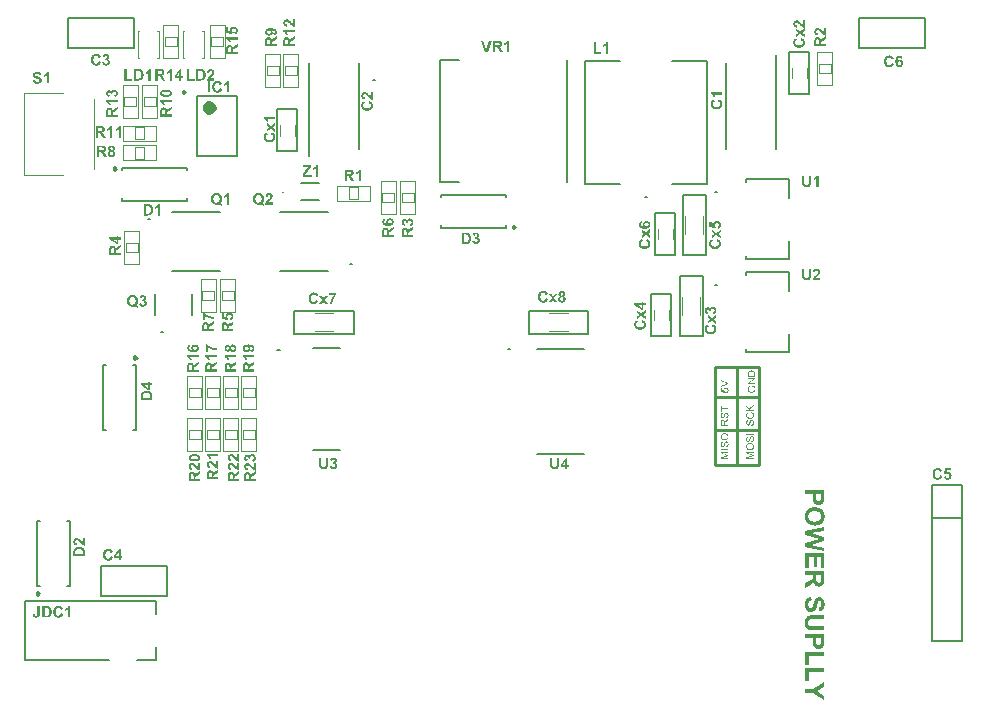
<source format=gto>
G04*
G04 #@! TF.GenerationSoftware,Altium Limited,Altium Designer,20.2.6 (244)*
G04*
G04 Layer_Color=65535*
%FSLAX24Y24*%
%MOIN*%
G70*
G04*
G04 #@! TF.SameCoordinates,138FFB06-442B-41CF-B478-29EAC48853A1*
G04*
G04*
G04 #@! TF.FilePolarity,Positive*
G04*
G01*
G75*
%ADD10C,0.0079*%
%ADD11C,0.0098*%
%ADD12C,0.0039*%
%ADD13C,0.0236*%
%ADD14C,0.0100*%
%ADD15C,0.0040*%
%ADD16C,0.0050*%
G36*
X24346Y9459D02*
X24093D01*
Y9492D01*
X24346D01*
Y9459D01*
D02*
G37*
G36*
X24282Y9407D02*
X24287Y9406D01*
X24293Y9405D01*
X24299Y9403D01*
X24306Y9400D01*
X24313Y9396D01*
X24314Y9396D01*
X24316Y9394D01*
X24319Y9391D01*
X24323Y9388D01*
X24327Y9383D01*
X24332Y9377D01*
X24336Y9370D01*
X24340Y9363D01*
Y9362D01*
X24341Y9362D01*
X24341Y9360D01*
X24342Y9359D01*
X24343Y9357D01*
X24343Y9355D01*
X24345Y9348D01*
X24347Y9342D01*
X24348Y9333D01*
X24350Y9324D01*
X24350Y9314D01*
Y9309D01*
X24350Y9306D01*
Y9302D01*
X24349Y9299D01*
X24349Y9294D01*
X24348Y9286D01*
X24346Y9276D01*
X24343Y9266D01*
X24340Y9257D01*
Y9257D01*
X24340Y9256D01*
X24339Y9255D01*
X24338Y9253D01*
X24336Y9249D01*
X24333Y9244D01*
X24328Y9238D01*
X24323Y9232D01*
X24317Y9226D01*
X24310Y9221D01*
X24310D01*
X24310Y9220D01*
X24309Y9219D01*
X24307Y9219D01*
X24305Y9218D01*
X24303Y9216D01*
X24297Y9214D01*
X24290Y9212D01*
X24282Y9209D01*
X24274Y9208D01*
X24265Y9207D01*
X24262Y9239D01*
X24262D01*
X24263D01*
X24265Y9239D01*
X24269Y9240D01*
X24273Y9241D01*
X24278Y9242D01*
X24284Y9244D01*
X24289Y9246D01*
X24294Y9249D01*
X24294Y9249D01*
X24295Y9250D01*
X24298Y9252D01*
X24300Y9255D01*
X24304Y9259D01*
X24307Y9263D01*
X24310Y9268D01*
X24313Y9274D01*
Y9274D01*
X24314Y9275D01*
X24314Y9277D01*
X24315Y9281D01*
X24317Y9286D01*
X24318Y9291D01*
X24319Y9298D01*
X24320Y9305D01*
X24320Y9313D01*
Y9316D01*
X24320Y9320D01*
X24320Y9324D01*
X24319Y9329D01*
X24318Y9335D01*
X24317Y9340D01*
X24315Y9346D01*
X24315Y9347D01*
X24314Y9348D01*
X24313Y9351D01*
X24311Y9354D01*
X24309Y9358D01*
X24306Y9362D01*
X24303Y9365D01*
X24299Y9368D01*
X24299Y9368D01*
X24297Y9369D01*
X24295Y9370D01*
X24293Y9372D01*
X24290Y9373D01*
X24286Y9374D01*
X24282Y9375D01*
X24278Y9375D01*
X24277D01*
X24276D01*
X24274Y9375D01*
X24271Y9375D01*
X24267Y9374D01*
X24264Y9372D01*
X24261Y9371D01*
X24257Y9368D01*
X24257Y9368D01*
X24256Y9367D01*
X24254Y9365D01*
X24252Y9363D01*
X24249Y9360D01*
X24247Y9356D01*
X24244Y9351D01*
X24242Y9346D01*
X24242Y9345D01*
X24241Y9344D01*
X24241Y9341D01*
X24240Y9339D01*
X24239Y9337D01*
X24238Y9334D01*
X24237Y9330D01*
X24236Y9327D01*
X24235Y9323D01*
X24234Y9318D01*
X24233Y9313D01*
X24231Y9307D01*
X24230Y9301D01*
Y9301D01*
X24229Y9299D01*
X24229Y9297D01*
X24228Y9295D01*
X24227Y9292D01*
X24227Y9289D01*
X24225Y9282D01*
X24222Y9274D01*
X24219Y9266D01*
X24217Y9259D01*
X24216Y9255D01*
X24214Y9252D01*
Y9252D01*
X24214Y9252D01*
X24212Y9249D01*
X24210Y9246D01*
X24208Y9243D01*
X24204Y9238D01*
X24200Y9234D01*
X24196Y9229D01*
X24191Y9226D01*
X24190Y9225D01*
X24188Y9224D01*
X24185Y9223D01*
X24181Y9221D01*
X24177Y9219D01*
X24171Y9218D01*
X24165Y9217D01*
X24159Y9217D01*
X24159D01*
X24158D01*
X24157D01*
X24156D01*
X24152Y9218D01*
X24148Y9218D01*
X24142Y9219D01*
X24136Y9221D01*
X24130Y9224D01*
X24123Y9228D01*
X24123D01*
X24123Y9228D01*
X24121Y9229D01*
X24118Y9232D01*
X24114Y9236D01*
X24110Y9240D01*
X24106Y9245D01*
X24102Y9252D01*
X24098Y9259D01*
Y9259D01*
X24098Y9260D01*
X24097Y9261D01*
X24097Y9263D01*
X24096Y9265D01*
X24095Y9267D01*
X24093Y9272D01*
X24092Y9279D01*
X24091Y9287D01*
X24090Y9296D01*
X24089Y9305D01*
Y9310D01*
X24090Y9312D01*
Y9315D01*
X24090Y9322D01*
X24092Y9329D01*
X24093Y9338D01*
X24095Y9346D01*
X24098Y9354D01*
Y9355D01*
X24099Y9355D01*
X24099Y9356D01*
X24100Y9358D01*
X24102Y9362D01*
X24105Y9367D01*
X24109Y9372D01*
X24113Y9377D01*
X24119Y9383D01*
X24125Y9387D01*
X24126Y9388D01*
X24128Y9389D01*
X24132Y9391D01*
X24137Y9393D01*
X24142Y9395D01*
X24149Y9398D01*
X24156Y9399D01*
X24165Y9400D01*
X24167Y9368D01*
X24166D01*
X24166D01*
X24165Y9368D01*
X24163Y9367D01*
X24159Y9367D01*
X24153Y9365D01*
X24148Y9363D01*
X24142Y9360D01*
X24136Y9355D01*
X24131Y9350D01*
X24131Y9350D01*
X24129Y9348D01*
X24127Y9344D01*
X24125Y9340D01*
X24123Y9334D01*
X24121Y9326D01*
X24119Y9317D01*
X24119Y9307D01*
Y9302D01*
X24119Y9299D01*
Y9296D01*
X24120Y9290D01*
X24122Y9282D01*
X24123Y9275D01*
X24126Y9268D01*
X24128Y9265D01*
X24130Y9262D01*
X24130Y9262D01*
X24132Y9261D01*
X24134Y9258D01*
X24138Y9256D01*
X24141Y9253D01*
X24146Y9251D01*
X24151Y9250D01*
X24157Y9249D01*
X24158D01*
X24159D01*
X24162Y9249D01*
X24165Y9250D01*
X24168Y9251D01*
X24172Y9253D01*
X24176Y9256D01*
X24179Y9259D01*
X24179Y9259D01*
X24181Y9261D01*
X24181Y9262D01*
X24183Y9264D01*
X24183Y9266D01*
X24185Y9269D01*
X24186Y9272D01*
X24188Y9275D01*
X24189Y9279D01*
X24190Y9284D01*
X24192Y9289D01*
X24194Y9295D01*
X24195Y9301D01*
X24197Y9309D01*
Y9309D01*
X24198Y9310D01*
X24198Y9312D01*
X24199Y9315D01*
X24199Y9319D01*
X24201Y9322D01*
X24203Y9331D01*
X24205Y9340D01*
X24208Y9349D01*
X24209Y9354D01*
X24211Y9358D01*
X24212Y9362D01*
X24213Y9365D01*
Y9365D01*
X24214Y9366D01*
X24214Y9367D01*
X24215Y9368D01*
X24218Y9372D01*
X24220Y9377D01*
X24224Y9382D01*
X24229Y9388D01*
X24234Y9393D01*
X24239Y9397D01*
X24240Y9397D01*
X24242Y9398D01*
X24245Y9400D01*
X24249Y9402D01*
X24254Y9404D01*
X24261Y9406D01*
X24267Y9407D01*
X24275Y9408D01*
X24275D01*
X24276D01*
X24277D01*
X24278D01*
X24282Y9407D01*
D02*
G37*
G36*
X24227Y9175D02*
X24230D01*
X24234Y9175D01*
X24238Y9174D01*
X24243Y9173D01*
X24254Y9171D01*
X24266Y9169D01*
X24277Y9165D01*
X24289Y9160D01*
X24289D01*
X24290Y9159D01*
X24292Y9158D01*
X24294Y9157D01*
X24296Y9155D01*
X24299Y9153D01*
X24306Y9148D01*
X24313Y9142D01*
X24321Y9135D01*
X24328Y9126D01*
X24335Y9116D01*
Y9115D01*
X24335Y9115D01*
X24336Y9113D01*
X24337Y9111D01*
X24338Y9108D01*
X24340Y9105D01*
X24341Y9102D01*
X24342Y9097D01*
X24345Y9089D01*
X24348Y9078D01*
X24349Y9067D01*
X24350Y9055D01*
Y9051D01*
X24350Y9049D01*
Y9046D01*
X24349Y9042D01*
X24348Y9038D01*
X24348Y9033D01*
X24346Y9024D01*
X24343Y9013D01*
X24338Y9002D01*
X24336Y8996D01*
X24333Y8991D01*
X24333Y8991D01*
X24332Y8990D01*
X24331Y8988D01*
X24330Y8986D01*
X24328Y8984D01*
X24326Y8981D01*
X24321Y8975D01*
X24314Y8968D01*
X24306Y8961D01*
X24297Y8955D01*
X24286Y8948D01*
X24286D01*
X24285Y8948D01*
X24283Y8947D01*
X24281Y8946D01*
X24278Y8945D01*
X24275Y8944D01*
X24271Y8943D01*
X24267Y8941D01*
X24262Y8940D01*
X24258Y8939D01*
X24247Y8936D01*
X24236Y8935D01*
X24223Y8934D01*
X24223D01*
X24221D01*
X24217Y8935D01*
X24213D01*
X24208Y8935D01*
X24201Y8936D01*
X24195Y8937D01*
X24187Y8938D01*
X24179Y8940D01*
X24171Y8942D01*
X24163Y8945D01*
X24155Y8948D01*
X24147Y8952D01*
X24139Y8956D01*
X24132Y8962D01*
X24125Y8968D01*
X24125Y8968D01*
X24123Y8969D01*
X24122Y8971D01*
X24119Y8974D01*
X24117Y8977D01*
X24114Y8981D01*
X24110Y8986D01*
X24107Y8991D01*
X24104Y8997D01*
X24100Y9004D01*
X24098Y9011D01*
X24095Y9019D01*
X24093Y9027D01*
X24091Y9036D01*
X24090Y9045D01*
X24089Y9055D01*
Y9058D01*
X24090Y9061D01*
Y9064D01*
X24090Y9067D01*
X24091Y9071D01*
X24091Y9076D01*
X24093Y9085D01*
X24097Y9096D01*
X24100Y9107D01*
X24103Y9112D01*
X24106Y9118D01*
Y9118D01*
X24107Y9119D01*
X24108Y9120D01*
X24109Y9122D01*
X24111Y9125D01*
X24113Y9127D01*
X24118Y9133D01*
X24125Y9140D01*
X24133Y9148D01*
X24142Y9154D01*
X24153Y9160D01*
X24153D01*
X24154Y9161D01*
X24156Y9162D01*
X24158Y9163D01*
X24161Y9164D01*
X24164Y9165D01*
X24168Y9166D01*
X24172Y9168D01*
X24177Y9169D01*
X24182Y9171D01*
X24194Y9173D01*
X24206Y9175D01*
X24220Y9175D01*
X24221D01*
X24222D01*
X24224D01*
X24227Y9175D01*
D02*
G37*
G36*
X24346Y8859D02*
X24135D01*
X24346Y8785D01*
Y8755D01*
X24131Y8682D01*
X24346D01*
Y8650D01*
X24093D01*
Y8700D01*
X24272Y8760D01*
X24272D01*
X24273Y8760D01*
X24274Y8761D01*
X24276Y8761D01*
X24281Y8763D01*
X24286Y8764D01*
X24292Y8766D01*
X24298Y8768D01*
X24304Y8770D01*
X24309Y8772D01*
X24309Y8772D01*
X24307Y8773D01*
X24304Y8774D01*
X24299Y8775D01*
X24294Y8777D01*
X24287Y8779D01*
X24279Y8782D01*
X24269Y8785D01*
X24093Y8845D01*
Y8891D01*
X24346D01*
Y8859D01*
D02*
G37*
G36*
Y10413D02*
X24219Y10323D01*
X24258Y10282D01*
X24346D01*
Y10249D01*
X24093D01*
Y10282D01*
X24218D01*
X24093Y10407D01*
Y10453D01*
X24196Y10347D01*
X24346Y10457D01*
Y10413D01*
D02*
G37*
G36*
X24268Y10209D02*
X24270Y10208D01*
X24273Y10207D01*
X24276Y10206D01*
X24280Y10204D01*
X24284Y10203D01*
X24289Y10200D01*
X24299Y10195D01*
X24310Y10189D01*
X24320Y10181D01*
X24324Y10176D01*
X24328Y10171D01*
X24329Y10171D01*
X24329Y10170D01*
X24330Y10169D01*
X24332Y10166D01*
X24333Y10164D01*
X24335Y10160D01*
X24337Y10157D01*
X24339Y10153D01*
X24341Y10148D01*
X24343Y10143D01*
X24345Y10137D01*
X24347Y10132D01*
X24349Y10119D01*
X24350Y10112D01*
X24350Y10105D01*
Y10101D01*
X24350Y10098D01*
Y10094D01*
X24349Y10091D01*
X24348Y10086D01*
X24348Y10081D01*
X24346Y10071D01*
X24343Y10059D01*
X24339Y10049D01*
X24337Y10043D01*
X24333Y10038D01*
X24333Y10038D01*
X24333Y10037D01*
X24332Y10036D01*
X24330Y10034D01*
X24327Y10030D01*
X24321Y10024D01*
X24315Y10018D01*
X24306Y10012D01*
X24297Y10005D01*
X24285Y10000D01*
X24285D01*
X24284Y9999D01*
X24282Y9998D01*
X24280Y9998D01*
X24277Y9997D01*
X24274Y9995D01*
X24270Y9994D01*
X24265Y9993D01*
X24261Y9992D01*
X24255Y9991D01*
X24244Y9988D01*
X24231Y9987D01*
X24218Y9987D01*
X24218D01*
X24216D01*
X24214D01*
X24211Y9987D01*
X24208D01*
X24204Y9987D01*
X24199Y9988D01*
X24194Y9988D01*
X24184Y9990D01*
X24172Y9993D01*
X24160Y9997D01*
X24149Y10002D01*
X24149D01*
X24148Y10002D01*
X24146Y10003D01*
X24144Y10004D01*
X24142Y10006D01*
X24139Y10008D01*
X24133Y10013D01*
X24125Y10018D01*
X24118Y10026D01*
X24111Y10035D01*
X24105Y10044D01*
Y10045D01*
X24104Y10045D01*
X24103Y10047D01*
X24102Y10049D01*
X24101Y10051D01*
X24100Y10055D01*
X24098Y10058D01*
X24097Y10062D01*
X24095Y10066D01*
X24094Y10071D01*
X24092Y10081D01*
X24090Y10093D01*
X24089Y10105D01*
Y10109D01*
X24090Y10112D01*
X24090Y10115D01*
X24090Y10119D01*
X24091Y10123D01*
X24092Y10127D01*
X24094Y10137D01*
X24097Y10148D01*
X24100Y10154D01*
X24102Y10159D01*
X24105Y10164D01*
X24109Y10169D01*
X24109Y10169D01*
X24110Y10170D01*
X24111Y10171D01*
X24112Y10173D01*
X24114Y10175D01*
X24117Y10178D01*
X24120Y10180D01*
X24123Y10183D01*
X24127Y10186D01*
X24130Y10189D01*
X24135Y10192D01*
X24140Y10195D01*
X24145Y10198D01*
X24151Y10200D01*
X24163Y10205D01*
X24171Y10172D01*
X24170D01*
X24170Y10172D01*
X24168Y10171D01*
X24166Y10170D01*
X24164Y10169D01*
X24161Y10168D01*
X24155Y10165D01*
X24149Y10162D01*
X24142Y10157D01*
X24136Y10152D01*
X24130Y10146D01*
X24130Y10146D01*
X24128Y10143D01*
X24127Y10140D01*
X24124Y10135D01*
X24122Y10129D01*
X24120Y10122D01*
X24118Y10114D01*
X24118Y10104D01*
Y10102D01*
X24118Y10100D01*
Y10097D01*
X24118Y10094D01*
X24120Y10088D01*
X24121Y10080D01*
X24124Y10072D01*
X24127Y10064D01*
X24132Y10056D01*
Y10056D01*
X24133Y10055D01*
X24135Y10053D01*
X24138Y10050D01*
X24142Y10045D01*
X24147Y10041D01*
X24153Y10036D01*
X24161Y10032D01*
X24170Y10029D01*
X24170D01*
X24171Y10028D01*
X24172Y10028D01*
X24174Y10028D01*
X24176Y10027D01*
X24178Y10026D01*
X24185Y10025D01*
X24192Y10023D01*
X24200Y10022D01*
X24209Y10021D01*
X24218Y10021D01*
X24218D01*
X24219D01*
X24221D01*
X24223D01*
X24226Y10021D01*
X24229D01*
X24233Y10022D01*
X24237Y10022D01*
X24246Y10023D01*
X24255Y10025D01*
X24265Y10027D01*
X24274Y10030D01*
X24274D01*
X24275Y10031D01*
X24276Y10031D01*
X24278Y10032D01*
X24282Y10034D01*
X24287Y10037D01*
X24294Y10041D01*
X24299Y10046D01*
X24305Y10052D01*
X24310Y10059D01*
Y10059D01*
X24310Y10060D01*
X24311Y10061D01*
X24312Y10063D01*
X24314Y10067D01*
X24316Y10072D01*
X24318Y10078D01*
X24320Y10086D01*
X24321Y10094D01*
X24322Y10102D01*
Y10105D01*
X24321Y10107D01*
Y10109D01*
X24321Y10112D01*
X24320Y10119D01*
X24318Y10126D01*
X24315Y10134D01*
X24311Y10142D01*
X24305Y10149D01*
X24305Y10150D01*
X24305Y10150D01*
X24302Y10152D01*
X24299Y10156D01*
X24294Y10160D01*
X24287Y10164D01*
X24279Y10169D01*
X24269Y10173D01*
X24257Y10176D01*
X24266Y10209D01*
X24266D01*
X24268Y10209D01*
D02*
G37*
G36*
X24282Y9950D02*
X24287Y9949D01*
X24293Y9948D01*
X24299Y9945D01*
X24306Y9943D01*
X24313Y9939D01*
X24314Y9939D01*
X24316Y9937D01*
X24319Y9934D01*
X24323Y9930D01*
X24327Y9926D01*
X24332Y9920D01*
X24336Y9913D01*
X24340Y9906D01*
Y9905D01*
X24341Y9904D01*
X24341Y9903D01*
X24342Y9902D01*
X24343Y9900D01*
X24343Y9897D01*
X24345Y9891D01*
X24347Y9884D01*
X24348Y9876D01*
X24350Y9867D01*
X24350Y9857D01*
Y9851D01*
X24350Y9849D01*
Y9845D01*
X24349Y9841D01*
X24349Y9837D01*
X24348Y9828D01*
X24346Y9819D01*
X24343Y9809D01*
X24340Y9800D01*
Y9800D01*
X24340Y9799D01*
X24339Y9798D01*
X24338Y9796D01*
X24336Y9792D01*
X24333Y9787D01*
X24328Y9781D01*
X24323Y9775D01*
X24317Y9769D01*
X24310Y9763D01*
X24310D01*
X24310Y9763D01*
X24309Y9762D01*
X24307Y9762D01*
X24305Y9760D01*
X24303Y9759D01*
X24297Y9757D01*
X24290Y9755D01*
X24282Y9752D01*
X24274Y9751D01*
X24265Y9750D01*
X24262Y9781D01*
X24262D01*
X24263D01*
X24265Y9782D01*
X24269Y9783D01*
X24273Y9783D01*
X24278Y9785D01*
X24284Y9786D01*
X24289Y9789D01*
X24294Y9791D01*
X24294Y9792D01*
X24295Y9793D01*
X24298Y9795D01*
X24300Y9798D01*
X24304Y9801D01*
X24307Y9806D01*
X24310Y9811D01*
X24313Y9817D01*
Y9817D01*
X24314Y9818D01*
X24314Y9820D01*
X24315Y9823D01*
X24317Y9828D01*
X24318Y9834D01*
X24319Y9841D01*
X24320Y9848D01*
X24320Y9856D01*
Y9859D01*
X24320Y9863D01*
X24320Y9867D01*
X24319Y9872D01*
X24318Y9877D01*
X24317Y9883D01*
X24315Y9889D01*
X24315Y9890D01*
X24314Y9891D01*
X24313Y9894D01*
X24311Y9897D01*
X24309Y9901D01*
X24306Y9904D01*
X24303Y9908D01*
X24299Y9911D01*
X24299Y9911D01*
X24297Y9912D01*
X24295Y9913D01*
X24293Y9915D01*
X24290Y9916D01*
X24286Y9917D01*
X24282Y9918D01*
X24278Y9918D01*
X24277D01*
X24276D01*
X24274Y9918D01*
X24271Y9917D01*
X24267Y9917D01*
X24264Y9915D01*
X24261Y9914D01*
X24257Y9911D01*
X24257Y9911D01*
X24256Y9910D01*
X24254Y9908D01*
X24252Y9906D01*
X24249Y9903D01*
X24247Y9899D01*
X24244Y9894D01*
X24242Y9889D01*
X24242Y9888D01*
X24241Y9887D01*
X24241Y9884D01*
X24240Y9882D01*
X24239Y9879D01*
X24238Y9876D01*
X24237Y9873D01*
X24236Y9869D01*
X24235Y9866D01*
X24234Y9861D01*
X24233Y9856D01*
X24231Y9850D01*
X24230Y9844D01*
Y9843D01*
X24229Y9842D01*
X24229Y9840D01*
X24228Y9838D01*
X24227Y9835D01*
X24227Y9832D01*
X24225Y9825D01*
X24222Y9817D01*
X24219Y9809D01*
X24217Y9801D01*
X24216Y9798D01*
X24214Y9795D01*
Y9795D01*
X24214Y9795D01*
X24212Y9792D01*
X24210Y9789D01*
X24208Y9785D01*
X24204Y9781D01*
X24200Y9776D01*
X24196Y9772D01*
X24191Y9768D01*
X24190Y9768D01*
X24188Y9767D01*
X24185Y9766D01*
X24181Y9764D01*
X24177Y9762D01*
X24171Y9761D01*
X24165Y9760D01*
X24159Y9760D01*
X24159D01*
X24158D01*
X24157D01*
X24156D01*
X24152Y9760D01*
X24148Y9761D01*
X24142Y9762D01*
X24136Y9764D01*
X24130Y9767D01*
X24123Y9770D01*
X24123D01*
X24123Y9771D01*
X24121Y9772D01*
X24118Y9775D01*
X24114Y9778D01*
X24110Y9783D01*
X24106Y9788D01*
X24102Y9795D01*
X24098Y9802D01*
Y9802D01*
X24098Y9803D01*
X24097Y9804D01*
X24097Y9806D01*
X24096Y9808D01*
X24095Y9810D01*
X24093Y9815D01*
X24092Y9822D01*
X24091Y9830D01*
X24090Y9839D01*
X24089Y9848D01*
Y9853D01*
X24090Y9855D01*
Y9858D01*
X24090Y9864D01*
X24092Y9872D01*
X24093Y9881D01*
X24095Y9889D01*
X24098Y9897D01*
Y9897D01*
X24099Y9898D01*
X24099Y9899D01*
X24100Y9901D01*
X24102Y9904D01*
X24105Y9909D01*
X24109Y9915D01*
X24113Y9920D01*
X24119Y9925D01*
X24125Y9930D01*
X24126Y9930D01*
X24128Y9932D01*
X24132Y9934D01*
X24137Y9936D01*
X24142Y9938D01*
X24149Y9940D01*
X24156Y9942D01*
X24165Y9943D01*
X24167Y9911D01*
X24166D01*
X24166D01*
X24165Y9911D01*
X24163Y9910D01*
X24159Y9909D01*
X24153Y9908D01*
X24148Y9906D01*
X24142Y9902D01*
X24136Y9898D01*
X24131Y9893D01*
X24131Y9892D01*
X24129Y9891D01*
X24127Y9887D01*
X24125Y9882D01*
X24123Y9876D01*
X24121Y9869D01*
X24119Y9860D01*
X24119Y9849D01*
Y9844D01*
X24119Y9842D01*
Y9839D01*
X24120Y9833D01*
X24122Y9825D01*
X24123Y9818D01*
X24126Y9811D01*
X24128Y9808D01*
X24130Y9805D01*
X24130Y9805D01*
X24132Y9803D01*
X24134Y9801D01*
X24138Y9799D01*
X24141Y9796D01*
X24146Y9794D01*
X24151Y9793D01*
X24157Y9792D01*
X24158D01*
X24159D01*
X24162Y9792D01*
X24165Y9793D01*
X24168Y9794D01*
X24172Y9796D01*
X24176Y9798D01*
X24179Y9801D01*
X24179Y9802D01*
X24181Y9804D01*
X24181Y9805D01*
X24183Y9806D01*
X24183Y9809D01*
X24185Y9811D01*
X24186Y9815D01*
X24188Y9818D01*
X24189Y9822D01*
X24190Y9826D01*
X24192Y9832D01*
X24194Y9838D01*
X24195Y9844D01*
X24197Y9851D01*
Y9852D01*
X24198Y9853D01*
X24198Y9855D01*
X24199Y9858D01*
X24199Y9861D01*
X24201Y9865D01*
X24203Y9874D01*
X24205Y9883D01*
X24208Y9892D01*
X24209Y9897D01*
X24211Y9901D01*
X24212Y9904D01*
X24213Y9907D01*
Y9908D01*
X24214Y9909D01*
X24214Y9909D01*
X24215Y9911D01*
X24218Y9915D01*
X24220Y9920D01*
X24224Y9925D01*
X24229Y9930D01*
X24234Y9935D01*
X24239Y9940D01*
X24240Y9940D01*
X24242Y9941D01*
X24245Y9943D01*
X24249Y9945D01*
X24254Y9947D01*
X24261Y9949D01*
X24267Y9950D01*
X24275Y9950D01*
X24275D01*
X24276D01*
X24277D01*
X24278D01*
X24282Y9950D01*
D02*
G37*
G36*
X24276Y11594D02*
X24279D01*
X24286Y11594D01*
X24293Y11593D01*
X24302Y11592D01*
X24311Y11590D01*
X24319Y11588D01*
X24320D01*
X24321Y11587D01*
X24322Y11587D01*
X24323Y11587D01*
X24327Y11585D01*
X24332Y11583D01*
X24338Y11581D01*
X24344Y11578D01*
X24350Y11574D01*
X24356Y11570D01*
X24357Y11570D01*
X24359Y11568D01*
X24361Y11567D01*
X24365Y11563D01*
X24368Y11560D01*
X24372Y11556D01*
X24376Y11552D01*
X24379Y11547D01*
X24380Y11547D01*
X24380Y11545D01*
X24382Y11542D01*
X24384Y11539D01*
X24386Y11535D01*
X24388Y11530D01*
X24390Y11524D01*
X24392Y11517D01*
Y11517D01*
X24392Y11514D01*
X24393Y11511D01*
X24393Y11506D01*
X24394Y11500D01*
X24395Y11493D01*
X24395Y11486D01*
X24396Y11477D01*
Y11386D01*
X24143D01*
Y11483D01*
X24144Y11490D01*
X24144Y11497D01*
X24145Y11504D01*
X24146Y11512D01*
X24147Y11518D01*
Y11518D01*
X24148Y11519D01*
Y11520D01*
X24148Y11521D01*
X24150Y11525D01*
X24152Y11530D01*
X24154Y11536D01*
X24157Y11542D01*
X24161Y11549D01*
X24165Y11555D01*
Y11555D01*
X24166Y11555D01*
X24168Y11558D01*
X24172Y11562D01*
X24177Y11566D01*
X24183Y11571D01*
X24191Y11576D01*
X24199Y11580D01*
X24209Y11585D01*
X24209D01*
X24210Y11585D01*
X24211Y11585D01*
X24213Y11586D01*
X24216Y11587D01*
X24219Y11588D01*
X24222Y11589D01*
X24226Y11590D01*
X24230Y11590D01*
X24235Y11592D01*
X24245Y11593D01*
X24256Y11594D01*
X24268Y11595D01*
X24269D01*
X24269D01*
X24271D01*
X24273D01*
X24276Y11594D01*
D02*
G37*
G36*
X24396Y11296D02*
X24198Y11164D01*
X24396D01*
Y11132D01*
X24143D01*
Y11166D01*
X24342Y11299D01*
X24143D01*
Y11330D01*
X24396D01*
Y11296D01*
D02*
G37*
G36*
X24361Y11083D02*
X24362Y11082D01*
X24363Y11081D01*
X24364Y11079D01*
X24366Y11077D01*
X24367Y11074D01*
X24372Y11067D01*
X24377Y11060D01*
X24382Y11051D01*
X24386Y11042D01*
X24390Y11032D01*
Y11032D01*
X24391Y11031D01*
X24391Y11029D01*
X24392Y11027D01*
X24393Y11025D01*
X24393Y11022D01*
X24394Y11019D01*
X24395Y11015D01*
X24397Y11007D01*
X24398Y10999D01*
X24400Y10989D01*
X24400Y10979D01*
Y10975D01*
X24400Y10972D01*
Y10969D01*
X24399Y10965D01*
X24399Y10961D01*
X24398Y10956D01*
X24396Y10946D01*
X24393Y10934D01*
X24390Y10923D01*
X24384Y10911D01*
X24384Y10911D01*
X24383Y10910D01*
X24383Y10908D01*
X24381Y10906D01*
X24380Y10903D01*
X24378Y10901D01*
X24373Y10894D01*
X24366Y10886D01*
X24358Y10879D01*
X24349Y10872D01*
X24339Y10865D01*
X24338D01*
X24337Y10865D01*
X24335Y10864D01*
X24333Y10863D01*
X24330Y10862D01*
X24327Y10860D01*
X24323Y10859D01*
X24319Y10858D01*
X24314Y10856D01*
X24309Y10855D01*
X24297Y10852D01*
X24284Y10851D01*
X24271Y10850D01*
X24271D01*
X24269D01*
X24268D01*
X24265Y10850D01*
X24261D01*
X24258Y10851D01*
X24253Y10851D01*
X24249Y10852D01*
X24238Y10854D01*
X24226Y10857D01*
X24214Y10860D01*
X24202Y10865D01*
X24202D01*
X24201Y10866D01*
X24199Y10867D01*
X24197Y10868D01*
X24194Y10870D01*
X24191Y10872D01*
X24184Y10876D01*
X24177Y10883D01*
X24169Y10890D01*
X24162Y10900D01*
X24158Y10904D01*
X24155Y10910D01*
Y10910D01*
X24154Y10911D01*
X24153Y10913D01*
X24153Y10915D01*
X24151Y10917D01*
X24150Y10921D01*
X24148Y10925D01*
X24147Y10929D01*
X24146Y10933D01*
X24144Y10938D01*
X24142Y10950D01*
X24140Y10962D01*
X24139Y10976D01*
Y10981D01*
X24140Y10983D01*
Y10986D01*
X24140Y10992D01*
X24142Y11000D01*
X24143Y11008D01*
X24145Y11017D01*
X24148Y11025D01*
Y11025D01*
X24149Y11026D01*
X24149Y11027D01*
X24150Y11029D01*
X24152Y11033D01*
X24155Y11038D01*
X24158Y11044D01*
X24163Y11049D01*
X24167Y11055D01*
X24173Y11060D01*
X24174Y11060D01*
X24176Y11062D01*
X24179Y11064D01*
X24184Y11067D01*
X24190Y11070D01*
X24197Y11073D01*
X24205Y11077D01*
X24214Y11079D01*
X24223Y11049D01*
X24222D01*
X24222Y11049D01*
X24220Y11048D01*
X24216Y11047D01*
X24211Y11045D01*
X24207Y11043D01*
X24202Y11041D01*
X24197Y11038D01*
X24192Y11035D01*
X24192Y11035D01*
X24190Y11034D01*
X24188Y11032D01*
X24186Y11029D01*
X24183Y11025D01*
X24180Y11021D01*
X24177Y11017D01*
X24175Y11011D01*
X24174Y11010D01*
X24173Y11008D01*
X24172Y11005D01*
X24171Y11001D01*
X24170Y10996D01*
X24169Y10990D01*
X24168Y10983D01*
X24168Y10976D01*
Y10972D01*
X24168Y10968D01*
X24168Y10963D01*
X24170Y10957D01*
X24171Y10950D01*
X24173Y10943D01*
X24175Y10937D01*
X24175Y10936D01*
X24176Y10934D01*
X24178Y10931D01*
X24180Y10927D01*
X24183Y10923D01*
X24186Y10918D01*
X24189Y10914D01*
X24193Y10910D01*
X24194Y10910D01*
X24195Y10908D01*
X24198Y10906D01*
X24201Y10904D01*
X24205Y10901D01*
X24209Y10899D01*
X24213Y10896D01*
X24218Y10894D01*
X24219D01*
X24220Y10894D01*
X24221Y10893D01*
X24223Y10893D01*
X24225Y10892D01*
X24227Y10891D01*
X24233Y10890D01*
X24241Y10888D01*
X24249Y10886D01*
X24259Y10885D01*
X24269Y10885D01*
X24269D01*
X24271D01*
X24272D01*
X24275Y10885D01*
X24278D01*
X24281Y10885D01*
X24285Y10886D01*
X24289Y10886D01*
X24298Y10887D01*
X24307Y10890D01*
X24317Y10892D01*
X24326Y10896D01*
X24326D01*
X24327Y10896D01*
X24328Y10897D01*
X24330Y10898D01*
X24334Y10901D01*
X24339Y10905D01*
X24344Y10909D01*
X24350Y10915D01*
X24355Y10922D01*
X24360Y10929D01*
Y10930D01*
X24360Y10931D01*
X24361Y10932D01*
X24361Y10933D01*
X24362Y10935D01*
X24363Y10938D01*
X24365Y10944D01*
X24367Y10951D01*
X24369Y10959D01*
X24370Y10968D01*
X24370Y10977D01*
Y10981D01*
X24370Y10985D01*
X24369Y10990D01*
X24369Y10996D01*
X24367Y11004D01*
X24365Y11011D01*
X24362Y11019D01*
Y11019D01*
X24362Y11020D01*
X24362Y11021D01*
X24361Y11022D01*
X24359Y11026D01*
X24357Y11031D01*
X24354Y11036D01*
X24351Y11041D01*
X24348Y11046D01*
X24344Y11050D01*
X24297D01*
Y10976D01*
X24267D01*
Y11083D01*
X24361D01*
X24361Y11083D01*
D02*
G37*
G36*
X23496Y11164D02*
Y11130D01*
X23243Y11032D01*
Y11069D01*
X23427Y11134D01*
X23427D01*
X23428Y11135D01*
X23429Y11135D01*
X23431Y11136D01*
X23435Y11137D01*
X23440Y11139D01*
X23447Y11141D01*
X23454Y11143D01*
X23468Y11148D01*
X23468D01*
X23467Y11148D01*
X23466Y11148D01*
X23465Y11149D01*
X23460Y11150D01*
X23455Y11151D01*
X23449Y11153D01*
X23442Y11156D01*
X23434Y11158D01*
X23427Y11161D01*
X23243Y11229D01*
Y11263D01*
X23496Y11164D01*
D02*
G37*
G36*
X23416Y11017D02*
X23419Y11016D01*
X23423Y11016D01*
X23427Y11015D01*
X23431Y11015D01*
X23440Y11012D01*
X23450Y11009D01*
X23455Y11006D01*
X23460Y11004D01*
X23465Y11001D01*
X23470Y10997D01*
X23470Y10997D01*
X23471Y10996D01*
X23472Y10994D01*
X23474Y10992D01*
X23477Y10990D01*
X23479Y10987D01*
X23482Y10984D01*
X23485Y10979D01*
X23488Y10975D01*
X23490Y10970D01*
X23493Y10964D01*
X23495Y10959D01*
X23497Y10952D01*
X23499Y10946D01*
X23500Y10938D01*
X23500Y10931D01*
Y10927D01*
X23500Y10925D01*
X23499Y10922D01*
X23499Y10919D01*
X23498Y10915D01*
X23498Y10911D01*
X23495Y10902D01*
X23492Y10893D01*
X23490Y10888D01*
X23487Y10883D01*
X23484Y10879D01*
X23481Y10875D01*
X23480Y10874D01*
X23480Y10874D01*
X23479Y10873D01*
X23477Y10871D01*
X23475Y10870D01*
X23473Y10868D01*
X23470Y10866D01*
X23467Y10863D01*
X23460Y10859D01*
X23451Y10855D01*
X23441Y10852D01*
X23435Y10851D01*
X23430Y10850D01*
X23427Y10883D01*
X23428D01*
X23429D01*
X23430Y10883D01*
X23431Y10883D01*
X23435Y10885D01*
X23441Y10886D01*
X23447Y10888D01*
X23452Y10891D01*
X23458Y10895D01*
X23463Y10899D01*
X23464Y10900D01*
X23465Y10901D01*
X23467Y10904D01*
X23469Y10908D01*
X23471Y10913D01*
X23473Y10918D01*
X23474Y10924D01*
X23475Y10931D01*
Y10933D01*
X23474Y10934D01*
X23474Y10939D01*
X23473Y10944D01*
X23470Y10950D01*
X23468Y10956D01*
X23464Y10963D01*
X23461Y10966D01*
X23458Y10969D01*
X23458D01*
X23457Y10969D01*
X23455Y10971D01*
X23451Y10974D01*
X23446Y10976D01*
X23440Y10979D01*
X23432Y10982D01*
X23423Y10983D01*
X23413Y10984D01*
X23413D01*
X23412D01*
X23411D01*
X23409Y10984D01*
X23407D01*
X23404Y10983D01*
X23398Y10982D01*
X23391Y10981D01*
X23384Y10978D01*
X23377Y10974D01*
X23371Y10969D01*
X23371Y10968D01*
X23369Y10966D01*
X23366Y10963D01*
X23364Y10959D01*
X23361Y10953D01*
X23358Y10946D01*
X23357Y10939D01*
X23356Y10930D01*
Y10928D01*
X23356Y10925D01*
X23357Y10921D01*
X23358Y10917D01*
X23359Y10912D01*
X23361Y10908D01*
X23363Y10903D01*
X23364Y10903D01*
X23364Y10901D01*
X23366Y10899D01*
X23368Y10896D01*
X23371Y10893D01*
X23374Y10890D01*
X23377Y10887D01*
X23381Y10885D01*
X23377Y10855D01*
X23247Y10880D01*
Y11005D01*
X23277D01*
Y10905D01*
X23345Y10891D01*
X23344Y10891D01*
X23344Y10892D01*
X23343Y10893D01*
X23342Y10895D01*
X23341Y10897D01*
X23340Y10899D01*
X23337Y10905D01*
X23334Y10912D01*
X23331Y10920D01*
X23330Y10929D01*
X23329Y10938D01*
Y10941D01*
X23329Y10944D01*
X23330Y10947D01*
X23330Y10950D01*
X23331Y10954D01*
X23331Y10958D01*
X23335Y10966D01*
X23336Y10971D01*
X23338Y10976D01*
X23341Y10981D01*
X23344Y10985D01*
X23348Y10990D01*
X23352Y10994D01*
X23352Y10994D01*
X23353Y10995D01*
X23354Y10996D01*
X23356Y10997D01*
X23358Y10999D01*
X23361Y11001D01*
X23364Y11003D01*
X23368Y11006D01*
X23372Y11008D01*
X23376Y11010D01*
X23381Y11012D01*
X23386Y11014D01*
X23392Y11015D01*
X23397Y11016D01*
X23404Y11017D01*
X23411Y11017D01*
X23411D01*
X23412D01*
X23414D01*
X23416Y11017D01*
D02*
G37*
G36*
X23273Y10336D02*
X23496D01*
Y10303D01*
X23273D01*
Y10220D01*
X23243D01*
Y10419D01*
X23273D01*
Y10336D01*
D02*
G37*
G36*
X23432Y10192D02*
X23437Y10192D01*
X23443Y10190D01*
X23449Y10188D01*
X23456Y10185D01*
X23463Y10182D01*
X23464Y10181D01*
X23466Y10179D01*
X23469Y10177D01*
X23473Y10173D01*
X23477Y10169D01*
X23482Y10163D01*
X23486Y10156D01*
X23490Y10148D01*
Y10148D01*
X23491Y10147D01*
X23491Y10146D01*
X23492Y10144D01*
X23493Y10142D01*
X23493Y10140D01*
X23495Y10134D01*
X23497Y10127D01*
X23498Y10119D01*
X23500Y10110D01*
X23500Y10100D01*
Y10094D01*
X23500Y10091D01*
Y10088D01*
X23499Y10084D01*
X23499Y10080D01*
X23498Y10071D01*
X23496Y10061D01*
X23493Y10052D01*
X23490Y10043D01*
Y10042D01*
X23490Y10041D01*
X23489Y10040D01*
X23488Y10039D01*
X23486Y10035D01*
X23483Y10030D01*
X23479Y10023D01*
X23473Y10018D01*
X23467Y10012D01*
X23460Y10006D01*
X23460D01*
X23460Y10006D01*
X23459Y10005D01*
X23457Y10004D01*
X23455Y10003D01*
X23453Y10002D01*
X23447Y10000D01*
X23440Y9997D01*
X23432Y9995D01*
X23424Y9993D01*
X23415Y9993D01*
X23412Y10024D01*
X23412D01*
X23413D01*
X23415Y10025D01*
X23419Y10025D01*
X23423Y10026D01*
X23428Y10028D01*
X23434Y10029D01*
X23439Y10031D01*
X23444Y10034D01*
X23444Y10035D01*
X23445Y10036D01*
X23448Y10038D01*
X23450Y10041D01*
X23454Y10044D01*
X23457Y10048D01*
X23460Y10054D01*
X23463Y10059D01*
Y10060D01*
X23464Y10060D01*
X23464Y10063D01*
X23465Y10066D01*
X23467Y10071D01*
X23468Y10076D01*
X23469Y10083D01*
X23470Y10091D01*
X23470Y10098D01*
Y10101D01*
X23470Y10105D01*
X23470Y10109D01*
X23469Y10115D01*
X23468Y10120D01*
X23467Y10126D01*
X23465Y10132D01*
X23465Y10132D01*
X23464Y10134D01*
X23463Y10137D01*
X23461Y10140D01*
X23459Y10144D01*
X23456Y10147D01*
X23453Y10151D01*
X23449Y10154D01*
X23449Y10154D01*
X23447Y10155D01*
X23445Y10156D01*
X23443Y10157D01*
X23440Y10159D01*
X23436Y10160D01*
X23432Y10160D01*
X23428Y10161D01*
X23427D01*
X23426D01*
X23424Y10160D01*
X23421Y10160D01*
X23417Y10159D01*
X23414Y10158D01*
X23411Y10156D01*
X23407Y10154D01*
X23407Y10154D01*
X23406Y10153D01*
X23404Y10151D01*
X23402Y10149D01*
X23399Y10146D01*
X23397Y10142D01*
X23394Y10137D01*
X23392Y10131D01*
X23392Y10131D01*
X23391Y10129D01*
X23391Y10126D01*
X23390Y10124D01*
X23389Y10122D01*
X23388Y10119D01*
X23387Y10116D01*
X23386Y10112D01*
X23385Y10108D01*
X23384Y10104D01*
X23383Y10098D01*
X23381Y10093D01*
X23380Y10086D01*
Y10086D01*
X23379Y10085D01*
X23379Y10083D01*
X23378Y10081D01*
X23377Y10078D01*
X23377Y10075D01*
X23375Y10068D01*
X23372Y10059D01*
X23369Y10051D01*
X23367Y10044D01*
X23366Y10041D01*
X23364Y10038D01*
Y10038D01*
X23364Y10037D01*
X23362Y10035D01*
X23360Y10032D01*
X23358Y10028D01*
X23354Y10023D01*
X23350Y10019D01*
X23346Y10015D01*
X23341Y10011D01*
X23340Y10011D01*
X23338Y10010D01*
X23335Y10008D01*
X23331Y10007D01*
X23327Y10005D01*
X23321Y10004D01*
X23315Y10003D01*
X23309Y10002D01*
X23309D01*
X23308D01*
X23307D01*
X23306D01*
X23302Y10003D01*
X23298Y10004D01*
X23292Y10005D01*
X23286Y10007D01*
X23280Y10010D01*
X23273Y10013D01*
X23273D01*
X23273Y10013D01*
X23271Y10015D01*
X23268Y10018D01*
X23264Y10021D01*
X23260Y10025D01*
X23256Y10031D01*
X23252Y10037D01*
X23248Y10045D01*
Y10045D01*
X23248Y10045D01*
X23247Y10046D01*
X23247Y10048D01*
X23246Y10050D01*
X23245Y10053D01*
X23243Y10058D01*
X23242Y10065D01*
X23241Y10073D01*
X23240Y10081D01*
X23239Y10091D01*
Y10095D01*
X23240Y10098D01*
Y10101D01*
X23240Y10107D01*
X23242Y10115D01*
X23243Y10123D01*
X23245Y10132D01*
X23248Y10140D01*
Y10140D01*
X23249Y10141D01*
X23249Y10142D01*
X23250Y10143D01*
X23252Y10147D01*
X23255Y10152D01*
X23259Y10157D01*
X23263Y10163D01*
X23269Y10168D01*
X23275Y10173D01*
X23276Y10173D01*
X23278Y10175D01*
X23282Y10177D01*
X23286Y10179D01*
X23292Y10181D01*
X23299Y10183D01*
X23306Y10185D01*
X23315Y10185D01*
X23317Y10154D01*
X23316D01*
X23316D01*
X23315Y10153D01*
X23313Y10153D01*
X23309Y10152D01*
X23303Y10151D01*
X23298Y10148D01*
X23292Y10145D01*
X23286Y10141D01*
X23281Y10136D01*
X23281Y10135D01*
X23279Y10133D01*
X23277Y10130D01*
X23275Y10125D01*
X23273Y10119D01*
X23271Y10111D01*
X23269Y10103D01*
X23269Y10092D01*
Y10087D01*
X23269Y10085D01*
Y10082D01*
X23270Y10075D01*
X23272Y10068D01*
X23273Y10061D01*
X23276Y10054D01*
X23278Y10051D01*
X23280Y10048D01*
X23280Y10048D01*
X23282Y10046D01*
X23284Y10044D01*
X23288Y10041D01*
X23291Y10039D01*
X23296Y10037D01*
X23301Y10035D01*
X23307Y10035D01*
X23308D01*
X23309D01*
X23312Y10035D01*
X23315Y10036D01*
X23318Y10037D01*
X23322Y10039D01*
X23326Y10041D01*
X23329Y10044D01*
X23330Y10045D01*
X23331Y10046D01*
X23331Y10048D01*
X23333Y10049D01*
X23333Y10051D01*
X23335Y10054D01*
X23336Y10057D01*
X23338Y10061D01*
X23339Y10065D01*
X23340Y10069D01*
X23342Y10074D01*
X23344Y10080D01*
X23345Y10087D01*
X23347Y10094D01*
Y10094D01*
X23348Y10096D01*
X23348Y10098D01*
X23349Y10101D01*
X23349Y10104D01*
X23351Y10108D01*
X23353Y10116D01*
X23355Y10126D01*
X23358Y10135D01*
X23359Y10139D01*
X23361Y10143D01*
X23362Y10147D01*
X23363Y10150D01*
Y10151D01*
X23364Y10151D01*
X23364Y10152D01*
X23365Y10154D01*
X23368Y10157D01*
X23370Y10162D01*
X23374Y10168D01*
X23379Y10173D01*
X23384Y10178D01*
X23389Y10182D01*
X23390Y10183D01*
X23392Y10184D01*
X23395Y10186D01*
X23399Y10188D01*
X23404Y10190D01*
X23411Y10192D01*
X23417Y10193D01*
X23425Y10193D01*
X23425D01*
X23426D01*
X23427D01*
X23428D01*
X23432Y10192D01*
D02*
G37*
G36*
X23496Y9930D02*
X23444Y9897D01*
X23443D01*
X23442Y9896D01*
X23441Y9895D01*
X23440Y9894D01*
X23436Y9892D01*
X23431Y9888D01*
X23425Y9884D01*
X23419Y9880D01*
X23414Y9876D01*
X23409Y9872D01*
X23409Y9872D01*
X23407Y9871D01*
X23405Y9869D01*
X23402Y9867D01*
X23397Y9861D01*
X23394Y9859D01*
X23392Y9856D01*
X23392Y9855D01*
X23391Y9854D01*
X23391Y9853D01*
X23389Y9851D01*
X23387Y9846D01*
X23385Y9841D01*
Y9840D01*
X23385Y9839D01*
Y9838D01*
X23384Y9836D01*
X23384Y9833D01*
Y9830D01*
X23384Y9826D01*
Y9783D01*
X23496D01*
Y9750D01*
X23243D01*
Y9867D01*
X23244Y9870D01*
Y9873D01*
X23244Y9881D01*
X23245Y9889D01*
X23247Y9897D01*
X23248Y9906D01*
X23249Y9909D01*
X23250Y9913D01*
Y9913D01*
X23251Y9914D01*
X23252Y9916D01*
X23253Y9919D01*
X23256Y9923D01*
X23259Y9927D01*
X23263Y9932D01*
X23268Y9937D01*
X23275Y9941D01*
X23275Y9941D01*
X23278Y9942D01*
X23281Y9944D01*
X23286Y9946D01*
X23291Y9948D01*
X23298Y9950D01*
X23305Y9951D01*
X23313Y9952D01*
X23313D01*
X23314D01*
X23315D01*
X23317Y9951D01*
X23320D01*
X23322Y9951D01*
X23328Y9949D01*
X23336Y9947D01*
X23343Y9944D01*
X23351Y9940D01*
X23354Y9937D01*
X23358Y9934D01*
X23359Y9933D01*
X23359Y9932D01*
X23361Y9931D01*
X23362Y9929D01*
X23364Y9927D01*
X23366Y9924D01*
X23368Y9921D01*
X23369Y9917D01*
X23371Y9913D01*
X23373Y9909D01*
X23375Y9904D01*
X23377Y9899D01*
X23379Y9893D01*
X23380Y9887D01*
X23381Y9881D01*
X23381Y9881D01*
X23382Y9883D01*
X23383Y9885D01*
X23385Y9888D01*
X23389Y9894D01*
X23391Y9898D01*
X23394Y9901D01*
X23394Y9901D01*
X23396Y9903D01*
X23399Y9906D01*
X23403Y9909D01*
X23408Y9914D01*
X23414Y9918D01*
X23420Y9923D01*
X23427Y9928D01*
X23496Y9972D01*
Y9930D01*
D02*
G37*
G36*
X23377Y9508D02*
X23380D01*
X23384Y9507D01*
X23388Y9507D01*
X23393Y9506D01*
X23404Y9504D01*
X23416Y9502D01*
X23427Y9498D01*
X23439Y9492D01*
X23439D01*
X23440Y9492D01*
X23442Y9491D01*
X23444Y9490D01*
X23446Y9488D01*
X23449Y9486D01*
X23456Y9481D01*
X23463Y9475D01*
X23471Y9468D01*
X23478Y9459D01*
X23485Y9449D01*
Y9448D01*
X23485Y9448D01*
X23486Y9446D01*
X23487Y9444D01*
X23488Y9441D01*
X23490Y9438D01*
X23491Y9435D01*
X23492Y9430D01*
X23495Y9421D01*
X23498Y9411D01*
X23499Y9400D01*
X23500Y9388D01*
Y9384D01*
X23500Y9382D01*
Y9378D01*
X23499Y9375D01*
X23498Y9371D01*
X23498Y9366D01*
X23496Y9357D01*
X23493Y9346D01*
X23488Y9335D01*
X23486Y9329D01*
X23483Y9324D01*
X23483Y9324D01*
X23482Y9323D01*
X23481Y9321D01*
X23480Y9319D01*
X23478Y9317D01*
X23476Y9314D01*
X23471Y9308D01*
X23464Y9301D01*
X23456Y9294D01*
X23447Y9287D01*
X23436Y9281D01*
X23436D01*
X23435Y9281D01*
X23433Y9280D01*
X23431Y9279D01*
X23428Y9278D01*
X23425Y9277D01*
X23421Y9276D01*
X23417Y9274D01*
X23412Y9273D01*
X23408Y9272D01*
X23397Y9269D01*
X23386Y9268D01*
X23373Y9267D01*
X23373D01*
X23371D01*
X23367Y9267D01*
X23363D01*
X23358Y9268D01*
X23351Y9269D01*
X23345Y9270D01*
X23337Y9271D01*
X23330Y9273D01*
X23321Y9275D01*
X23313Y9278D01*
X23305Y9281D01*
X23297Y9285D01*
X23289Y9289D01*
X23282Y9295D01*
X23275Y9301D01*
X23275Y9301D01*
X23273Y9302D01*
X23272Y9304D01*
X23269Y9307D01*
X23267Y9310D01*
X23264Y9314D01*
X23260Y9319D01*
X23257Y9324D01*
X23254Y9330D01*
X23250Y9337D01*
X23248Y9344D01*
X23245Y9352D01*
X23243Y9360D01*
X23241Y9368D01*
X23240Y9378D01*
X23239Y9388D01*
Y9391D01*
X23240Y9393D01*
Y9396D01*
X23240Y9400D01*
X23241Y9404D01*
X23241Y9409D01*
X23243Y9418D01*
X23247Y9429D01*
X23250Y9440D01*
X23253Y9445D01*
X23256Y9451D01*
Y9451D01*
X23257Y9452D01*
X23258Y9453D01*
X23259Y9455D01*
X23261Y9458D01*
X23263Y9460D01*
X23268Y9466D01*
X23275Y9473D01*
X23283Y9481D01*
X23292Y9487D01*
X23303Y9493D01*
X23303D01*
X23304Y9494D01*
X23306Y9495D01*
X23308Y9496D01*
X23311Y9497D01*
X23314Y9498D01*
X23318Y9499D01*
X23322Y9501D01*
X23327Y9502D01*
X23332Y9504D01*
X23344Y9506D01*
X23356Y9507D01*
X23370Y9508D01*
X23371D01*
X23372D01*
X23374D01*
X23377Y9508D01*
D02*
G37*
G36*
X23432Y9231D02*
X23437Y9230D01*
X23443Y9229D01*
X23449Y9227D01*
X23456Y9224D01*
X23463Y9220D01*
X23464Y9220D01*
X23466Y9218D01*
X23469Y9216D01*
X23473Y9212D01*
X23477Y9207D01*
X23482Y9201D01*
X23486Y9195D01*
X23490Y9187D01*
Y9186D01*
X23491Y9186D01*
X23491Y9185D01*
X23492Y9183D01*
X23493Y9181D01*
X23493Y9179D01*
X23495Y9173D01*
X23497Y9166D01*
X23498Y9157D01*
X23500Y9148D01*
X23500Y9138D01*
Y9133D01*
X23500Y9130D01*
Y9127D01*
X23499Y9123D01*
X23499Y9118D01*
X23498Y9110D01*
X23496Y9100D01*
X23493Y9090D01*
X23490Y9081D01*
Y9081D01*
X23490Y9080D01*
X23489Y9079D01*
X23488Y9077D01*
X23486Y9073D01*
X23483Y9068D01*
X23479Y9062D01*
X23473Y9056D01*
X23467Y9050D01*
X23460Y9045D01*
X23460D01*
X23460Y9044D01*
X23459Y9044D01*
X23457Y9043D01*
X23455Y9042D01*
X23453Y9041D01*
X23447Y9038D01*
X23440Y9036D01*
X23432Y9034D01*
X23424Y9032D01*
X23415Y9031D01*
X23412Y9063D01*
X23412D01*
X23413D01*
X23415Y9063D01*
X23419Y9064D01*
X23423Y9065D01*
X23428Y9066D01*
X23434Y9068D01*
X23439Y9070D01*
X23444Y9073D01*
X23444Y9073D01*
X23445Y9074D01*
X23448Y9076D01*
X23450Y9079D01*
X23454Y9083D01*
X23457Y9087D01*
X23460Y9092D01*
X23463Y9098D01*
Y9099D01*
X23464Y9099D01*
X23464Y9101D01*
X23465Y9105D01*
X23467Y9110D01*
X23468Y9115D01*
X23469Y9122D01*
X23470Y9129D01*
X23470Y9137D01*
Y9140D01*
X23470Y9144D01*
X23470Y9148D01*
X23469Y9153D01*
X23468Y9159D01*
X23467Y9165D01*
X23465Y9170D01*
X23465Y9171D01*
X23464Y9173D01*
X23463Y9175D01*
X23461Y9178D01*
X23459Y9182D01*
X23456Y9186D01*
X23453Y9189D01*
X23449Y9192D01*
X23449Y9193D01*
X23447Y9193D01*
X23445Y9195D01*
X23443Y9196D01*
X23440Y9197D01*
X23436Y9198D01*
X23432Y9199D01*
X23428Y9200D01*
X23427D01*
X23426D01*
X23424Y9199D01*
X23421Y9199D01*
X23417Y9198D01*
X23414Y9196D01*
X23411Y9195D01*
X23407Y9193D01*
X23407Y9192D01*
X23406Y9191D01*
X23404Y9190D01*
X23402Y9187D01*
X23399Y9184D01*
X23397Y9180D01*
X23394Y9175D01*
X23392Y9170D01*
X23392Y9170D01*
X23391Y9168D01*
X23391Y9165D01*
X23390Y9163D01*
X23389Y9161D01*
X23388Y9158D01*
X23387Y9155D01*
X23386Y9151D01*
X23385Y9147D01*
X23384Y9142D01*
X23383Y9137D01*
X23381Y9131D01*
X23380Y9125D01*
Y9125D01*
X23379Y9123D01*
X23379Y9122D01*
X23378Y9119D01*
X23377Y9117D01*
X23377Y9113D01*
X23375Y9106D01*
X23372Y9098D01*
X23369Y9090D01*
X23367Y9083D01*
X23366Y9079D01*
X23364Y9077D01*
Y9076D01*
X23364Y9076D01*
X23362Y9074D01*
X23360Y9070D01*
X23358Y9067D01*
X23354Y9062D01*
X23350Y9058D01*
X23346Y9054D01*
X23341Y9050D01*
X23340Y9049D01*
X23338Y9048D01*
X23335Y9047D01*
X23331Y9046D01*
X23327Y9044D01*
X23321Y9042D01*
X23315Y9041D01*
X23309Y9041D01*
X23309D01*
X23308D01*
X23307D01*
X23306D01*
X23302Y9042D01*
X23298Y9042D01*
X23292Y9044D01*
X23286Y9046D01*
X23280Y9048D01*
X23273Y9052D01*
X23273D01*
X23273Y9052D01*
X23271Y9054D01*
X23268Y9056D01*
X23264Y9060D01*
X23260Y9064D01*
X23256Y9069D01*
X23252Y9076D01*
X23248Y9083D01*
Y9084D01*
X23248Y9084D01*
X23247Y9085D01*
X23247Y9087D01*
X23246Y9089D01*
X23245Y9091D01*
X23243Y9097D01*
X23242Y9104D01*
X23241Y9111D01*
X23240Y9120D01*
X23239Y9129D01*
Y9134D01*
X23240Y9137D01*
Y9139D01*
X23240Y9146D01*
X23242Y9153D01*
X23243Y9162D01*
X23245Y9170D01*
X23248Y9178D01*
Y9179D01*
X23249Y9179D01*
X23249Y9180D01*
X23250Y9182D01*
X23252Y9186D01*
X23255Y9191D01*
X23259Y9196D01*
X23263Y9201D01*
X23269Y9207D01*
X23275Y9211D01*
X23276Y9212D01*
X23278Y9213D01*
X23282Y9215D01*
X23286Y9217D01*
X23292Y9219D01*
X23299Y9222D01*
X23306Y9223D01*
X23315Y9224D01*
X23317Y9192D01*
X23316D01*
X23316D01*
X23315Y9192D01*
X23313Y9191D01*
X23309Y9191D01*
X23303Y9189D01*
X23298Y9187D01*
X23292Y9184D01*
X23286Y9180D01*
X23281Y9175D01*
X23281Y9174D01*
X23279Y9172D01*
X23277Y9168D01*
X23275Y9164D01*
X23273Y9158D01*
X23271Y9150D01*
X23269Y9141D01*
X23269Y9131D01*
Y9126D01*
X23269Y9123D01*
Y9120D01*
X23270Y9114D01*
X23272Y9107D01*
X23273Y9099D01*
X23276Y9092D01*
X23278Y9089D01*
X23280Y9087D01*
X23280Y9086D01*
X23282Y9085D01*
X23284Y9082D01*
X23288Y9080D01*
X23291Y9077D01*
X23296Y9075D01*
X23301Y9074D01*
X23307Y9073D01*
X23308D01*
X23309D01*
X23312Y9074D01*
X23315Y9074D01*
X23318Y9075D01*
X23322Y9077D01*
X23326Y9080D01*
X23329Y9083D01*
X23330Y9083D01*
X23331Y9085D01*
X23331Y9086D01*
X23333Y9088D01*
X23333Y9090D01*
X23335Y9093D01*
X23336Y9096D01*
X23338Y9099D01*
X23339Y9103D01*
X23340Y9108D01*
X23342Y9113D01*
X23344Y9119D01*
X23345Y9125D01*
X23347Y9133D01*
Y9133D01*
X23348Y9135D01*
X23348Y9137D01*
X23349Y9139D01*
X23349Y9143D01*
X23351Y9147D01*
X23353Y9155D01*
X23355Y9164D01*
X23358Y9173D01*
X23359Y9178D01*
X23361Y9182D01*
X23362Y9186D01*
X23363Y9189D01*
Y9189D01*
X23364Y9190D01*
X23364Y9191D01*
X23365Y9192D01*
X23368Y9196D01*
X23370Y9201D01*
X23374Y9206D01*
X23379Y9212D01*
X23384Y9217D01*
X23389Y9221D01*
X23390Y9221D01*
X23392Y9223D01*
X23395Y9224D01*
X23399Y9226D01*
X23404Y9228D01*
X23411Y9230D01*
X23417Y9231D01*
X23425Y9232D01*
X23425D01*
X23426D01*
X23427D01*
X23428D01*
X23432Y9231D01*
D02*
G37*
G36*
X23496Y8950D02*
X23243D01*
Y8984D01*
X23496D01*
Y8950D01*
D02*
G37*
G36*
Y8859D02*
X23285D01*
X23496Y8785D01*
Y8755D01*
X23281Y8682D01*
X23496D01*
Y8650D01*
X23243D01*
Y8700D01*
X23422Y8760D01*
X23422D01*
X23423Y8760D01*
X23424Y8761D01*
X23426Y8761D01*
X23431Y8763D01*
X23436Y8764D01*
X23442Y8766D01*
X23448Y8768D01*
X23454Y8770D01*
X23459Y8772D01*
X23459Y8772D01*
X23457Y8773D01*
X23454Y8774D01*
X23449Y8775D01*
X23444Y8777D01*
X23437Y8779D01*
X23429Y8782D01*
X23419Y8785D01*
X23243Y8845D01*
Y8891D01*
X23496D01*
Y8859D01*
D02*
G37*
G36*
X26693Y7358D02*
X26692Y7346D01*
Y7334D01*
X26691Y7308D01*
X26689Y7283D01*
X26688Y7271D01*
X26686Y7261D01*
X26685Y7252D01*
X26683Y7244D01*
Y7243D01*
X26682Y7242D01*
X26681Y7240D01*
X26680Y7236D01*
X26677Y7225D01*
X26670Y7213D01*
X26662Y7198D01*
X26651Y7184D01*
X26637Y7169D01*
X26621Y7154D01*
X26620D01*
X26619Y7152D01*
X26616Y7150D01*
X26612Y7148D01*
X26607Y7145D01*
X26602Y7143D01*
X26588Y7135D01*
X26570Y7128D01*
X26549Y7122D01*
X26525Y7119D01*
X26498Y7117D01*
X26497D01*
X26495D01*
X26492D01*
X26488D01*
X26478Y7118D01*
X26464Y7120D01*
X26449Y7121D01*
X26432Y7125D01*
X26416Y7131D01*
X26401Y7138D01*
X26399Y7139D01*
X26394Y7142D01*
X26387Y7146D01*
X26379Y7152D01*
X26368Y7160D01*
X26358Y7169D01*
X26348Y7180D01*
X26338Y7192D01*
X26337Y7193D01*
X26334Y7197D01*
X26331Y7204D01*
X26327Y7212D01*
X26321Y7222D01*
X26316Y7233D01*
X26312Y7245D01*
X26309Y7258D01*
Y7260D01*
X26308Y7263D01*
Y7267D01*
X26307Y7271D01*
X26306Y7277D01*
X26305Y7284D01*
Y7292D01*
X26304Y7300D01*
X26303Y7310D01*
X26302Y7320D01*
X26301Y7333D01*
Y7345D01*
X26300Y7359D01*
Y7472D01*
X26062D01*
Y7600D01*
X26693D01*
Y7358D01*
D02*
G37*
G36*
X26397Y7037D02*
X26407Y7036D01*
X26417D01*
X26429Y7034D01*
X26455Y7031D01*
X26481Y7026D01*
X26508Y7020D01*
X26534Y7010D01*
X26535D01*
X26536Y7009D01*
X26542Y7006D01*
X26552Y7001D01*
X26563Y6995D01*
X26577Y6986D01*
X26591Y6976D01*
X26606Y6964D01*
X26621Y6951D01*
X26623Y6949D01*
X26628Y6945D01*
X26634Y6937D01*
X26642Y6927D01*
X26652Y6915D01*
X26661Y6901D01*
X26670Y6886D01*
X26678Y6870D01*
Y6869D01*
X26678Y6867D01*
X26680Y6864D01*
X26681Y6859D01*
X26683Y6853D01*
X26686Y6847D01*
X26688Y6839D01*
X26691Y6830D01*
X26695Y6810D01*
X26700Y6787D01*
X26703Y6761D01*
X26703Y6733D01*
Y6727D01*
X26703Y6720D01*
Y6710D01*
X26701Y6699D01*
X26699Y6685D01*
X26696Y6670D01*
X26693Y6653D01*
X26688Y6635D01*
X26682Y6618D01*
X26675Y6599D01*
X26667Y6580D01*
X26656Y6562D01*
X26645Y6544D01*
X26631Y6527D01*
X26616Y6510D01*
X26615Y6509D01*
X26612Y6506D01*
X26607Y6503D01*
X26600Y6497D01*
X26591Y6491D01*
X26580Y6483D01*
X26568Y6477D01*
X26554Y6468D01*
X26537Y6460D01*
X26519Y6453D01*
X26500Y6446D01*
X26479Y6440D01*
X26456Y6434D01*
X26431Y6430D01*
X26404Y6428D01*
X26376Y6427D01*
X26374D01*
X26369D01*
X26361Y6428D01*
X26351D01*
X26337Y6429D01*
X26323Y6431D01*
X26306Y6433D01*
X26288Y6437D01*
X26269Y6441D01*
X26250Y6447D01*
X26230Y6454D01*
X26210Y6462D01*
X26190Y6472D01*
X26171Y6482D01*
X26153Y6496D01*
X26136Y6510D01*
X26135Y6511D01*
X26132Y6514D01*
X26128Y6519D01*
X26122Y6526D01*
X26115Y6533D01*
X26109Y6544D01*
X26101Y6555D01*
X26093Y6569D01*
X26085Y6584D01*
X26077Y6601D01*
X26070Y6619D01*
X26063Y6639D01*
X26058Y6660D01*
X26054Y6682D01*
X26051Y6706D01*
X26050Y6732D01*
Y6738D01*
X26051Y6746D01*
Y6755D01*
X26053Y6767D01*
X26055Y6781D01*
X26057Y6797D01*
X26061Y6813D01*
X26065Y6830D01*
X26071Y6848D01*
X26078Y6867D01*
X26087Y6885D01*
X26096Y6904D01*
X26108Y6922D01*
X26120Y6939D01*
X26136Y6955D01*
X26136Y6956D01*
X26139Y6959D01*
X26144Y6963D01*
X26151Y6968D01*
X26160Y6974D01*
X26170Y6981D01*
X26183Y6989D01*
X26197Y6996D01*
X26213Y7004D01*
X26231Y7012D01*
X26250Y7019D01*
X26271Y7025D01*
X26294Y7030D01*
X26318Y7034D01*
X26344Y7037D01*
X26372Y7038D01*
X26373D01*
X26377D01*
X26382D01*
X26388D01*
X26397Y7037D01*
D02*
G37*
G36*
X26693Y6257D02*
X26259Y6164D01*
X26693Y6049D01*
Y5898D01*
X26252Y5787D01*
X26693Y5690D01*
Y5562D01*
X26062Y5714D01*
Y5850D01*
X26533Y5976D01*
X26062Y6101D01*
Y6241D01*
X26693Y6388D01*
Y6257D01*
D02*
G37*
G36*
Y5027D02*
X26586D01*
Y5367D01*
X26446D01*
Y5051D01*
X26339D01*
Y5367D01*
X26168D01*
Y5015D01*
X26062D01*
Y5494D01*
X26693D01*
Y5027D01*
D02*
G37*
G36*
Y4624D02*
X26692Y4615D01*
Y4595D01*
X26691Y4584D01*
X26689Y4560D01*
X26685Y4536D01*
X26681Y4513D01*
X26678Y4503D01*
X26676Y4494D01*
Y4493D01*
X26675Y4492D01*
X26673Y4486D01*
X26668Y4478D01*
X26661Y4467D01*
X26653Y4456D01*
X26642Y4443D01*
X26629Y4432D01*
X26614Y4420D01*
X26612Y4419D01*
X26606Y4415D01*
X26598Y4411D01*
X26585Y4406D01*
X26571Y4401D01*
X26555Y4396D01*
X26535Y4393D01*
X26515Y4392D01*
X26514D01*
X26512D01*
X26508D01*
X26504Y4393D01*
X26497D01*
X26490Y4394D01*
X26474Y4397D01*
X26456Y4403D01*
X26435Y4410D01*
X26416Y4420D01*
X26407Y4427D01*
X26398Y4434D01*
X26397D01*
X26396Y4436D01*
X26394Y4439D01*
X26390Y4442D01*
X26387Y4447D01*
X26383Y4452D01*
X26378Y4458D01*
X26373Y4465D01*
X26368Y4474D01*
X26363Y4483D01*
X26358Y4493D01*
X26354Y4505D01*
X26349Y4516D01*
X26345Y4530D01*
X26342Y4543D01*
X26339Y4558D01*
Y4557D01*
X26338Y4557D01*
X26335Y4552D01*
X26331Y4544D01*
X26324Y4534D01*
X26316Y4524D01*
X26307Y4512D01*
X26297Y4501D01*
X26286Y4490D01*
X26285Y4489D01*
X26281Y4485D01*
X26274Y4480D01*
X26263Y4471D01*
X26249Y4460D01*
X26232Y4449D01*
X26221Y4441D01*
X26210Y4434D01*
X26198Y4427D01*
X26185Y4418D01*
X26062Y4341D01*
Y4494D01*
X26198Y4584D01*
X26199Y4585D01*
X26201Y4586D01*
X26205Y4589D01*
X26210Y4592D01*
X26216Y4596D01*
X26222Y4601D01*
X26237Y4611D01*
X26254Y4622D01*
X26268Y4633D01*
X26282Y4644D01*
X26287Y4648D01*
X26291Y4652D01*
X26292Y4653D01*
X26294Y4655D01*
X26298Y4658D01*
X26302Y4663D01*
X26310Y4676D01*
X26314Y4682D01*
X26317Y4690D01*
Y4691D01*
X26318Y4694D01*
X26320Y4699D01*
X26321Y4705D01*
X26323Y4714D01*
X26324Y4725D01*
X26325Y4738D01*
Y4778D01*
X26062D01*
Y4906D01*
X26693D01*
Y4624D01*
D02*
G37*
G36*
X26279Y3935D02*
X26278D01*
X26276Y3934D01*
X26273D01*
X26268Y3933D01*
X26258Y3930D01*
X26243Y3925D01*
X26229Y3919D01*
X26213Y3912D01*
X26199Y3902D01*
X26186Y3891D01*
X26186Y3889D01*
X26182Y3884D01*
X26178Y3876D01*
X26172Y3866D01*
X26167Y3852D01*
X26162Y3837D01*
X26159Y3818D01*
X26158Y3797D01*
Y3787D01*
X26159Y3776D01*
X26161Y3763D01*
X26164Y3747D01*
X26168Y3732D01*
X26175Y3718D01*
X26184Y3705D01*
X26185Y3704D01*
X26188Y3700D01*
X26193Y3695D01*
X26201Y3689D01*
X26210Y3683D01*
X26220Y3678D01*
X26232Y3674D01*
X26244Y3673D01*
X26245D01*
X26248D01*
X26252Y3674D01*
X26258Y3675D01*
X26269Y3679D01*
X26276Y3682D01*
X26282Y3687D01*
X26283Y3688D01*
X26284Y3690D01*
X26287Y3693D01*
X26291Y3697D01*
X26296Y3704D01*
X26300Y3712D01*
X26305Y3721D01*
X26309Y3733D01*
Y3734D01*
X26311Y3738D01*
X26313Y3744D01*
X26316Y3754D01*
X26318Y3760D01*
X26320Y3768D01*
X26322Y3775D01*
X26325Y3785D01*
X26328Y3795D01*
X26331Y3807D01*
X26333Y3819D01*
X26337Y3834D01*
Y3835D01*
X26338Y3839D01*
X26340Y3843D01*
X26342Y3850D01*
X26344Y3859D01*
X26347Y3868D01*
X26355Y3890D01*
X26363Y3914D01*
X26374Y3938D01*
X26386Y3959D01*
X26393Y3968D01*
X26400Y3977D01*
X26401Y3978D01*
X26403Y3980D01*
X26406Y3983D01*
X26409Y3986D01*
X26414Y3990D01*
X26420Y3995D01*
X26428Y4000D01*
X26435Y4006D01*
X26454Y4016D01*
X26476Y4026D01*
X26487Y4029D01*
X26500Y4032D01*
X26513Y4034D01*
X26527Y4035D01*
X26528D01*
X26529D01*
X26531D01*
X26535D01*
X26544Y4033D01*
X26556Y4031D01*
X26570Y4028D01*
X26585Y4023D01*
X26601Y4016D01*
X26617Y4008D01*
X26618D01*
X26619Y4007D01*
X26624Y4003D01*
X26631Y3996D01*
X26641Y3988D01*
X26652Y3977D01*
X26662Y3964D01*
X26673Y3948D01*
X26681Y3930D01*
Y3929D01*
X26682Y3928D01*
X26683Y3924D01*
X26685Y3920D01*
X26686Y3916D01*
X26688Y3910D01*
X26693Y3895D01*
X26697Y3877D01*
X26700Y3856D01*
X26703Y3832D01*
X26703Y3806D01*
Y3794D01*
X26703Y3787D01*
X26702Y3776D01*
X26701Y3765D01*
X26699Y3752D01*
X26697Y3739D01*
X26691Y3710D01*
X26681Y3680D01*
X26676Y3666D01*
X26668Y3652D01*
X26660Y3639D01*
X26651Y3627D01*
X26650Y3626D01*
X26648Y3624D01*
X26645Y3621D01*
X26641Y3618D01*
X26636Y3613D01*
X26629Y3608D01*
X26622Y3602D01*
X26613Y3596D01*
X26604Y3591D01*
X26593Y3586D01*
X26570Y3575D01*
X26556Y3571D01*
X26542Y3568D01*
X26527Y3565D01*
X26511Y3564D01*
X26506Y3692D01*
X26507D01*
X26508D01*
X26514Y3694D01*
X26523Y3695D01*
X26533Y3699D01*
X26545Y3704D01*
X26556Y3710D01*
X26567Y3718D01*
X26576Y3727D01*
X26577Y3728D01*
X26580Y3732D01*
X26582Y3738D01*
X26587Y3746D01*
X26591Y3758D01*
X26594Y3771D01*
X26597Y3788D01*
X26598Y3807D01*
Y3816D01*
X26597Y3826D01*
X26595Y3839D01*
X26592Y3852D01*
X26588Y3867D01*
X26582Y3881D01*
X26575Y3893D01*
X26574Y3894D01*
X26572Y3896D01*
X26569Y3899D01*
X26564Y3903D01*
X26558Y3907D01*
X26552Y3910D01*
X26544Y3912D01*
X26535Y3913D01*
X26534D01*
X26531D01*
X26528Y3912D01*
X26522Y3911D01*
X26516Y3908D01*
X26509Y3905D01*
X26504Y3900D01*
X26497Y3894D01*
X26496Y3893D01*
X26493Y3890D01*
X26489Y3882D01*
X26487Y3877D01*
X26484Y3870D01*
X26481Y3864D01*
X26478Y3855D01*
X26474Y3846D01*
X26471Y3835D01*
X26467Y3823D01*
X26463Y3810D01*
X26458Y3794D01*
X26455Y3778D01*
Y3777D01*
X26454Y3774D01*
X26453Y3769D01*
X26451Y3763D01*
X26449Y3755D01*
X26446Y3746D01*
X26441Y3726D01*
X26433Y3703D01*
X26427Y3681D01*
X26418Y3659D01*
X26414Y3649D01*
X26409Y3641D01*
Y3640D01*
X26408Y3639D01*
X26406Y3633D01*
X26400Y3625D01*
X26393Y3616D01*
X26383Y3604D01*
X26373Y3593D01*
X26359Y3582D01*
X26345Y3571D01*
X26343Y3571D01*
X26338Y3568D01*
X26329Y3563D01*
X26317Y3558D01*
X26303Y3554D01*
X26285Y3549D01*
X26266Y3546D01*
X26245Y3546D01*
X26244D01*
X26242D01*
X26239D01*
X26235D01*
X26225Y3547D01*
X26211Y3549D01*
X26196Y3553D01*
X26179Y3558D01*
X26161Y3566D01*
X26142Y3576D01*
X26141D01*
X26140Y3577D01*
X26135Y3582D01*
X26126Y3589D01*
X26116Y3598D01*
X26105Y3610D01*
X26093Y3625D01*
X26082Y3642D01*
X26072Y3662D01*
Y3663D01*
X26071Y3665D01*
X26070Y3668D01*
X26068Y3671D01*
X26067Y3677D01*
X26065Y3683D01*
X26063Y3691D01*
X26062Y3699D01*
X26057Y3719D01*
X26054Y3743D01*
X26051Y3768D01*
X26050Y3798D01*
Y3810D01*
X26051Y3818D01*
X26052Y3828D01*
X26053Y3840D01*
X26055Y3852D01*
X26057Y3867D01*
X26063Y3896D01*
X26068Y3912D01*
X26073Y3927D01*
X26080Y3941D01*
X26087Y3956D01*
X26095Y3970D01*
X26105Y3983D01*
X26106Y3984D01*
X26108Y3986D01*
X26111Y3989D01*
X26115Y3993D01*
X26121Y3998D01*
X26128Y4004D01*
X26136Y4010D01*
X26145Y4016D01*
X26157Y4023D01*
X26168Y4030D01*
X26182Y4036D01*
X26196Y4042D01*
X26211Y4047D01*
X26229Y4052D01*
X26247Y4056D01*
X26266Y4059D01*
X26279Y3935D01*
D02*
G37*
G36*
X26693Y3309D02*
X26350D01*
X26349D01*
X26346D01*
X26342D01*
X26336D01*
X26331D01*
X26323D01*
X26306Y3308D01*
X26288D01*
X26271Y3307D01*
X26256Y3306D01*
X26249D01*
X26244Y3305D01*
X26242D01*
X26237Y3303D01*
X26231Y3300D01*
X26222Y3298D01*
X26211Y3292D01*
X26201Y3285D01*
X26191Y3277D01*
X26182Y3267D01*
X26181Y3265D01*
X26178Y3261D01*
X26174Y3254D01*
X26170Y3245D01*
X26166Y3233D01*
X26162Y3219D01*
X26160Y3201D01*
X26159Y3183D01*
Y3175D01*
X26160Y3165D01*
X26161Y3152D01*
X26164Y3140D01*
X26168Y3127D01*
X26173Y3114D01*
X26181Y3103D01*
X26182Y3102D01*
X26185Y3098D01*
X26189Y3093D01*
X26196Y3088D01*
X26204Y3082D01*
X26212Y3077D01*
X26223Y3072D01*
X26235Y3069D01*
X26236D01*
X26241Y3068D01*
X26249Y3067D01*
X26260Y3066D01*
X26275Y3065D01*
X26294Y3064D01*
X26305D01*
X26316Y3063D01*
X26329D01*
X26342D01*
X26693D01*
Y2935D01*
X26360D01*
X26359D01*
X26356D01*
X26350D01*
X26342D01*
X26333D01*
X26322Y2936D01*
X26310D01*
X26298D01*
X26271Y2938D01*
X26245Y2940D01*
X26233Y2941D01*
X26220Y2942D01*
X26210Y2944D01*
X26200Y2946D01*
X26199D01*
X26198D01*
X26192Y2948D01*
X26184Y2951D01*
X26172Y2955D01*
X26160Y2960D01*
X26146Y2966D01*
X26133Y2975D01*
X26120Y2984D01*
X26119Y2985D01*
X26114Y2989D01*
X26109Y2996D01*
X26102Y3004D01*
X26093Y3015D01*
X26085Y3028D01*
X26076Y3042D01*
X26068Y3058D01*
Y3059D01*
X26067Y3060D01*
X26066Y3063D01*
X26065Y3067D01*
X26064Y3071D01*
X26062Y3077D01*
X26060Y3091D01*
X26056Y3108D01*
X26053Y3128D01*
X26051Y3152D01*
X26050Y3179D01*
Y3194D01*
X26051Y3201D01*
Y3210D01*
X26053Y3230D01*
X26055Y3252D01*
X26059Y3275D01*
X26063Y3297D01*
X26066Y3306D01*
X26070Y3316D01*
Y3317D01*
X26071Y3318D01*
X26074Y3324D01*
X26079Y3332D01*
X26085Y3343D01*
X26093Y3354D01*
X26102Y3367D01*
X26113Y3378D01*
X26125Y3390D01*
X26127Y3391D01*
X26131Y3394D01*
X26137Y3399D01*
X26146Y3404D01*
X26157Y3410D01*
X26169Y3416D01*
X26182Y3422D01*
X26195Y3425D01*
X26196D01*
X26198D01*
X26201Y3426D01*
X26206Y3427D01*
X26210Y3428D01*
X26218Y3429D01*
X26226Y3430D01*
X26235Y3431D01*
X26246Y3432D01*
X26258Y3433D01*
X26271Y3434D01*
X26285Y3435D01*
X26301Y3436D01*
X26318D01*
X26336Y3437D01*
X26356D01*
X26693D01*
Y3309D01*
D02*
G37*
G36*
Y2559D02*
X26692Y2547D01*
Y2535D01*
X26691Y2509D01*
X26689Y2484D01*
X26688Y2472D01*
X26686Y2462D01*
X26685Y2453D01*
X26683Y2445D01*
Y2444D01*
X26682Y2442D01*
X26681Y2440D01*
X26680Y2437D01*
X26677Y2426D01*
X26670Y2413D01*
X26662Y2399D01*
X26651Y2385D01*
X26637Y2369D01*
X26621Y2355D01*
X26620D01*
X26619Y2353D01*
X26616Y2351D01*
X26612Y2349D01*
X26607Y2346D01*
X26602Y2343D01*
X26588Y2336D01*
X26570Y2329D01*
X26549Y2323D01*
X26525Y2319D01*
X26498Y2317D01*
X26497D01*
X26495D01*
X26492D01*
X26488D01*
X26478Y2318D01*
X26464Y2320D01*
X26449Y2322D01*
X26432Y2326D01*
X26416Y2332D01*
X26401Y2339D01*
X26399Y2339D01*
X26394Y2342D01*
X26387Y2347D01*
X26379Y2353D01*
X26368Y2361D01*
X26358Y2370D01*
X26348Y2381D01*
X26338Y2392D01*
X26337Y2393D01*
X26334Y2398D01*
X26331Y2405D01*
X26327Y2413D01*
X26321Y2423D01*
X26316Y2434D01*
X26312Y2446D01*
X26309Y2459D01*
Y2461D01*
X26308Y2463D01*
Y2467D01*
X26307Y2472D01*
X26306Y2478D01*
X26305Y2485D01*
Y2492D01*
X26304Y2501D01*
X26303Y2511D01*
X26302Y2521D01*
X26301Y2534D01*
Y2546D01*
X26300Y2560D01*
Y2673D01*
X26062D01*
Y2801D01*
X26693D01*
Y2559D01*
D02*
G37*
G36*
X26687Y2082D02*
X26168D01*
Y1766D01*
X26062D01*
Y2210D01*
X26687D01*
Y2082D01*
D02*
G37*
G36*
Y1544D02*
X26168D01*
Y1228D01*
X26062D01*
Y1672D01*
X26687D01*
Y1544D01*
D02*
G37*
G36*
X26693Y1054D02*
X26442Y905D01*
X26693Y759D01*
Y613D01*
X26326Y843D01*
X26062D01*
Y971D01*
X26327D01*
X26693Y1202D01*
Y1054D01*
D02*
G37*
G36*
X29209Y22090D02*
X29212D01*
X29216Y22090D01*
X29226Y22088D01*
X29237Y22085D01*
X29249Y22080D01*
X29262Y22075D01*
X29272Y22066D01*
X29273D01*
X29274Y22065D01*
X29277Y22062D01*
X29282Y22057D01*
X29287Y22049D01*
X29294Y22039D01*
X29300Y22027D01*
X29305Y22012D01*
X29309Y21996D01*
X29238Y21989D01*
Y21990D01*
X29238Y21992D01*
X29237Y21996D01*
X29236Y22001D01*
X29234Y22006D01*
X29232Y22011D01*
X29229Y22016D01*
X29225Y22020D01*
X29224Y22021D01*
X29223Y22022D01*
X29221Y22024D01*
X29217Y22026D01*
X29213Y22027D01*
X29209Y22029D01*
X29203Y22030D01*
X29197Y22031D01*
X29196D01*
X29193Y22030D01*
X29189Y22030D01*
X29184Y22028D01*
X29177Y22026D01*
X29170Y22022D01*
X29164Y22017D01*
X29158Y22010D01*
X29157Y22009D01*
X29156Y22008D01*
X29156Y22006D01*
X29154Y22003D01*
X29153Y22000D01*
X29151Y21996D01*
X29150Y21992D01*
X29148Y21986D01*
X29146Y21980D01*
X29145Y21973D01*
X29143Y21965D01*
X29142Y21956D01*
X29141Y21947D01*
X29139Y21936D01*
X29138Y21924D01*
X29139Y21925D01*
X29139Y21925D01*
X29141Y21927D01*
X29143Y21929D01*
X29149Y21935D01*
X29157Y21940D01*
X29166Y21946D01*
X29178Y21951D01*
X29191Y21955D01*
X29198Y21956D01*
X29206Y21956D01*
X29210D01*
X29213Y21956D01*
X29217Y21955D01*
X29222Y21955D01*
X29232Y21952D01*
X29244Y21948D01*
X29251Y21945D01*
X29257Y21941D01*
X29264Y21937D01*
X29270Y21933D01*
X29276Y21928D01*
X29283Y21921D01*
X29283Y21921D01*
X29284Y21920D01*
X29286Y21918D01*
X29288Y21915D01*
X29290Y21912D01*
X29293Y21907D01*
X29296Y21903D01*
X29300Y21897D01*
X29302Y21891D01*
X29305Y21884D01*
X29308Y21877D01*
X29310Y21869D01*
X29313Y21861D01*
X29314Y21852D01*
X29315Y21842D01*
X29316Y21832D01*
Y21831D01*
Y21830D01*
Y21826D01*
X29315Y21822D01*
X29314Y21818D01*
X29314Y21812D01*
X29313Y21806D01*
X29312Y21799D01*
X29307Y21784D01*
X29305Y21776D01*
X29301Y21768D01*
X29297Y21761D01*
X29293Y21753D01*
X29287Y21746D01*
X29281Y21739D01*
X29281Y21738D01*
X29279Y21737D01*
X29278Y21735D01*
X29275Y21734D01*
X29272Y21731D01*
X29268Y21728D01*
X29263Y21725D01*
X29257Y21721D01*
X29252Y21718D01*
X29245Y21715D01*
X29238Y21712D01*
X29230Y21709D01*
X29222Y21708D01*
X29213Y21706D01*
X29204Y21705D01*
X29194Y21704D01*
X29192D01*
X29188Y21705D01*
X29184D01*
X29180Y21705D01*
X29174Y21706D01*
X29168Y21708D01*
X29161Y21710D01*
X29153Y21712D01*
X29146Y21715D01*
X29138Y21719D01*
X29130Y21723D01*
X29122Y21728D01*
X29114Y21734D01*
X29107Y21740D01*
X29100Y21749D01*
X29099Y21749D01*
X29098Y21751D01*
X29096Y21753D01*
X29094Y21757D01*
X29091Y21762D01*
X29088Y21768D01*
X29085Y21775D01*
X29082Y21784D01*
X29078Y21793D01*
X29075Y21804D01*
X29072Y21815D01*
X29069Y21829D01*
X29067Y21843D01*
X29065Y21859D01*
X29064Y21876D01*
X29063Y21894D01*
Y21895D01*
Y21895D01*
Y21899D01*
Y21904D01*
X29064Y21912D01*
X29065Y21920D01*
X29066Y21930D01*
X29067Y21940D01*
X29068Y21952D01*
X29073Y21977D01*
X29075Y21989D01*
X29079Y22002D01*
X29084Y22013D01*
X29089Y22025D01*
X29094Y22035D01*
X29101Y22045D01*
X29102Y22045D01*
X29103Y22046D01*
X29105Y22049D01*
X29108Y22052D01*
X29112Y22056D01*
X29117Y22059D01*
X29122Y22064D01*
X29128Y22068D01*
X29135Y22072D01*
X29143Y22076D01*
X29151Y22080D01*
X29160Y22084D01*
X29169Y22087D01*
X29179Y22089D01*
X29190Y22090D01*
X29201Y22091D01*
X29205D01*
X29209Y22090D01*
D02*
G37*
G36*
X28873Y22095D02*
X28878Y22095D01*
X28885Y22094D01*
X28893Y22092D01*
X28901Y22091D01*
X28910Y22088D01*
X28919Y22085D01*
X28929Y22083D01*
X28938Y22079D01*
X28947Y22073D01*
X28956Y22068D01*
X28965Y22062D01*
X28974Y22054D01*
X28974D01*
X28975Y22053D01*
X28978Y22050D01*
X28982Y22045D01*
X28988Y22037D01*
X28994Y22027D01*
X29001Y22015D01*
X29007Y22001D01*
X29013Y21985D01*
X28937Y21967D01*
Y21968D01*
X28937Y21969D01*
X28936Y21972D01*
X28934Y21977D01*
X28931Y21984D01*
X28927Y21992D01*
X28922Y21999D01*
X28916Y22007D01*
X28909Y22013D01*
X28908Y22014D01*
X28905Y22016D01*
X28901Y22019D01*
X28895Y22022D01*
X28887Y22026D01*
X28878Y22028D01*
X28868Y22030D01*
X28857Y22031D01*
X28853D01*
X28850Y22030D01*
X28847Y22030D01*
X28843Y22029D01*
X28833Y22027D01*
X28822Y22023D01*
X28811Y22018D01*
X28805Y22015D01*
X28800Y22011D01*
X28794Y22005D01*
X28789Y22000D01*
Y22000D01*
X28788Y21999D01*
X28787Y21997D01*
X28785Y21994D01*
X28783Y21991D01*
X28781Y21987D01*
X28779Y21982D01*
X28777Y21977D01*
X28774Y21970D01*
X28771Y21963D01*
X28769Y21955D01*
X28767Y21946D01*
X28766Y21937D01*
X28764Y21926D01*
X28764Y21914D01*
X28763Y21902D01*
Y21902D01*
Y21899D01*
Y21895D01*
X28764Y21891D01*
Y21884D01*
X28764Y21878D01*
X28766Y21871D01*
X28767Y21863D01*
X28770Y21846D01*
X28774Y21829D01*
X28777Y21821D01*
X28781Y21813D01*
X28784Y21806D01*
X28789Y21800D01*
X28789Y21799D01*
X28790Y21799D01*
X28793Y21795D01*
X28799Y21791D01*
X28806Y21785D01*
X28816Y21779D01*
X28828Y21774D01*
X28841Y21771D01*
X28848Y21770D01*
X28855Y21770D01*
X28858D01*
X28861Y21770D01*
X28866Y21771D01*
X28873Y21772D01*
X28882Y21774D01*
X28891Y21778D01*
X28899Y21783D01*
X28908Y21789D01*
X28909Y21790D01*
X28911Y21792D01*
X28915Y21797D01*
X28920Y21804D01*
X28925Y21812D01*
X28930Y21823D01*
X28935Y21835D01*
X28940Y21850D01*
X29014Y21827D01*
Y21827D01*
X29013Y21825D01*
X29012Y21822D01*
X29010Y21817D01*
X29009Y21812D01*
X29006Y21806D01*
X29003Y21799D01*
X29000Y21792D01*
X28993Y21777D01*
X28983Y21762D01*
X28971Y21747D01*
X28964Y21740D01*
X28957Y21735D01*
X28956Y21734D01*
X28955Y21734D01*
X28953Y21732D01*
X28950Y21730D01*
X28946Y21728D01*
X28941Y21725D01*
X28935Y21723D01*
X28929Y21720D01*
X28922Y21717D01*
X28915Y21714D01*
X28907Y21712D01*
X28898Y21709D01*
X28888Y21708D01*
X28878Y21706D01*
X28868Y21705D01*
X28857Y21705D01*
X28853D01*
X28849Y21705D01*
X28844D01*
X28838Y21706D01*
X28830Y21708D01*
X28822Y21709D01*
X28813Y21711D01*
X28803Y21714D01*
X28793Y21717D01*
X28783Y21721D01*
X28772Y21727D01*
X28762Y21732D01*
X28752Y21739D01*
X28742Y21747D01*
X28733Y21756D01*
X28732Y21757D01*
X28730Y21758D01*
X28728Y21761D01*
X28725Y21765D01*
X28722Y21770D01*
X28717Y21777D01*
X28713Y21784D01*
X28709Y21793D01*
X28704Y21802D01*
X28700Y21813D01*
X28696Y21825D01*
X28692Y21837D01*
X28689Y21850D01*
X28687Y21865D01*
X28685Y21880D01*
X28684Y21897D01*
Y21898D01*
Y21901D01*
X28685Y21906D01*
Y21912D01*
X28686Y21920D01*
X28687Y21929D01*
X28688Y21939D01*
X28691Y21950D01*
X28693Y21962D01*
X28696Y21974D01*
X28700Y21986D01*
X28705Y21999D01*
X28710Y22011D01*
X28717Y22022D01*
X28724Y22033D01*
X28733Y22043D01*
X28733Y22044D01*
X28735Y22046D01*
X28738Y22048D01*
X28741Y22051D01*
X28747Y22056D01*
X28752Y22060D01*
X28759Y22065D01*
X28767Y22070D01*
X28776Y22075D01*
X28786Y22079D01*
X28796Y22084D01*
X28808Y22088D01*
X28820Y22091D01*
X28833Y22094D01*
X28847Y22095D01*
X28861Y22096D01*
X28868D01*
X28873Y22095D01*
D02*
G37*
G36*
X7018Y23056D02*
X7022D01*
X7027Y23056D01*
X7032Y23055D01*
X7038Y23054D01*
X7051Y23051D01*
X7065Y23046D01*
X7079Y23039D01*
X7087Y23035D01*
X7094Y23030D01*
X7094Y23029D01*
X7096Y23028D01*
X7098Y23026D01*
X7101Y23023D01*
X7105Y23020D01*
X7109Y23015D01*
X7114Y23009D01*
X7118Y23003D01*
X7123Y22997D01*
X7128Y22989D01*
X7132Y22980D01*
X7136Y22971D01*
X7139Y22961D01*
X7141Y22950D01*
X7143Y22940D01*
X7143Y22927D01*
Y22922D01*
X7143Y22919D01*
Y22914D01*
X7142Y22909D01*
X7141Y22903D01*
X7140Y22897D01*
X7136Y22884D01*
X7132Y22869D01*
X7125Y22855D01*
X7120Y22849D01*
X7116Y22842D01*
X7115Y22842D01*
X7114Y22841D01*
X7113Y22839D01*
X7110Y22837D01*
X7108Y22834D01*
X7104Y22831D01*
X7100Y22828D01*
X7095Y22825D01*
X7085Y22818D01*
X7072Y22812D01*
X7056Y22806D01*
X7048Y22805D01*
X7040Y22803D01*
X7032Y22875D01*
X7033D01*
X7036Y22876D01*
X7041Y22877D01*
X7046Y22878D01*
X7052Y22881D01*
X7059Y22884D01*
X7065Y22888D01*
X7071Y22893D01*
X7072Y22893D01*
X7074Y22896D01*
X7076Y22899D01*
X7078Y22903D01*
X7080Y22908D01*
X7083Y22914D01*
X7085Y22921D01*
X7085Y22928D01*
Y22929D01*
X7085Y22932D01*
X7084Y22936D01*
X7083Y22941D01*
X7080Y22948D01*
X7077Y22954D01*
X7073Y22960D01*
X7067Y22967D01*
X7065Y22967D01*
X7063Y22969D01*
X7059Y22972D01*
X7053Y22975D01*
X7045Y22978D01*
X7036Y22980D01*
X7024Y22982D01*
X7011Y22983D01*
X7011D01*
X7010D01*
X7008D01*
X7006D01*
X6999Y22982D01*
X6992Y22981D01*
X6983Y22979D01*
X6974Y22976D01*
X6966Y22972D01*
X6959Y22967D01*
X6958Y22966D01*
X6956Y22964D01*
X6953Y22960D01*
X6950Y22956D01*
X6947Y22950D01*
X6944Y22943D01*
X6942Y22935D01*
X6941Y22926D01*
Y22923D01*
X6942Y22921D01*
X6942Y22915D01*
X6945Y22907D01*
X6948Y22899D01*
X6953Y22889D01*
X6959Y22880D01*
X6964Y22874D01*
X6969Y22870D01*
X6961Y22812D01*
X6764Y22849D01*
Y23040D01*
X6832D01*
Y22903D01*
X6896Y22892D01*
X6895Y22893D01*
X6894Y22896D01*
X6892Y22901D01*
X6889Y22907D01*
X6888Y22914D01*
X6885Y22923D01*
X6884Y22932D01*
X6883Y22941D01*
Y22946D01*
X6884Y22949D01*
X6885Y22953D01*
X6885Y22959D01*
X6886Y22964D01*
X6888Y22970D01*
X6892Y22983D01*
X6895Y22989D01*
X6898Y22996D01*
X6902Y23003D01*
X6907Y23010D01*
X6912Y23017D01*
X6919Y23023D01*
X6919Y23024D01*
X6920Y23025D01*
X6922Y23026D01*
X6925Y23028D01*
X6928Y23031D01*
X6932Y23034D01*
X6938Y23037D01*
X6943Y23040D01*
X6950Y23043D01*
X6957Y23046D01*
X6964Y23049D01*
X6972Y23052D01*
X6981Y23054D01*
X6990Y23055D01*
X7000Y23056D01*
X7010Y23057D01*
X7011D01*
X7013D01*
X7015D01*
X7018Y23056D01*
D02*
G37*
G36*
X7136Y22622D02*
X6863D01*
X6864Y22621D01*
X6865Y22620D01*
X6867Y22618D01*
X6870Y22615D01*
X6873Y22611D01*
X6876Y22606D01*
X6880Y22601D01*
X6884Y22595D01*
X6889Y22588D01*
X6893Y22581D01*
X6902Y22565D01*
X6911Y22547D01*
X6918Y22528D01*
X6852D01*
Y22528D01*
X6852Y22529D01*
X6851Y22531D01*
X6851Y22533D01*
X6848Y22539D01*
X6844Y22546D01*
X6840Y22555D01*
X6833Y22566D01*
X6826Y22577D01*
X6817Y22589D01*
X6817Y22590D01*
X6816Y22591D01*
X6814Y22593D01*
X6813Y22595D01*
X6807Y22600D01*
X6800Y22608D01*
X6791Y22615D01*
X6781Y22623D01*
X6769Y22630D01*
X6757Y22635D01*
Y22694D01*
X7136D01*
Y22622D01*
D02*
G37*
G36*
Y22390D02*
X7055Y22336D01*
X7054Y22335D01*
X7053Y22335D01*
X7051Y22333D01*
X7048Y22331D01*
X7044Y22329D01*
X7040Y22326D01*
X7031Y22320D01*
X7021Y22313D01*
X7013Y22307D01*
X7004Y22300D01*
X7001Y22298D01*
X6999Y22296D01*
X6998Y22295D01*
X6997Y22294D01*
X6995Y22292D01*
X6992Y22289D01*
X6987Y22281D01*
X6985Y22277D01*
X6983Y22273D01*
Y22272D01*
X6983Y22270D01*
X6981Y22267D01*
X6981Y22263D01*
X6980Y22258D01*
X6979Y22252D01*
X6979Y22244D01*
Y22220D01*
X7136D01*
Y22143D01*
X6758D01*
Y22312D01*
X6758Y22317D01*
Y22330D01*
X6759Y22336D01*
X6760Y22350D01*
X6763Y22365D01*
X6765Y22379D01*
X6767Y22385D01*
X6768Y22390D01*
Y22391D01*
X6769Y22391D01*
X6770Y22395D01*
X6773Y22400D01*
X6777Y22406D01*
X6782Y22413D01*
X6788Y22421D01*
X6796Y22427D01*
X6805Y22434D01*
X6806Y22435D01*
X6810Y22437D01*
X6815Y22440D01*
X6822Y22443D01*
X6831Y22446D01*
X6841Y22449D01*
X6852Y22451D01*
X6864Y22451D01*
X6865D01*
X6866D01*
X6869D01*
X6871Y22451D01*
X6875D01*
X6879Y22450D01*
X6889Y22448D01*
X6900Y22445D01*
X6912Y22440D01*
X6924Y22434D01*
X6930Y22430D01*
X6935Y22426D01*
X6935D01*
X6936Y22425D01*
X6937Y22423D01*
X6939Y22421D01*
X6941Y22418D01*
X6944Y22415D01*
X6947Y22411D01*
X6950Y22407D01*
X6953Y22402D01*
X6955Y22397D01*
X6958Y22391D01*
X6961Y22384D01*
X6964Y22377D01*
X6966Y22369D01*
X6968Y22361D01*
X6970Y22351D01*
Y22352D01*
X6970Y22353D01*
X6972Y22355D01*
X6975Y22360D01*
X6979Y22366D01*
X6984Y22372D01*
X6989Y22379D01*
X6995Y22386D01*
X7002Y22392D01*
X7002Y22393D01*
X7005Y22395D01*
X7009Y22399D01*
X7015Y22404D01*
X7024Y22410D01*
X7034Y22417D01*
X7041Y22422D01*
X7048Y22426D01*
X7055Y22430D01*
X7063Y22436D01*
X7136Y22482D01*
Y22390D01*
D02*
G37*
G36*
X5262Y21400D02*
X5309D01*
Y21336D01*
X5262D01*
Y21260D01*
X5192D01*
Y21336D01*
X5037D01*
Y21399D01*
X5201Y21640D01*
X5262D01*
Y21400D01*
D02*
G37*
G36*
X4942Y21260D02*
X4870D01*
Y21533D01*
X4869Y21533D01*
X4868Y21532D01*
X4866Y21530D01*
X4863Y21527D01*
X4859Y21524D01*
X4854Y21521D01*
X4849Y21517D01*
X4843Y21512D01*
X4836Y21508D01*
X4829Y21503D01*
X4813Y21495D01*
X4795Y21486D01*
X4776Y21479D01*
Y21544D01*
X4776D01*
X4777Y21545D01*
X4779Y21545D01*
X4781Y21546D01*
X4787Y21548D01*
X4794Y21552D01*
X4803Y21557D01*
X4814Y21563D01*
X4825Y21570D01*
X4837Y21579D01*
X4838Y21580D01*
X4839Y21580D01*
X4841Y21582D01*
X4843Y21584D01*
X4848Y21589D01*
X4856Y21597D01*
X4863Y21605D01*
X4871Y21616D01*
X4878Y21627D01*
X4883Y21640D01*
X4942D01*
Y21260D01*
D02*
G37*
G36*
X4565Y21638D02*
X4578D01*
X4584Y21637D01*
X4598Y21636D01*
X4613Y21634D01*
X4627Y21632D01*
X4633Y21630D01*
X4638Y21628D01*
X4639D01*
X4639Y21628D01*
X4643Y21627D01*
X4648Y21624D01*
X4654Y21620D01*
X4661Y21614D01*
X4669Y21608D01*
X4675Y21601D01*
X4682Y21591D01*
X4683Y21590D01*
X4685Y21587D01*
X4688Y21582D01*
X4691Y21574D01*
X4694Y21565D01*
X4697Y21556D01*
X4699Y21544D01*
X4699Y21532D01*
Y21532D01*
Y21530D01*
Y21528D01*
X4699Y21525D01*
Y21521D01*
X4698Y21517D01*
X4696Y21507D01*
X4693Y21496D01*
X4688Y21484D01*
X4682Y21473D01*
X4678Y21467D01*
X4674Y21462D01*
Y21461D01*
X4673Y21461D01*
X4671Y21460D01*
X4669Y21457D01*
X4666Y21455D01*
X4663Y21453D01*
X4659Y21450D01*
X4655Y21447D01*
X4650Y21444D01*
X4645Y21441D01*
X4639Y21438D01*
X4632Y21435D01*
X4625Y21432D01*
X4617Y21430D01*
X4609Y21428D01*
X4599Y21427D01*
X4600D01*
X4601Y21426D01*
X4603Y21424D01*
X4608Y21421D01*
X4614Y21417D01*
X4620Y21413D01*
X4627Y21407D01*
X4634Y21401D01*
X4640Y21395D01*
X4641Y21394D01*
X4643Y21392D01*
X4647Y21388D01*
X4652Y21381D01*
X4658Y21373D01*
X4665Y21362D01*
X4670Y21356D01*
X4674Y21349D01*
X4678Y21342D01*
X4684Y21334D01*
X4730Y21260D01*
X4638D01*
X4584Y21342D01*
X4583Y21343D01*
X4583Y21344D01*
X4581Y21346D01*
X4579Y21349D01*
X4577Y21353D01*
X4574Y21356D01*
X4568Y21366D01*
X4561Y21375D01*
X4555Y21384D01*
X4548Y21392D01*
X4546Y21396D01*
X4544Y21398D01*
X4543Y21398D01*
X4542Y21400D01*
X4540Y21402D01*
X4537Y21404D01*
X4529Y21409D01*
X4525Y21412D01*
X4521Y21413D01*
X4520D01*
X4518Y21414D01*
X4515Y21415D01*
X4511Y21416D01*
X4506Y21417D01*
X4500Y21417D01*
X4492Y21418D01*
X4468D01*
Y21260D01*
X4391D01*
Y21639D01*
X4560D01*
X4565Y21638D01*
D02*
G37*
G36*
X9040Y23048D02*
X9039D01*
X9038D01*
X9036Y23048D01*
X9033Y23049D01*
X9030Y23050D01*
X9026Y23050D01*
X9017Y23052D01*
X9005Y23055D01*
X8993Y23060D01*
X8980Y23065D01*
X8968Y23072D01*
X8967D01*
X8966Y23073D01*
X8964Y23074D01*
X8961Y23076D01*
X8958Y23079D01*
X8954Y23082D01*
X8949Y23086D01*
X8944Y23090D01*
X8937Y23095D01*
X8930Y23101D01*
X8923Y23108D01*
X8915Y23115D01*
X8906Y23124D01*
X8897Y23133D01*
X8887Y23143D01*
X8877Y23154D01*
X8876Y23154D01*
X8875Y23156D01*
X8872Y23158D01*
X8869Y23162D01*
X8866Y23165D01*
X8861Y23170D01*
X8852Y23180D01*
X8842Y23190D01*
X8831Y23200D01*
X8827Y23205D01*
X8823Y23209D01*
X8819Y23212D01*
X8815Y23214D01*
X8814Y23215D01*
X8811Y23217D01*
X8807Y23219D01*
X8801Y23222D01*
X8794Y23225D01*
X8787Y23227D01*
X8779Y23229D01*
X8771Y23229D01*
X8770D01*
X8767D01*
X8762Y23229D01*
X8757Y23228D01*
X8751Y23226D01*
X8745Y23224D01*
X8739Y23221D01*
X8733Y23216D01*
X8733Y23215D01*
X8731Y23214D01*
X8729Y23211D01*
X8726Y23207D01*
X8724Y23202D01*
X8722Y23195D01*
X8721Y23188D01*
X8720Y23180D01*
Y23176D01*
X8721Y23172D01*
X8722Y23167D01*
X8724Y23161D01*
X8726Y23155D01*
X8729Y23149D01*
X8734Y23143D01*
X8735Y23143D01*
X8737Y23141D01*
X8740Y23139D01*
X8745Y23137D01*
X8751Y23134D01*
X8759Y23131D01*
X8769Y23130D01*
X8779Y23128D01*
X8773Y23056D01*
X8772D01*
X8770Y23057D01*
X8767D01*
X8763Y23058D01*
X8758Y23059D01*
X8752Y23061D01*
X8746Y23062D01*
X8739Y23064D01*
X8725Y23069D01*
X8711Y23076D01*
X8704Y23081D01*
X8698Y23085D01*
X8692Y23091D01*
X8687Y23097D01*
X8686Y23097D01*
X8686Y23099D01*
X8684Y23100D01*
X8683Y23103D01*
X8680Y23106D01*
X8678Y23110D01*
X8676Y23115D01*
X8673Y23120D01*
X8671Y23126D01*
X8669Y23133D01*
X8664Y23147D01*
X8661Y23163D01*
X8660Y23172D01*
Y23187D01*
X8661Y23191D01*
X8661Y23195D01*
X8662Y23201D01*
X8663Y23207D01*
X8664Y23214D01*
X8668Y23228D01*
X8673Y23243D01*
X8676Y23249D01*
X8680Y23257D01*
X8686Y23263D01*
X8691Y23270D01*
X8691Y23270D01*
X8692Y23271D01*
X8694Y23273D01*
X8696Y23275D01*
X8699Y23277D01*
X8703Y23280D01*
X8711Y23286D01*
X8722Y23291D01*
X8735Y23297D01*
X8749Y23301D01*
X8758Y23301D01*
X8766Y23302D01*
X8767D01*
X8770D01*
X8775Y23301D01*
X8781Y23301D01*
X8789Y23300D01*
X8797Y23298D01*
X8806Y23296D01*
X8815Y23293D01*
X8816Y23292D01*
X8819Y23291D01*
X8823Y23289D01*
X8829Y23286D01*
X8836Y23282D01*
X8845Y23277D01*
X8853Y23270D01*
X8862Y23263D01*
X8863Y23263D01*
X8865Y23261D01*
X8869Y23258D01*
X8874Y23252D01*
X8881Y23246D01*
X8890Y23237D01*
X8900Y23228D01*
X8911Y23215D01*
X8911Y23215D01*
X8912Y23214D01*
X8914Y23212D01*
X8916Y23210D01*
X8921Y23205D01*
X8928Y23198D01*
X8935Y23190D01*
X8942Y23183D01*
X8948Y23177D01*
X8951Y23175D01*
X8953Y23172D01*
X8953Y23172D01*
X8955Y23171D01*
X8956Y23169D01*
X8959Y23167D01*
X8965Y23162D01*
X8972Y23157D01*
Y23302D01*
X9040D01*
Y23048D01*
D02*
G37*
G36*
Y22877D02*
X8767D01*
X8767Y22876D01*
X8769Y22875D01*
X8770Y22873D01*
X8773Y22870D01*
X8776Y22866D01*
X8779Y22861D01*
X8783Y22856D01*
X8788Y22850D01*
X8792Y22843D01*
X8797Y22836D01*
X8805Y22820D01*
X8814Y22802D01*
X8821Y22783D01*
X8756D01*
Y22783D01*
X8755Y22784D01*
X8755Y22786D01*
X8754Y22788D01*
X8752Y22794D01*
X8748Y22801D01*
X8743Y22811D01*
X8737Y22821D01*
X8730Y22832D01*
X8721Y22845D01*
X8720Y22845D01*
X8720Y22846D01*
X8718Y22848D01*
X8716Y22850D01*
X8711Y22855D01*
X8703Y22863D01*
X8695Y22870D01*
X8684Y22878D01*
X8673Y22885D01*
X8660Y22890D01*
Y22949D01*
X9040D01*
Y22877D01*
D02*
G37*
G36*
Y22645D02*
X8958Y22591D01*
X8957Y22591D01*
X8956Y22590D01*
X8954Y22588D01*
X8951Y22586D01*
X8947Y22584D01*
X8944Y22581D01*
X8934Y22575D01*
X8925Y22569D01*
X8916Y22562D01*
X8908Y22555D01*
X8904Y22553D01*
X8902Y22551D01*
X8902Y22550D01*
X8900Y22549D01*
X8898Y22547D01*
X8896Y22544D01*
X8891Y22536D01*
X8888Y22532D01*
X8887Y22528D01*
Y22527D01*
X8886Y22525D01*
X8885Y22523D01*
X8884Y22519D01*
X8883Y22513D01*
X8883Y22507D01*
X8882Y22499D01*
Y22475D01*
X9040D01*
Y22398D01*
X8661D01*
Y22567D01*
X8662Y22573D01*
Y22585D01*
X8663Y22591D01*
X8664Y22605D01*
X8666Y22620D01*
X8668Y22634D01*
X8670Y22640D01*
X8672Y22645D01*
Y22646D01*
X8672Y22646D01*
X8673Y22650D01*
X8676Y22655D01*
X8680Y22661D01*
X8686Y22668D01*
X8692Y22676D01*
X8699Y22683D01*
X8709Y22690D01*
X8710Y22690D01*
X8713Y22692D01*
X8718Y22695D01*
X8726Y22698D01*
X8735Y22701D01*
X8744Y22704D01*
X8756Y22706D01*
X8768Y22706D01*
X8769D01*
X8770D01*
X8772D01*
X8775Y22706D01*
X8779D01*
X8783Y22705D01*
X8793Y22703D01*
X8804Y22700D01*
X8816Y22695D01*
X8827Y22690D01*
X8833Y22686D01*
X8838Y22681D01*
X8839D01*
X8839Y22680D01*
X8841Y22678D01*
X8843Y22676D01*
X8845Y22673D01*
X8847Y22671D01*
X8850Y22667D01*
X8853Y22663D01*
X8856Y22657D01*
X8859Y22652D01*
X8862Y22646D01*
X8865Y22639D01*
X8868Y22632D01*
X8870Y22624D01*
X8872Y22616D01*
X8873Y22607D01*
Y22607D01*
X8874Y22608D01*
X8876Y22611D01*
X8879Y22615D01*
X8883Y22621D01*
X8887Y22627D01*
X8893Y22634D01*
X8899Y22641D01*
X8905Y22648D01*
X8906Y22648D01*
X8908Y22650D01*
X8913Y22654D01*
X8919Y22659D01*
X8927Y22665D01*
X8938Y22672D01*
X8944Y22677D01*
X8951Y22681D01*
X8958Y22686D01*
X8966Y22691D01*
X9040Y22737D01*
Y22645D01*
D02*
G37*
G36*
X8265Y23005D02*
X8273Y23005D01*
X8283Y23004D01*
X8294Y23002D01*
X8306Y23001D01*
X8330Y22997D01*
X8342Y22993D01*
X8355Y22990D01*
X8367Y22985D01*
X8378Y22980D01*
X8389Y22974D01*
X8398Y22967D01*
X8398Y22967D01*
X8399Y22966D01*
X8402Y22963D01*
X8405Y22960D01*
X8408Y22956D01*
X8412Y22952D01*
X8416Y22947D01*
X8420Y22940D01*
X8425Y22933D01*
X8429Y22926D01*
X8433Y22918D01*
X8436Y22909D01*
X8439Y22899D01*
X8442Y22889D01*
X8443Y22879D01*
X8443Y22868D01*
Y22864D01*
X8443Y22860D01*
Y22857D01*
X8442Y22852D01*
X8440Y22842D01*
X8437Y22831D01*
X8433Y22819D01*
X8428Y22807D01*
X8420Y22796D01*
X8419D01*
X8418Y22794D01*
X8415Y22791D01*
X8410Y22786D01*
X8402Y22781D01*
X8392Y22775D01*
X8380Y22770D01*
X8365Y22765D01*
X8349Y22761D01*
X8341Y22831D01*
X8342D01*
X8345Y22832D01*
X8349Y22832D01*
X8353Y22834D01*
X8359Y22835D01*
X8364Y22838D01*
X8369Y22841D01*
X8374Y22844D01*
X8374Y22845D01*
X8375Y22846D01*
X8376Y22849D01*
X8378Y22851D01*
X8380Y22856D01*
X8382Y22861D01*
X8383Y22866D01*
X8383Y22873D01*
Y22874D01*
X8383Y22877D01*
X8382Y22881D01*
X8381Y22886D01*
X8378Y22892D01*
X8375Y22898D01*
X8370Y22904D01*
X8363Y22911D01*
X8362Y22911D01*
X8361Y22913D01*
X8359Y22913D01*
X8356Y22915D01*
X8353Y22916D01*
X8349Y22918D01*
X8345Y22919D01*
X8339Y22921D01*
X8333Y22922D01*
X8326Y22924D01*
X8318Y22926D01*
X8310Y22928D01*
X8300Y22929D01*
X8289Y22930D01*
X8277Y22931D01*
X8278Y22930D01*
X8279Y22930D01*
X8280Y22928D01*
X8283Y22926D01*
X8287Y22920D01*
X8293Y22912D01*
X8299Y22902D01*
X8304Y22891D01*
X8308Y22877D01*
X8308Y22870D01*
X8309Y22862D01*
Y22858D01*
X8308Y22855D01*
X8308Y22851D01*
X8307Y22847D01*
X8305Y22837D01*
X8301Y22824D01*
X8298Y22818D01*
X8295Y22811D01*
X8291Y22805D01*
X8286Y22799D01*
X8281Y22792D01*
X8275Y22786D01*
X8274Y22785D01*
X8273Y22785D01*
X8272Y22783D01*
X8269Y22781D01*
X8265Y22778D01*
X8261Y22775D01*
X8257Y22773D01*
X8251Y22770D01*
X8245Y22767D01*
X8238Y22764D01*
X8231Y22761D01*
X8223Y22759D01*
X8205Y22755D01*
X8196Y22754D01*
X8185Y22754D01*
X8185D01*
X8183D01*
X8179D01*
X8175Y22754D01*
X8171Y22755D01*
X8165Y22755D01*
X8159Y22756D01*
X8152Y22758D01*
X8137Y22762D01*
X8129Y22765D01*
X8122Y22768D01*
X8114Y22772D01*
X8106Y22777D01*
X8099Y22782D01*
X8092Y22788D01*
X8092Y22788D01*
X8091Y22789D01*
X8089Y22791D01*
X8087Y22794D01*
X8084Y22797D01*
X8081Y22801D01*
X8078Y22806D01*
X8075Y22811D01*
X8071Y22817D01*
X8068Y22824D01*
X8065Y22831D01*
X8063Y22839D01*
X8060Y22847D01*
X8058Y22856D01*
X8057Y22865D01*
X8057Y22875D01*
Y22880D01*
X8057Y22884D01*
X8058Y22889D01*
X8059Y22895D01*
X8061Y22901D01*
X8063Y22908D01*
X8065Y22915D01*
X8068Y22923D01*
X8071Y22931D01*
X8076Y22938D01*
X8081Y22947D01*
X8087Y22955D01*
X8094Y22962D01*
X8102Y22969D01*
X8102Y22970D01*
X8104Y22971D01*
X8106Y22972D01*
X8110Y22975D01*
X8115Y22978D01*
X8121Y22981D01*
X8128Y22984D01*
X8137Y22987D01*
X8146Y22991D01*
X8157Y22994D01*
X8169Y22997D01*
X8182Y23000D01*
X8197Y23002D01*
X8212Y23004D01*
X8230Y23005D01*
X8248Y23006D01*
X8249D01*
X8253D01*
X8258D01*
X8265Y23005D01*
D02*
G37*
G36*
X8436Y22641D02*
X8355Y22587D01*
X8354Y22587D01*
X8353Y22586D01*
X8351Y22584D01*
X8348Y22582D01*
X8344Y22580D01*
X8340Y22577D01*
X8331Y22571D01*
X8321Y22565D01*
X8313Y22558D01*
X8304Y22551D01*
X8301Y22549D01*
X8299Y22547D01*
X8298Y22546D01*
X8297Y22545D01*
X8295Y22543D01*
X8292Y22540D01*
X8287Y22532D01*
X8285Y22528D01*
X8283Y22524D01*
Y22523D01*
X8283Y22521D01*
X8281Y22519D01*
X8281Y22515D01*
X8280Y22509D01*
X8279Y22503D01*
X8279Y22495D01*
Y22471D01*
X8436D01*
Y22394D01*
X8058D01*
Y22563D01*
X8058Y22569D01*
Y22581D01*
X8059Y22587D01*
X8060Y22601D01*
X8063Y22616D01*
X8065Y22630D01*
X8067Y22636D01*
X8068Y22641D01*
Y22642D01*
X8069Y22642D01*
X8070Y22646D01*
X8073Y22651D01*
X8077Y22657D01*
X8082Y22664D01*
X8088Y22672D01*
X8096Y22679D01*
X8105Y22686D01*
X8106Y22686D01*
X8110Y22688D01*
X8115Y22691D01*
X8122Y22694D01*
X8131Y22697D01*
X8141Y22700D01*
X8152Y22702D01*
X8164Y22702D01*
X8165D01*
X8166D01*
X8169D01*
X8171Y22702D01*
X8175D01*
X8179Y22701D01*
X8189Y22699D01*
X8200Y22696D01*
X8212Y22691D01*
X8224Y22686D01*
X8230Y22682D01*
X8235Y22677D01*
X8235D01*
X8236Y22676D01*
X8237Y22674D01*
X8239Y22672D01*
X8241Y22669D01*
X8244Y22667D01*
X8247Y22663D01*
X8250Y22659D01*
X8253Y22653D01*
X8255Y22648D01*
X8258Y22642D01*
X8261Y22635D01*
X8264Y22628D01*
X8266Y22620D01*
X8268Y22612D01*
X8270Y22603D01*
Y22603D01*
X8270Y22604D01*
X8272Y22607D01*
X8275Y22611D01*
X8279Y22617D01*
X8284Y22623D01*
X8289Y22630D01*
X8295Y22637D01*
X8302Y22644D01*
X8302Y22644D01*
X8305Y22646D01*
X8309Y22650D01*
X8315Y22655D01*
X8324Y22661D01*
X8334Y22668D01*
X8341Y22673D01*
X8348Y22677D01*
X8355Y22682D01*
X8363Y22687D01*
X8436Y22733D01*
Y22641D01*
D02*
G37*
G36*
X4236Y21260D02*
X4163D01*
Y21533D01*
X4163Y21533D01*
X4162Y21532D01*
X4159Y21530D01*
X4157Y21527D01*
X4153Y21524D01*
X4148Y21521D01*
X4143Y21517D01*
X4136Y21512D01*
X4130Y21508D01*
X4123Y21503D01*
X4107Y21495D01*
X4089Y21486D01*
X4070Y21479D01*
Y21544D01*
X4070D01*
X4071Y21545D01*
X4072Y21545D01*
X4075Y21546D01*
X4081Y21548D01*
X4088Y21552D01*
X4097Y21557D01*
X4108Y21563D01*
X4119Y21570D01*
X4131Y21579D01*
X4132Y21580D01*
X4133Y21580D01*
X4135Y21582D01*
X4136Y21584D01*
X4142Y21589D01*
X4150Y21597D01*
X4157Y21605D01*
X4165Y21616D01*
X4172Y21627D01*
X4177Y21640D01*
X4236D01*
Y21260D01*
D02*
G37*
G36*
X3840Y21638D02*
X3850Y21637D01*
X3862Y21637D01*
X3874Y21636D01*
X3885Y21633D01*
X3896Y21631D01*
X3896D01*
X3897Y21631D01*
X3899Y21630D01*
X3901Y21629D01*
X3907Y21627D01*
X3915Y21623D01*
X3924Y21618D01*
X3933Y21612D01*
X3943Y21605D01*
X3952Y21596D01*
X3953D01*
X3953Y21595D01*
X3956Y21591D01*
X3960Y21586D01*
X3966Y21579D01*
X3972Y21570D01*
X3977Y21560D01*
X3983Y21548D01*
X3988Y21535D01*
Y21534D01*
X3989Y21533D01*
X3990Y21532D01*
X3990Y21529D01*
X3991Y21525D01*
X3992Y21521D01*
X3994Y21516D01*
X3995Y21510D01*
X3996Y21504D01*
X3997Y21498D01*
X3999Y21482D01*
X4000Y21465D01*
X4001Y21446D01*
Y21445D01*
Y21443D01*
Y21441D01*
Y21438D01*
X4000Y21434D01*
Y21429D01*
X3999Y21418D01*
X3998Y21405D01*
X3996Y21392D01*
X3993Y21378D01*
X3989Y21365D01*
Y21364D01*
X3988Y21363D01*
X3988Y21361D01*
X3987Y21358D01*
X3985Y21355D01*
X3983Y21351D01*
X3979Y21341D01*
X3973Y21330D01*
X3966Y21320D01*
X3958Y21309D01*
X3949Y21298D01*
X3947Y21298D01*
X3945Y21295D01*
X3941Y21291D01*
X3935Y21287D01*
X3927Y21282D01*
X3918Y21277D01*
X3907Y21272D01*
X3895Y21268D01*
X3894Y21267D01*
X3890Y21267D01*
X3885Y21265D01*
X3877Y21264D01*
X3868Y21263D01*
X3856Y21261D01*
X3843Y21261D01*
X3828Y21260D01*
X3685D01*
Y21639D01*
X3835D01*
X3840Y21638D01*
D02*
G37*
G36*
X3441Y21324D02*
X3630D01*
Y21260D01*
X3364D01*
Y21635D01*
X3441D01*
Y21324D01*
D02*
G37*
G36*
X6254Y21639D02*
X6259Y21639D01*
X6265Y21638D01*
X6270Y21637D01*
X6277Y21636D01*
X6291Y21632D01*
X6306Y21627D01*
X6313Y21624D01*
X6320Y21620D01*
X6327Y21614D01*
X6333Y21609D01*
X6334Y21609D01*
X6334Y21608D01*
X6336Y21606D01*
X6338Y21604D01*
X6341Y21601D01*
X6344Y21597D01*
X6349Y21589D01*
X6355Y21578D01*
X6360Y21565D01*
X6364Y21551D01*
X6365Y21542D01*
X6365Y21534D01*
Y21533D01*
Y21530D01*
X6365Y21525D01*
X6364Y21519D01*
X6363Y21511D01*
X6361Y21503D01*
X6359Y21494D01*
X6356Y21485D01*
X6356Y21484D01*
X6354Y21481D01*
X6352Y21477D01*
X6349Y21471D01*
X6345Y21464D01*
X6340Y21455D01*
X6334Y21447D01*
X6327Y21438D01*
X6326Y21437D01*
X6325Y21435D01*
X6321Y21431D01*
X6316Y21426D01*
X6310Y21419D01*
X6301Y21410D01*
X6291Y21400D01*
X6279Y21389D01*
X6278Y21389D01*
X6277Y21388D01*
X6276Y21386D01*
X6274Y21384D01*
X6268Y21379D01*
X6261Y21372D01*
X6254Y21365D01*
X6247Y21358D01*
X6240Y21352D01*
X6238Y21349D01*
X6236Y21347D01*
X6235Y21347D01*
X6234Y21345D01*
X6232Y21344D01*
X6231Y21341D01*
X6225Y21335D01*
X6221Y21328D01*
X6365D01*
Y21260D01*
X6111D01*
Y21261D01*
Y21262D01*
X6112Y21264D01*
X6113Y21267D01*
X6113Y21270D01*
X6114Y21274D01*
X6116Y21283D01*
X6119Y21295D01*
X6123Y21307D01*
X6129Y21320D01*
X6136Y21332D01*
Y21333D01*
X6137Y21334D01*
X6138Y21336D01*
X6140Y21339D01*
X6143Y21342D01*
X6145Y21346D01*
X6149Y21351D01*
X6153Y21356D01*
X6159Y21363D01*
X6165Y21370D01*
X6171Y21377D01*
X6179Y21385D01*
X6187Y21394D01*
X6196Y21403D01*
X6206Y21413D01*
X6217Y21423D01*
X6218Y21424D01*
X6220Y21425D01*
X6222Y21428D01*
X6225Y21431D01*
X6229Y21434D01*
X6234Y21439D01*
X6243Y21448D01*
X6254Y21458D01*
X6263Y21469D01*
X6268Y21473D01*
X6272Y21477D01*
X6276Y21481D01*
X6278Y21485D01*
X6278Y21486D01*
X6280Y21489D01*
X6282Y21493D01*
X6285Y21499D01*
X6288Y21506D01*
X6291Y21513D01*
X6292Y21521D01*
X6293Y21529D01*
Y21530D01*
Y21533D01*
X6292Y21538D01*
X6291Y21543D01*
X6289Y21549D01*
X6287Y21555D01*
X6284Y21561D01*
X6280Y21567D01*
X6279Y21567D01*
X6277Y21569D01*
X6274Y21571D01*
X6270Y21574D01*
X6265Y21576D01*
X6259Y21578D01*
X6251Y21579D01*
X6243Y21580D01*
X6240D01*
X6235Y21579D01*
X6231Y21578D01*
X6225Y21576D01*
X6219Y21574D01*
X6213Y21571D01*
X6207Y21566D01*
X6206Y21565D01*
X6205Y21563D01*
X6203Y21560D01*
X6200Y21555D01*
X6198Y21549D01*
X6195Y21541D01*
X6193Y21532D01*
X6192Y21521D01*
X6120Y21527D01*
Y21528D01*
X6121Y21530D01*
Y21533D01*
X6122Y21537D01*
X6122Y21542D01*
X6124Y21548D01*
X6125Y21554D01*
X6128Y21561D01*
X6133Y21575D01*
X6140Y21589D01*
X6144Y21596D01*
X6149Y21602D01*
X6155Y21608D01*
X6160Y21613D01*
X6161Y21614D01*
X6162Y21614D01*
X6164Y21616D01*
X6167Y21617D01*
X6170Y21620D01*
X6174Y21622D01*
X6178Y21624D01*
X6184Y21627D01*
X6190Y21629D01*
X6196Y21631D01*
X6210Y21636D01*
X6227Y21639D01*
X6236Y21640D01*
X6250D01*
X6254Y21639D01*
D02*
G37*
G36*
X5910Y21638D02*
X5921Y21637D01*
X5933Y21637D01*
X5944Y21636D01*
X5956Y21633D01*
X5966Y21631D01*
X5967D01*
X5968Y21631D01*
X5970Y21630D01*
X5972Y21629D01*
X5978Y21627D01*
X5986Y21623D01*
X5994Y21618D01*
X6004Y21612D01*
X6013Y21605D01*
X6023Y21596D01*
X6023D01*
X6024Y21595D01*
X6027Y21591D01*
X6031Y21586D01*
X6037Y21579D01*
X6042Y21570D01*
X6048Y21560D01*
X6054Y21548D01*
X6059Y21535D01*
Y21534D01*
X6060Y21533D01*
X6060Y21532D01*
X6061Y21529D01*
X6062Y21525D01*
X6063Y21521D01*
X6064Y21516D01*
X6065Y21510D01*
X6066Y21504D01*
X6068Y21498D01*
X6070Y21482D01*
X6071Y21465D01*
X6072Y21446D01*
Y21445D01*
Y21443D01*
Y21441D01*
Y21438D01*
X6071Y21434D01*
Y21429D01*
X6070Y21418D01*
X6069Y21405D01*
X6066Y21392D01*
X6064Y21378D01*
X6060Y21365D01*
Y21364D01*
X6059Y21363D01*
X6058Y21361D01*
X6057Y21358D01*
X6056Y21355D01*
X6054Y21351D01*
X6049Y21341D01*
X6043Y21330D01*
X6037Y21320D01*
X6028Y21309D01*
X6019Y21298D01*
X6018Y21298D01*
X6016Y21295D01*
X6011Y21291D01*
X6005Y21287D01*
X5997Y21282D01*
X5988Y21277D01*
X5978Y21272D01*
X5966Y21268D01*
X5965Y21267D01*
X5961Y21267D01*
X5956Y21265D01*
X5948Y21264D01*
X5939Y21263D01*
X5927Y21261D01*
X5913Y21261D01*
X5898Y21260D01*
X5755D01*
Y21639D01*
X5906D01*
X5910Y21638D01*
D02*
G37*
G36*
X5511Y21324D02*
X5701D01*
Y21260D01*
X5435D01*
Y21635D01*
X5511D01*
Y21324D01*
D02*
G37*
G36*
X9688Y14195D02*
X9694Y14194D01*
X9701Y14193D01*
X9709Y14192D01*
X9717Y14190D01*
X9726Y14188D01*
X9734Y14185D01*
X9744Y14182D01*
X9753Y14178D01*
X9763Y14173D01*
X9772Y14168D01*
X9781Y14162D01*
X9789Y14154D01*
X9790D01*
X9790Y14153D01*
X9793Y14149D01*
X9798Y14144D01*
X9804Y14136D01*
X9810Y14126D01*
X9817Y14115D01*
X9823Y14101D01*
X9828Y14085D01*
X9753Y14067D01*
Y14068D01*
X9752Y14068D01*
X9752Y14072D01*
X9749Y14077D01*
X9747Y14084D01*
X9743Y14091D01*
X9738Y14099D01*
X9732Y14106D01*
X9725Y14113D01*
X9723Y14114D01*
X9721Y14116D01*
X9717Y14119D01*
X9710Y14122D01*
X9703Y14125D01*
X9694Y14128D01*
X9684Y14130D01*
X9673Y14130D01*
X9669D01*
X9666Y14130D01*
X9662Y14129D01*
X9658Y14129D01*
X9649Y14126D01*
X9638Y14123D01*
X9626Y14118D01*
X9621Y14114D01*
X9615Y14110D01*
X9610Y14105D01*
X9605Y14100D01*
Y14099D01*
X9604Y14099D01*
X9603Y14096D01*
X9601Y14094D01*
X9599Y14091D01*
X9597Y14087D01*
X9594Y14082D01*
X9592Y14076D01*
X9589Y14070D01*
X9587Y14063D01*
X9585Y14055D01*
X9583Y14046D01*
X9581Y14037D01*
X9580Y14026D01*
X9579Y14014D01*
X9579Y14002D01*
Y14001D01*
Y13999D01*
Y13995D01*
X9579Y13990D01*
Y13984D01*
X9580Y13978D01*
X9581Y13970D01*
X9582Y13962D01*
X9585Y13946D01*
X9590Y13928D01*
X9593Y13920D01*
X9596Y13913D01*
X9600Y13906D01*
X9604Y13899D01*
X9605Y13899D01*
X9605Y13898D01*
X9609Y13895D01*
X9615Y13890D01*
X9622Y13885D01*
X9632Y13879D01*
X9643Y13874D01*
X9657Y13871D01*
X9664Y13870D01*
X9671Y13870D01*
X9674D01*
X9676Y13870D01*
X9682Y13871D01*
X9689Y13872D01*
X9698Y13874D01*
X9706Y13878D01*
X9715Y13882D01*
X9723Y13889D01*
X9725Y13890D01*
X9727Y13892D01*
X9731Y13897D01*
X9736Y13904D01*
X9741Y13912D01*
X9746Y13923D01*
X9751Y13935D01*
X9755Y13950D01*
X9829Y13927D01*
Y13927D01*
X9829Y13924D01*
X9828Y13921D01*
X9826Y13917D01*
X9824Y13912D01*
X9822Y13906D01*
X9819Y13899D01*
X9816Y13892D01*
X9808Y13877D01*
X9798Y13861D01*
X9786Y13847D01*
X9780Y13840D01*
X9772Y13834D01*
X9772Y13834D01*
X9771Y13833D01*
X9768Y13832D01*
X9766Y13830D01*
X9761Y13827D01*
X9757Y13825D01*
X9751Y13822D01*
X9745Y13819D01*
X9738Y13817D01*
X9730Y13814D01*
X9722Y13811D01*
X9714Y13809D01*
X9704Y13807D01*
X9694Y13806D01*
X9683Y13805D01*
X9672Y13804D01*
X9669D01*
X9665Y13805D01*
X9660D01*
X9653Y13806D01*
X9646Y13807D01*
X9638Y13808D01*
X9628Y13811D01*
X9619Y13814D01*
X9609Y13817D01*
X9599Y13821D01*
X9588Y13826D01*
X9578Y13832D01*
X9567Y13839D01*
X9558Y13846D01*
X9548Y13856D01*
X9548Y13856D01*
X9546Y13858D01*
X9544Y13861D01*
X9541Y13865D01*
X9537Y13870D01*
X9533Y13876D01*
X9529Y13884D01*
X9524Y13893D01*
X9520Y13902D01*
X9516Y13913D01*
X9512Y13924D01*
X9507Y13937D01*
X9505Y13950D01*
X9502Y13965D01*
X9501Y13980D01*
X9500Y13996D01*
Y13997D01*
Y14000D01*
X9501Y14005D01*
Y14012D01*
X9502Y14020D01*
X9502Y14029D01*
X9504Y14039D01*
X9506Y14050D01*
X9509Y14062D01*
X9512Y14073D01*
X9516Y14086D01*
X9520Y14098D01*
X9526Y14110D01*
X9532Y14122D01*
X9540Y14133D01*
X9548Y14143D01*
X9549Y14144D01*
X9551Y14145D01*
X9554Y14148D01*
X9557Y14151D01*
X9562Y14155D01*
X9568Y14160D01*
X9575Y14164D01*
X9583Y14170D01*
X9592Y14174D01*
X9601Y14179D01*
X9612Y14183D01*
X9623Y14187D01*
X9635Y14191D01*
X9649Y14193D01*
X9662Y14195D01*
X9677Y14196D01*
X9684D01*
X9688Y14195D01*
D02*
G37*
G36*
X10044Y13955D02*
X10145Y13811D01*
X10056D01*
X10001Y13895D01*
X9944Y13811D01*
X9859D01*
X9958Y13952D01*
X9863Y14085D01*
X9952D01*
X10001Y14009D01*
X10052Y14085D01*
X10136D01*
X10044Y13955D01*
D02*
G37*
G36*
X10420Y14131D02*
X10420Y14130D01*
X10419Y14130D01*
X10418Y14128D01*
X10415Y14125D01*
X10412Y14122D01*
X10409Y14118D01*
X10405Y14114D01*
X10401Y14109D01*
X10396Y14103D01*
X10392Y14096D01*
X10386Y14089D01*
X10381Y14081D01*
X10376Y14073D01*
X10370Y14064D01*
X10363Y14054D01*
X10358Y14044D01*
X10357Y14043D01*
X10357Y14042D01*
X10355Y14038D01*
X10352Y14034D01*
X10350Y14029D01*
X10347Y14023D01*
X10343Y14016D01*
X10340Y14008D01*
X10336Y13999D01*
X10332Y13990D01*
X10328Y13980D01*
X10324Y13970D01*
X10316Y13947D01*
X10309Y13924D01*
Y13923D01*
X10309Y13921D01*
X10308Y13917D01*
X10307Y13913D01*
X10305Y13908D01*
X10304Y13901D01*
X10302Y13894D01*
X10301Y13886D01*
X10299Y13877D01*
X10298Y13868D01*
X10295Y13849D01*
X10294Y13830D01*
X10293Y13811D01*
X10223D01*
Y13812D01*
Y13814D01*
X10224Y13818D01*
Y13824D01*
X10225Y13832D01*
X10226Y13840D01*
X10227Y13849D01*
X10228Y13860D01*
X10230Y13871D01*
X10232Y13884D01*
X10235Y13897D01*
X10238Y13910D01*
X10241Y13925D01*
X10245Y13940D01*
X10251Y13955D01*
X10256Y13970D01*
X10256Y13971D01*
X10257Y13973D01*
X10259Y13978D01*
X10261Y13984D01*
X10264Y13990D01*
X10268Y13999D01*
X10272Y14008D01*
X10278Y14019D01*
X10283Y14030D01*
X10289Y14041D01*
X10303Y14066D01*
X10319Y14091D01*
X10337Y14116D01*
X10173D01*
Y14183D01*
X10420D01*
Y14131D01*
D02*
G37*
G36*
X10151Y8493D02*
Y8492D01*
Y8490D01*
Y8486D01*
Y8482D01*
Y8476D01*
X10150Y8470D01*
Y8463D01*
Y8455D01*
X10149Y8439D01*
X10148Y8424D01*
X10147Y8416D01*
X10147Y8409D01*
X10145Y8402D01*
X10144Y8397D01*
Y8396D01*
Y8395D01*
X10143Y8392D01*
X10141Y8387D01*
X10139Y8380D01*
X10136Y8372D01*
X10132Y8364D01*
X10127Y8356D01*
X10121Y8349D01*
X10121Y8348D01*
X10118Y8345D01*
X10114Y8342D01*
X10110Y8338D01*
X10103Y8333D01*
X10095Y8327D01*
X10087Y8322D01*
X10077Y8318D01*
X10076D01*
X10076Y8317D01*
X10074Y8317D01*
X10072Y8316D01*
X10069Y8315D01*
X10066Y8314D01*
X10057Y8313D01*
X10047Y8310D01*
X10035Y8308D01*
X10021Y8307D01*
X10004Y8307D01*
X9996D01*
X9991Y8307D01*
X9986D01*
X9974Y8308D01*
X9961Y8310D01*
X9947Y8312D01*
X9934Y8315D01*
X9928Y8317D01*
X9923Y8319D01*
X9922D01*
X9921Y8319D01*
X9918Y8321D01*
X9913Y8324D01*
X9906Y8327D01*
X9900Y8333D01*
X9892Y8338D01*
X9885Y8345D01*
X9878Y8352D01*
X9878Y8353D01*
X9876Y8355D01*
X9873Y8359D01*
X9870Y8364D01*
X9866Y8371D01*
X9863Y8378D01*
X9859Y8386D01*
X9857Y8394D01*
Y8394D01*
Y8395D01*
X9856Y8397D01*
X9856Y8400D01*
X9855Y8403D01*
X9855Y8408D01*
X9854Y8412D01*
X9853Y8418D01*
X9853Y8424D01*
X9852Y8431D01*
X9852Y8439D01*
X9851Y8448D01*
X9851Y8457D01*
Y8467D01*
X9850Y8478D01*
Y8490D01*
Y8692D01*
X9927D01*
Y8486D01*
Y8486D01*
Y8484D01*
Y8482D01*
Y8478D01*
Y8475D01*
Y8470D01*
X9927Y8460D01*
Y8450D01*
X9928Y8439D01*
X9928Y8430D01*
Y8426D01*
X9929Y8423D01*
Y8422D01*
X9930Y8419D01*
X9932Y8415D01*
X9934Y8410D01*
X9937Y8404D01*
X9941Y8397D01*
X9946Y8391D01*
X9952Y8386D01*
X9953Y8385D01*
X9955Y8383D01*
X9959Y8381D01*
X9965Y8379D01*
X9972Y8376D01*
X9981Y8374D01*
X9991Y8372D01*
X10002Y8372D01*
X10007D01*
X10013Y8372D01*
X10021Y8374D01*
X10028Y8375D01*
X10036Y8378D01*
X10044Y8380D01*
X10050Y8385D01*
X10051Y8386D01*
X10053Y8387D01*
X10056Y8390D01*
X10059Y8394D01*
X10063Y8399D01*
X10066Y8404D01*
X10069Y8410D01*
X10071Y8417D01*
Y8418D01*
X10071Y8421D01*
X10072Y8426D01*
X10072Y8433D01*
X10073Y8442D01*
X10073Y8453D01*
Y8459D01*
X10074Y8466D01*
Y8474D01*
Y8482D01*
Y8692D01*
X10151D01*
Y8493D01*
D02*
G37*
G36*
X10343Y8693D02*
X10348Y8692D01*
X10353Y8692D01*
X10359Y8690D01*
X10366Y8689D01*
X10379Y8685D01*
X10386Y8682D01*
X10393Y8679D01*
X10400Y8675D01*
X10408Y8670D01*
X10414Y8665D01*
X10420Y8659D01*
X10421Y8658D01*
X10421Y8658D01*
X10423Y8656D01*
X10424Y8654D01*
X10429Y8648D01*
X10434Y8640D01*
X10439Y8631D01*
X10443Y8621D01*
X10446Y8609D01*
X10447Y8602D01*
Y8596D01*
Y8595D01*
Y8594D01*
X10447Y8591D01*
Y8588D01*
X10446Y8583D01*
X10444Y8579D01*
X10443Y8573D01*
X10440Y8568D01*
X10438Y8561D01*
X10434Y8555D01*
X10429Y8548D01*
X10424Y8542D01*
X10418Y8535D01*
X10410Y8529D01*
X10402Y8522D01*
X10393Y8516D01*
X10393D01*
X10394Y8516D01*
X10395D01*
X10398Y8515D01*
X10404Y8513D01*
X10411Y8510D01*
X10420Y8506D01*
X10428Y8500D01*
X10436Y8493D01*
X10444Y8485D01*
X10445Y8484D01*
X10447Y8481D01*
X10451Y8476D01*
X10454Y8469D01*
X10458Y8461D01*
X10461Y8450D01*
X10463Y8439D01*
X10464Y8427D01*
Y8426D01*
Y8424D01*
Y8422D01*
X10463Y8418D01*
X10463Y8414D01*
X10462Y8409D01*
X10461Y8404D01*
X10459Y8397D01*
X10455Y8384D01*
X10452Y8377D01*
X10448Y8370D01*
X10444Y8363D01*
X10439Y8356D01*
X10433Y8349D01*
X10427Y8342D01*
X10427Y8341D01*
X10425Y8340D01*
X10424Y8338D01*
X10421Y8337D01*
X10417Y8334D01*
X10413Y8331D01*
X10408Y8327D01*
X10402Y8325D01*
X10396Y8321D01*
X10389Y8318D01*
X10382Y8315D01*
X10374Y8313D01*
X10365Y8310D01*
X10356Y8308D01*
X10347Y8307D01*
X10337Y8307D01*
X10332D01*
X10328Y8307D01*
X10323Y8308D01*
X10318Y8308D01*
X10313Y8309D01*
X10307Y8310D01*
X10293Y8314D01*
X10279Y8319D01*
X10272Y8322D01*
X10264Y8326D01*
X10257Y8331D01*
X10251Y8336D01*
X10250Y8337D01*
X10250Y8337D01*
X10248Y8339D01*
X10246Y8341D01*
X10243Y8344D01*
X10240Y8348D01*
X10237Y8352D01*
X10234Y8357D01*
X10227Y8368D01*
X10220Y8381D01*
X10215Y8396D01*
X10213Y8405D01*
X10212Y8413D01*
X10283Y8422D01*
Y8421D01*
Y8421D01*
X10283Y8417D01*
X10284Y8413D01*
X10286Y8406D01*
X10288Y8400D01*
X10291Y8393D01*
X10295Y8386D01*
X10300Y8380D01*
X10301Y8380D01*
X10303Y8378D01*
X10306Y8376D01*
X10311Y8374D01*
X10316Y8371D01*
X10322Y8369D01*
X10329Y8367D01*
X10336Y8367D01*
X10340D01*
X10344Y8368D01*
X10349Y8369D01*
X10355Y8371D01*
X10361Y8374D01*
X10368Y8378D01*
X10374Y8383D01*
X10375Y8384D01*
X10376Y8387D01*
X10379Y8390D01*
X10382Y8395D01*
X10385Y8402D01*
X10387Y8410D01*
X10389Y8420D01*
X10390Y8430D01*
Y8431D01*
Y8431D01*
Y8435D01*
X10389Y8440D01*
X10388Y8446D01*
X10386Y8453D01*
X10383Y8460D01*
X10380Y8467D01*
X10375Y8474D01*
X10374Y8474D01*
X10372Y8476D01*
X10369Y8479D01*
X10364Y8482D01*
X10359Y8485D01*
X10353Y8488D01*
X10346Y8489D01*
X10338Y8490D01*
X10333D01*
X10329Y8489D01*
X10325Y8489D01*
X10319Y8488D01*
X10313Y8486D01*
X10306Y8484D01*
X10314Y8543D01*
X10318D01*
X10324Y8543D01*
X10330Y8544D01*
X10337Y8545D01*
X10345Y8548D01*
X10352Y8551D01*
X10359Y8555D01*
X10359Y8556D01*
X10361Y8557D01*
X10364Y8561D01*
X10367Y8565D01*
X10370Y8570D01*
X10372Y8576D01*
X10374Y8583D01*
X10375Y8591D01*
Y8592D01*
Y8595D01*
X10374Y8598D01*
X10374Y8602D01*
X10372Y8607D01*
X10370Y8612D01*
X10367Y8617D01*
X10363Y8622D01*
X10363Y8622D01*
X10361Y8624D01*
X10359Y8625D01*
X10355Y8628D01*
X10351Y8630D01*
X10345Y8632D01*
X10339Y8633D01*
X10332Y8633D01*
X10329D01*
X10326Y8633D01*
X10321Y8632D01*
X10316Y8630D01*
X10311Y8628D01*
X10305Y8625D01*
X10300Y8620D01*
X10299Y8620D01*
X10298Y8618D01*
X10296Y8615D01*
X10293Y8611D01*
X10290Y8605D01*
X10288Y8599D01*
X10285Y8591D01*
X10284Y8583D01*
X10217Y8594D01*
Y8594D01*
X10218Y8595D01*
Y8597D01*
X10219Y8599D01*
X10220Y8606D01*
X10223Y8614D01*
X10226Y8622D01*
X10229Y8632D01*
X10234Y8641D01*
X10238Y8649D01*
X10239Y8650D01*
X10241Y8652D01*
X10244Y8656D01*
X10249Y8661D01*
X10254Y8666D01*
X10261Y8671D01*
X10269Y8677D01*
X10277Y8681D01*
X10278D01*
X10279Y8682D01*
X10282Y8683D01*
X10287Y8685D01*
X10294Y8687D01*
X10303Y8689D01*
X10312Y8692D01*
X10323Y8693D01*
X10334Y8693D01*
X10340D01*
X10343Y8693D01*
D02*
G37*
G36*
X7631Y8807D02*
X7636Y8807D01*
X7641Y8806D01*
X7646Y8805D01*
X7653Y8803D01*
X7666Y8799D01*
X7673Y8796D01*
X7680Y8792D01*
X7687Y8788D01*
X7694Y8783D01*
X7701Y8777D01*
X7708Y8771D01*
X7709Y8770D01*
X7710Y8769D01*
X7712Y8767D01*
X7713Y8765D01*
X7716Y8761D01*
X7719Y8757D01*
X7723Y8752D01*
X7725Y8746D01*
X7729Y8740D01*
X7732Y8733D01*
X7735Y8725D01*
X7737Y8717D01*
X7740Y8709D01*
X7742Y8700D01*
X7743Y8690D01*
X7743Y8680D01*
Y8675D01*
X7743Y8672D01*
X7742Y8667D01*
X7742Y8662D01*
X7741Y8656D01*
X7740Y8651D01*
X7736Y8637D01*
X7731Y8622D01*
X7728Y8615D01*
X7724Y8608D01*
X7719Y8601D01*
X7714Y8595D01*
X7713Y8594D01*
X7713Y8594D01*
X7711Y8592D01*
X7709Y8589D01*
X7706Y8587D01*
X7702Y8584D01*
X7698Y8581D01*
X7693Y8577D01*
X7682Y8570D01*
X7669Y8564D01*
X7654Y8559D01*
X7645Y8557D01*
X7637Y8556D01*
X7628Y8626D01*
X7629D01*
X7629D01*
X7633Y8627D01*
X7637Y8628D01*
X7644Y8630D01*
X7650Y8632D01*
X7657Y8635D01*
X7664Y8639D01*
X7670Y8644D01*
X7670Y8645D01*
X7672Y8647D01*
X7674Y8650D01*
X7676Y8655D01*
X7679Y8660D01*
X7681Y8666D01*
X7683Y8672D01*
X7683Y8680D01*
Y8684D01*
X7682Y8688D01*
X7681Y8693D01*
X7679Y8699D01*
X7676Y8705D01*
X7672Y8712D01*
X7667Y8718D01*
X7666Y8719D01*
X7663Y8720D01*
X7660Y8723D01*
X7655Y8726D01*
X7648Y8728D01*
X7640Y8731D01*
X7630Y8733D01*
X7620Y8733D01*
X7619D01*
X7619D01*
X7615D01*
X7610Y8733D01*
X7604Y8732D01*
X7597Y8730D01*
X7590Y8727D01*
X7583Y8724D01*
X7576Y8719D01*
X7576Y8718D01*
X7574Y8716D01*
X7571Y8713D01*
X7568Y8708D01*
X7565Y8703D01*
X7562Y8697D01*
X7561Y8690D01*
X7560Y8682D01*
Y8677D01*
X7561Y8673D01*
X7561Y8668D01*
X7562Y8663D01*
X7564Y8656D01*
X7566Y8649D01*
X7507Y8657D01*
Y8662D01*
X7507Y8668D01*
X7506Y8674D01*
X7505Y8681D01*
X7502Y8689D01*
X7499Y8696D01*
X7495Y8702D01*
X7494Y8703D01*
X7493Y8705D01*
X7489Y8708D01*
X7485Y8710D01*
X7480Y8713D01*
X7474Y8716D01*
X7467Y8718D01*
X7459Y8719D01*
X7458D01*
X7455D01*
X7452Y8718D01*
X7448Y8717D01*
X7443Y8716D01*
X7438Y8714D01*
X7433Y8711D01*
X7428Y8707D01*
X7428Y8706D01*
X7426Y8705D01*
X7425Y8702D01*
X7422Y8699D01*
X7420Y8694D01*
X7418Y8689D01*
X7417Y8683D01*
X7417Y8676D01*
Y8673D01*
X7417Y8670D01*
X7418Y8665D01*
X7420Y8660D01*
X7422Y8655D01*
X7425Y8649D01*
X7430Y8644D01*
X7430Y8643D01*
X7432Y8641D01*
X7435Y8640D01*
X7439Y8637D01*
X7445Y8634D01*
X7451Y8632D01*
X7459Y8629D01*
X7467Y8628D01*
X7456Y8561D01*
X7456D01*
X7455Y8562D01*
X7453D01*
X7451Y8562D01*
X7444Y8564D01*
X7436Y8566D01*
X7428Y8569D01*
X7418Y8573D01*
X7409Y8577D01*
X7401Y8582D01*
X7400Y8583D01*
X7398Y8585D01*
X7394Y8588D01*
X7389Y8592D01*
X7384Y8598D01*
X7379Y8604D01*
X7373Y8613D01*
X7369Y8621D01*
Y8622D01*
X7368Y8622D01*
X7367Y8626D01*
X7365Y8631D01*
X7363Y8638D01*
X7361Y8647D01*
X7358Y8656D01*
X7357Y8667D01*
X7357Y8678D01*
Y8683D01*
X7357Y8687D01*
X7358Y8691D01*
X7358Y8697D01*
X7360Y8703D01*
X7361Y8709D01*
X7365Y8723D01*
X7368Y8730D01*
X7371Y8737D01*
X7375Y8744D01*
X7380Y8751D01*
X7385Y8758D01*
X7391Y8764D01*
X7392Y8765D01*
X7392Y8765D01*
X7394Y8766D01*
X7396Y8768D01*
X7402Y8773D01*
X7410Y8778D01*
X7419Y8782D01*
X7429Y8787D01*
X7441Y8790D01*
X7448Y8791D01*
X7454D01*
X7455D01*
X7456D01*
X7459Y8791D01*
X7462D01*
X7467Y8789D01*
X7471Y8788D01*
X7477Y8786D01*
X7482Y8784D01*
X7489Y8781D01*
X7495Y8778D01*
X7502Y8773D01*
X7508Y8768D01*
X7515Y8762D01*
X7521Y8754D01*
X7528Y8746D01*
X7534Y8736D01*
Y8737D01*
X7534Y8738D01*
Y8739D01*
X7535Y8742D01*
X7537Y8748D01*
X7540Y8755D01*
X7544Y8763D01*
X7550Y8772D01*
X7557Y8780D01*
X7565Y8788D01*
X7566Y8789D01*
X7569Y8791D01*
X7574Y8795D01*
X7581Y8798D01*
X7589Y8801D01*
X7600Y8805D01*
X7611Y8807D01*
X7623Y8808D01*
X7624D01*
X7626D01*
X7628D01*
X7631Y8807D01*
D02*
G37*
G36*
X7736Y8256D02*
X7736D01*
X7735D01*
X7732Y8257D01*
X7730Y8257D01*
X7727Y8258D01*
X7723Y8258D01*
X7713Y8261D01*
X7702Y8263D01*
X7690Y8268D01*
X7677Y8273D01*
X7664Y8280D01*
X7664D01*
X7663Y8281D01*
X7661Y8282D01*
X7658Y8284D01*
X7655Y8287D01*
X7651Y8290D01*
X7645Y8294D01*
X7640Y8298D01*
X7634Y8303D01*
X7627Y8310D01*
X7619Y8316D01*
X7611Y8323D01*
X7603Y8332D01*
X7593Y8341D01*
X7584Y8351D01*
X7573Y8362D01*
X7573Y8363D01*
X7572Y8364D01*
X7569Y8367D01*
X7566Y8370D01*
X7562Y8373D01*
X7558Y8378D01*
X7549Y8388D01*
X7538Y8398D01*
X7528Y8408D01*
X7523Y8413D01*
X7519Y8417D01*
X7515Y8420D01*
X7512Y8422D01*
X7511Y8423D01*
X7508Y8425D01*
X7504Y8427D01*
X7498Y8430D01*
X7491Y8433D01*
X7483Y8435D01*
X7475Y8437D01*
X7467Y8437D01*
X7466D01*
X7463D01*
X7459Y8437D01*
X7454Y8436D01*
X7448Y8434D01*
X7441Y8432D01*
X7435Y8429D01*
X7430Y8424D01*
X7429Y8424D01*
X7428Y8422D01*
X7426Y8419D01*
X7423Y8415D01*
X7421Y8410D01*
X7419Y8403D01*
X7417Y8396D01*
X7417Y8388D01*
Y8384D01*
X7417Y8380D01*
X7418Y8375D01*
X7420Y8369D01*
X7422Y8363D01*
X7426Y8357D01*
X7430Y8352D01*
X7431Y8351D01*
X7433Y8349D01*
X7436Y8348D01*
X7441Y8345D01*
X7448Y8342D01*
X7455Y8339D01*
X7465Y8338D01*
X7476Y8337D01*
X7469Y8265D01*
X7469D01*
X7466Y8265D01*
X7463D01*
X7459Y8266D01*
X7454Y8267D01*
X7449Y8269D01*
X7443Y8270D01*
X7436Y8272D01*
X7422Y8277D01*
X7407Y8284D01*
X7401Y8289D01*
X7394Y8293D01*
X7388Y8299D01*
X7383Y8305D01*
X7383Y8306D01*
X7382Y8307D01*
X7381Y8308D01*
X7379Y8311D01*
X7377Y8314D01*
X7375Y8318D01*
X7372Y8323D01*
X7370Y8329D01*
X7368Y8334D01*
X7365Y8341D01*
X7361Y8355D01*
X7358Y8371D01*
X7357Y8380D01*
Y8395D01*
X7357Y8399D01*
X7358Y8403D01*
X7358Y8409D01*
X7359Y8415D01*
X7361Y8422D01*
X7364Y8436D01*
X7369Y8451D01*
X7373Y8458D01*
X7377Y8465D01*
X7382Y8471D01*
X7387Y8478D01*
X7388Y8478D01*
X7388Y8479D01*
X7390Y8481D01*
X7392Y8483D01*
X7395Y8485D01*
X7399Y8488D01*
X7408Y8494D01*
X7419Y8500D01*
X7432Y8505D01*
X7446Y8509D01*
X7454Y8509D01*
X7462Y8510D01*
X7463D01*
X7466D01*
X7471Y8509D01*
X7478Y8509D01*
X7485Y8508D01*
X7493Y8506D01*
X7502Y8504D01*
X7511Y8501D01*
X7512Y8500D01*
X7515Y8499D01*
X7520Y8497D01*
X7526Y8494D01*
X7533Y8490D01*
X7541Y8485D01*
X7550Y8478D01*
X7559Y8471D01*
X7559Y8471D01*
X7562Y8469D01*
X7566Y8466D01*
X7571Y8460D01*
X7578Y8454D01*
X7587Y8445D01*
X7596Y8436D01*
X7607Y8424D01*
X7608Y8423D01*
X7608Y8422D01*
X7610Y8420D01*
X7613Y8418D01*
X7618Y8413D01*
X7625Y8406D01*
X7631Y8398D01*
X7638Y8391D01*
X7645Y8385D01*
X7647Y8383D01*
X7649Y8380D01*
X7650Y8380D01*
X7651Y8379D01*
X7653Y8377D01*
X7656Y8375D01*
X7661Y8370D01*
X7669Y8365D01*
Y8510D01*
X7736D01*
Y8256D01*
D02*
G37*
G36*
Y8147D02*
X7655Y8093D01*
X7654Y8092D01*
X7653Y8092D01*
X7651Y8090D01*
X7648Y8088D01*
X7644Y8086D01*
X7640Y8083D01*
X7631Y8077D01*
X7621Y8070D01*
X7613Y8064D01*
X7604Y8057D01*
X7601Y8055D01*
X7599Y8053D01*
X7598Y8052D01*
X7597Y8051D01*
X7595Y8049D01*
X7592Y8046D01*
X7587Y8038D01*
X7585Y8034D01*
X7583Y8030D01*
Y8029D01*
X7583Y8027D01*
X7581Y8024D01*
X7581Y8020D01*
X7580Y8015D01*
X7579Y8009D01*
X7579Y8001D01*
Y7977D01*
X7736D01*
Y7900D01*
X7358D01*
Y8069D01*
X7358Y8075D01*
Y8087D01*
X7359Y8093D01*
X7360Y8107D01*
X7363Y8122D01*
X7365Y8136D01*
X7367Y8142D01*
X7368Y8147D01*
Y8148D01*
X7369Y8148D01*
X7370Y8152D01*
X7373Y8157D01*
X7377Y8163D01*
X7382Y8170D01*
X7388Y8178D01*
X7396Y8185D01*
X7405Y8191D01*
X7406Y8192D01*
X7410Y8194D01*
X7415Y8197D01*
X7422Y8200D01*
X7431Y8203D01*
X7441Y8206D01*
X7452Y8208D01*
X7464Y8208D01*
X7465D01*
X7466D01*
X7469D01*
X7471Y8208D01*
X7475D01*
X7479Y8207D01*
X7489Y8205D01*
X7500Y8202D01*
X7512Y8197D01*
X7524Y8191D01*
X7530Y8187D01*
X7535Y8183D01*
X7535D01*
X7536Y8182D01*
X7537Y8180D01*
X7539Y8178D01*
X7541Y8175D01*
X7544Y8172D01*
X7547Y8168D01*
X7550Y8164D01*
X7553Y8159D01*
X7555Y8154D01*
X7558Y8148D01*
X7561Y8141D01*
X7564Y8134D01*
X7566Y8126D01*
X7568Y8118D01*
X7570Y8109D01*
Y8109D01*
X7570Y8110D01*
X7572Y8113D01*
X7575Y8117D01*
X7579Y8123D01*
X7584Y8129D01*
X7589Y8136D01*
X7595Y8143D01*
X7602Y8149D01*
X7602Y8150D01*
X7605Y8152D01*
X7609Y8156D01*
X7615Y8161D01*
X7624Y8167D01*
X7634Y8174D01*
X7641Y8179D01*
X7648Y8183D01*
X7655Y8187D01*
X7663Y8193D01*
X7736Y8239D01*
Y8147D01*
D02*
G37*
G36*
X7190Y8554D02*
X7189D01*
X7188D01*
X7186Y8554D01*
X7183Y8555D01*
X7180Y8555D01*
X7176Y8556D01*
X7167Y8558D01*
X7155Y8561D01*
X7143Y8566D01*
X7130Y8571D01*
X7118Y8578D01*
X7117D01*
X7116Y8579D01*
X7114Y8580D01*
X7111Y8582D01*
X7108Y8585D01*
X7104Y8588D01*
X7099Y8592D01*
X7094Y8596D01*
X7087Y8601D01*
X7080Y8607D01*
X7073Y8614D01*
X7065Y8621D01*
X7056Y8630D01*
X7047Y8638D01*
X7037Y8649D01*
X7027Y8660D01*
X7026Y8660D01*
X7025Y8662D01*
X7022Y8664D01*
X7019Y8668D01*
X7016Y8671D01*
X7011Y8676D01*
X7002Y8686D01*
X6992Y8696D01*
X6981Y8706D01*
X6977Y8710D01*
X6973Y8714D01*
X6969Y8718D01*
X6965Y8720D01*
X6964Y8721D01*
X6961Y8723D01*
X6957Y8725D01*
X6951Y8728D01*
X6944Y8731D01*
X6937Y8733D01*
X6929Y8735D01*
X6921Y8735D01*
X6920D01*
X6917D01*
X6912Y8735D01*
X6907Y8733D01*
X6901Y8732D01*
X6895Y8729D01*
X6889Y8727D01*
X6883Y8722D01*
X6883Y8721D01*
X6881Y8720D01*
X6879Y8717D01*
X6876Y8713D01*
X6874Y8708D01*
X6872Y8701D01*
X6871Y8694D01*
X6870Y8686D01*
Y8682D01*
X6871Y8678D01*
X6872Y8673D01*
X6874Y8667D01*
X6876Y8661D01*
X6879Y8655D01*
X6884Y8649D01*
X6885Y8649D01*
X6887Y8647D01*
X6890Y8645D01*
X6895Y8642D01*
X6901Y8640D01*
X6909Y8637D01*
X6919Y8636D01*
X6929Y8634D01*
X6923Y8562D01*
X6922D01*
X6920Y8563D01*
X6917D01*
X6913Y8564D01*
X6908Y8565D01*
X6902Y8566D01*
X6896Y8568D01*
X6889Y8570D01*
X6875Y8575D01*
X6861Y8582D01*
X6854Y8587D01*
X6848Y8591D01*
X6842Y8597D01*
X6837Y8603D01*
X6836Y8603D01*
X6836Y8604D01*
X6834Y8606D01*
X6833Y8609D01*
X6830Y8612D01*
X6828Y8616D01*
X6826Y8621D01*
X6823Y8626D01*
X6821Y8632D01*
X6819Y8638D01*
X6814Y8653D01*
X6811Y8669D01*
X6810Y8678D01*
Y8693D01*
X6811Y8697D01*
X6811Y8701D01*
X6812Y8707D01*
X6813Y8713D01*
X6814Y8720D01*
X6818Y8733D01*
X6823Y8748D01*
X6826Y8755D01*
X6830Y8763D01*
X6836Y8769D01*
X6841Y8776D01*
X6841Y8776D01*
X6842Y8777D01*
X6844Y8778D01*
X6846Y8781D01*
X6849Y8783D01*
X6853Y8786D01*
X6861Y8792D01*
X6872Y8797D01*
X6885Y8803D01*
X6899Y8807D01*
X6908Y8807D01*
X6916Y8808D01*
X6917D01*
X6920D01*
X6925Y8807D01*
X6931Y8807D01*
X6939Y8805D01*
X6947Y8804D01*
X6956Y8801D01*
X6965Y8799D01*
X6966Y8798D01*
X6969Y8797D01*
X6973Y8795D01*
X6979Y8792D01*
X6986Y8788D01*
X6995Y8782D01*
X7003Y8776D01*
X7012Y8769D01*
X7013Y8769D01*
X7015Y8767D01*
X7019Y8763D01*
X7024Y8758D01*
X7031Y8752D01*
X7040Y8743D01*
X7050Y8733D01*
X7061Y8721D01*
X7061Y8721D01*
X7062Y8720D01*
X7064Y8718D01*
X7066Y8716D01*
X7071Y8710D01*
X7078Y8704D01*
X7085Y8696D01*
X7092Y8689D01*
X7098Y8683D01*
X7101Y8680D01*
X7103Y8678D01*
X7103Y8678D01*
X7105Y8676D01*
X7106Y8675D01*
X7109Y8673D01*
X7115Y8668D01*
X7122Y8663D01*
Y8808D01*
X7190D01*
Y8554D01*
D02*
G37*
G36*
Y8260D02*
X7189D01*
X7188D01*
X7186Y8261D01*
X7183Y8261D01*
X7180Y8262D01*
X7176Y8262D01*
X7167Y8265D01*
X7155Y8267D01*
X7143Y8272D01*
X7130Y8277D01*
X7118Y8284D01*
X7117D01*
X7116Y8285D01*
X7114Y8286D01*
X7111Y8288D01*
X7108Y8291D01*
X7104Y8294D01*
X7099Y8298D01*
X7094Y8302D01*
X7087Y8307D01*
X7080Y8314D01*
X7073Y8320D01*
X7065Y8327D01*
X7056Y8336D01*
X7047Y8345D01*
X7037Y8355D01*
X7027Y8366D01*
X7026Y8367D01*
X7025Y8368D01*
X7022Y8371D01*
X7019Y8374D01*
X7016Y8378D01*
X7011Y8382D01*
X7002Y8392D01*
X6992Y8402D01*
X6981Y8412D01*
X6977Y8417D01*
X6973Y8421D01*
X6969Y8424D01*
X6965Y8426D01*
X6964Y8427D01*
X6961Y8429D01*
X6957Y8431D01*
X6951Y8434D01*
X6944Y8437D01*
X6937Y8439D01*
X6929Y8441D01*
X6921Y8441D01*
X6920D01*
X6917D01*
X6912Y8441D01*
X6907Y8440D01*
X6901Y8438D01*
X6895Y8436D01*
X6889Y8433D01*
X6883Y8428D01*
X6883Y8428D01*
X6881Y8426D01*
X6879Y8423D01*
X6876Y8419D01*
X6874Y8414D01*
X6872Y8407D01*
X6871Y8400D01*
X6870Y8392D01*
Y8388D01*
X6871Y8384D01*
X6872Y8379D01*
X6874Y8373D01*
X6876Y8367D01*
X6879Y8361D01*
X6884Y8356D01*
X6885Y8355D01*
X6887Y8353D01*
X6890Y8352D01*
X6895Y8349D01*
X6901Y8346D01*
X6909Y8344D01*
X6919Y8342D01*
X6929Y8341D01*
X6923Y8269D01*
X6922D01*
X6920Y8269D01*
X6917D01*
X6913Y8270D01*
X6908Y8271D01*
X6902Y8273D01*
X6896Y8274D01*
X6889Y8276D01*
X6875Y8281D01*
X6861Y8288D01*
X6854Y8293D01*
X6848Y8297D01*
X6842Y8303D01*
X6837Y8309D01*
X6836Y8310D01*
X6836Y8311D01*
X6834Y8312D01*
X6833Y8315D01*
X6830Y8318D01*
X6828Y8322D01*
X6826Y8327D01*
X6823Y8333D01*
X6821Y8338D01*
X6819Y8345D01*
X6814Y8359D01*
X6811Y8375D01*
X6810Y8384D01*
Y8399D01*
X6811Y8403D01*
X6811Y8407D01*
X6812Y8413D01*
X6813Y8419D01*
X6814Y8426D01*
X6818Y8440D01*
X6823Y8455D01*
X6826Y8462D01*
X6830Y8469D01*
X6836Y8475D01*
X6841Y8482D01*
X6841Y8482D01*
X6842Y8483D01*
X6844Y8485D01*
X6846Y8487D01*
X6849Y8489D01*
X6853Y8492D01*
X6861Y8498D01*
X6872Y8504D01*
X6885Y8509D01*
X6899Y8513D01*
X6908Y8513D01*
X6916Y8514D01*
X6917D01*
X6920D01*
X6925Y8513D01*
X6931Y8513D01*
X6939Y8512D01*
X6947Y8510D01*
X6956Y8508D01*
X6965Y8505D01*
X6966Y8504D01*
X6969Y8503D01*
X6973Y8501D01*
X6979Y8498D01*
X6986Y8494D01*
X6995Y8489D01*
X7003Y8482D01*
X7012Y8475D01*
X7013Y8475D01*
X7015Y8473D01*
X7019Y8470D01*
X7024Y8464D01*
X7031Y8458D01*
X7040Y8450D01*
X7050Y8440D01*
X7061Y8428D01*
X7061Y8427D01*
X7062Y8426D01*
X7064Y8424D01*
X7066Y8422D01*
X7071Y8417D01*
X7078Y8410D01*
X7085Y8402D01*
X7092Y8395D01*
X7098Y8389D01*
X7101Y8387D01*
X7103Y8384D01*
X7103Y8384D01*
X7105Y8383D01*
X7106Y8381D01*
X7109Y8379D01*
X7115Y8374D01*
X7122Y8369D01*
Y8514D01*
X7190D01*
Y8260D01*
D02*
G37*
G36*
Y8151D02*
X7108Y8097D01*
X7107Y8096D01*
X7106Y8096D01*
X7104Y8094D01*
X7101Y8092D01*
X7097Y8090D01*
X7094Y8087D01*
X7084Y8081D01*
X7075Y8075D01*
X7066Y8068D01*
X7058Y8061D01*
X7054Y8059D01*
X7052Y8057D01*
X7052Y8056D01*
X7050Y8055D01*
X7048Y8053D01*
X7046Y8050D01*
X7041Y8042D01*
X7038Y8038D01*
X7037Y8034D01*
Y8033D01*
X7036Y8031D01*
X7035Y8028D01*
X7034Y8024D01*
X7033Y8019D01*
X7033Y8013D01*
X7032Y8005D01*
Y7981D01*
X7190D01*
Y7904D01*
X6811D01*
Y8073D01*
X6812Y8079D01*
Y8091D01*
X6813Y8097D01*
X6814Y8111D01*
X6816Y8126D01*
X6818Y8140D01*
X6820Y8146D01*
X6822Y8151D01*
Y8152D01*
X6822Y8152D01*
X6823Y8156D01*
X6826Y8161D01*
X6830Y8167D01*
X6836Y8174D01*
X6842Y8182D01*
X6849Y8189D01*
X6859Y8195D01*
X6860Y8196D01*
X6863Y8198D01*
X6868Y8201D01*
X6876Y8204D01*
X6885Y8207D01*
X6894Y8210D01*
X6906Y8212D01*
X6918Y8212D01*
X6919D01*
X6920D01*
X6922D01*
X6925Y8212D01*
X6929D01*
X6933Y8211D01*
X6943Y8209D01*
X6954Y8206D01*
X6966Y8201D01*
X6977Y8195D01*
X6983Y8191D01*
X6988Y8187D01*
X6989D01*
X6989Y8186D01*
X6991Y8184D01*
X6993Y8182D01*
X6995Y8179D01*
X6997Y8176D01*
X7000Y8172D01*
X7003Y8168D01*
X7006Y8163D01*
X7009Y8158D01*
X7012Y8152D01*
X7015Y8145D01*
X7018Y8138D01*
X7020Y8130D01*
X7022Y8122D01*
X7023Y8113D01*
Y8113D01*
X7024Y8114D01*
X7026Y8117D01*
X7029Y8121D01*
X7033Y8127D01*
X7037Y8133D01*
X7043Y8140D01*
X7049Y8147D01*
X7055Y8153D01*
X7056Y8154D01*
X7058Y8156D01*
X7063Y8160D01*
X7069Y8165D01*
X7077Y8171D01*
X7088Y8178D01*
X7094Y8183D01*
X7101Y8187D01*
X7108Y8191D01*
X7116Y8197D01*
X7190Y8243D01*
Y8151D01*
D02*
G37*
G36*
X6490Y8735D02*
X6217D01*
X6217Y8735D01*
X6219Y8733D01*
X6220Y8731D01*
X6223Y8728D01*
X6226Y8724D01*
X6229Y8720D01*
X6233Y8714D01*
X6237Y8708D01*
X6242Y8702D01*
X6247Y8694D01*
X6255Y8679D01*
X6264Y8661D01*
X6271Y8641D01*
X6206D01*
Y8642D01*
X6205Y8642D01*
X6205Y8644D01*
X6204Y8647D01*
X6202Y8652D01*
X6198Y8660D01*
X6193Y8669D01*
X6187Y8679D01*
X6180Y8691D01*
X6171Y8703D01*
X6170Y8704D01*
X6170Y8705D01*
X6168Y8706D01*
X6166Y8708D01*
X6161Y8714D01*
X6153Y8721D01*
X6145Y8729D01*
X6134Y8736D01*
X6123Y8743D01*
X6110Y8748D01*
Y8808D01*
X6490D01*
Y8735D01*
D02*
G37*
G36*
Y8319D02*
X6489D01*
X6488D01*
X6486Y8319D01*
X6483Y8320D01*
X6480Y8320D01*
X6476Y8321D01*
X6467Y8323D01*
X6455Y8326D01*
X6443Y8331D01*
X6430Y8336D01*
X6418Y8343D01*
X6417D01*
X6416Y8344D01*
X6414Y8345D01*
X6411Y8347D01*
X6408Y8350D01*
X6404Y8353D01*
X6399Y8357D01*
X6394Y8361D01*
X6387Y8366D01*
X6380Y8372D01*
X6373Y8379D01*
X6365Y8386D01*
X6356Y8395D01*
X6347Y8403D01*
X6337Y8414D01*
X6327Y8425D01*
X6326Y8425D01*
X6325Y8427D01*
X6322Y8429D01*
X6319Y8433D01*
X6316Y8436D01*
X6311Y8441D01*
X6302Y8451D01*
X6292Y8461D01*
X6281Y8471D01*
X6277Y8475D01*
X6273Y8479D01*
X6269Y8483D01*
X6265Y8485D01*
X6264Y8486D01*
X6261Y8488D01*
X6257Y8490D01*
X6251Y8493D01*
X6244Y8496D01*
X6237Y8498D01*
X6229Y8500D01*
X6221Y8500D01*
X6220D01*
X6217D01*
X6212Y8500D01*
X6207Y8498D01*
X6201Y8497D01*
X6195Y8494D01*
X6189Y8492D01*
X6183Y8487D01*
X6183Y8486D01*
X6181Y8485D01*
X6179Y8482D01*
X6176Y8478D01*
X6174Y8473D01*
X6172Y8466D01*
X6171Y8459D01*
X6170Y8451D01*
Y8447D01*
X6171Y8443D01*
X6172Y8438D01*
X6174Y8432D01*
X6176Y8426D01*
X6179Y8420D01*
X6184Y8414D01*
X6185Y8414D01*
X6187Y8412D01*
X6190Y8410D01*
X6195Y8407D01*
X6201Y8405D01*
X6209Y8402D01*
X6219Y8401D01*
X6229Y8399D01*
X6223Y8327D01*
X6222D01*
X6220Y8328D01*
X6217D01*
X6213Y8329D01*
X6208Y8330D01*
X6202Y8331D01*
X6196Y8333D01*
X6189Y8335D01*
X6175Y8340D01*
X6161Y8347D01*
X6154Y8352D01*
X6148Y8356D01*
X6142Y8362D01*
X6137Y8368D01*
X6136Y8368D01*
X6136Y8369D01*
X6134Y8371D01*
X6133Y8374D01*
X6130Y8377D01*
X6128Y8381D01*
X6126Y8386D01*
X6123Y8391D01*
X6121Y8397D01*
X6119Y8403D01*
X6114Y8418D01*
X6111Y8434D01*
X6110Y8443D01*
Y8458D01*
X6111Y8462D01*
X6111Y8466D01*
X6112Y8472D01*
X6113Y8478D01*
X6114Y8485D01*
X6118Y8498D01*
X6123Y8513D01*
X6126Y8520D01*
X6130Y8528D01*
X6136Y8534D01*
X6141Y8541D01*
X6141Y8541D01*
X6142Y8542D01*
X6144Y8543D01*
X6146Y8546D01*
X6149Y8548D01*
X6153Y8551D01*
X6161Y8557D01*
X6172Y8562D01*
X6185Y8568D01*
X6199Y8572D01*
X6208Y8572D01*
X6216Y8573D01*
X6217D01*
X6220D01*
X6225Y8572D01*
X6231Y8572D01*
X6239Y8570D01*
X6247Y8569D01*
X6256Y8566D01*
X6265Y8564D01*
X6266Y8563D01*
X6269Y8562D01*
X6273Y8560D01*
X6279Y8557D01*
X6286Y8553D01*
X6295Y8547D01*
X6303Y8541D01*
X6312Y8534D01*
X6313Y8534D01*
X6315Y8532D01*
X6319Y8528D01*
X6324Y8523D01*
X6331Y8517D01*
X6340Y8508D01*
X6350Y8498D01*
X6361Y8486D01*
X6361Y8486D01*
X6362Y8485D01*
X6364Y8483D01*
X6366Y8481D01*
X6371Y8475D01*
X6378Y8469D01*
X6385Y8461D01*
X6392Y8454D01*
X6398Y8448D01*
X6401Y8445D01*
X6403Y8443D01*
X6403Y8443D01*
X6405Y8441D01*
X6406Y8440D01*
X6409Y8438D01*
X6415Y8433D01*
X6422Y8428D01*
Y8573D01*
X6490D01*
Y8319D01*
D02*
G37*
G36*
Y8210D02*
X6408Y8156D01*
X6407Y8155D01*
X6406Y8155D01*
X6404Y8153D01*
X6401Y8151D01*
X6397Y8149D01*
X6394Y8146D01*
X6384Y8140D01*
X6375Y8133D01*
X6366Y8126D01*
X6358Y8120D01*
X6354Y8118D01*
X6352Y8115D01*
X6352Y8115D01*
X6350Y8114D01*
X6348Y8111D01*
X6346Y8109D01*
X6341Y8101D01*
X6338Y8097D01*
X6337Y8092D01*
Y8092D01*
X6336Y8090D01*
X6335Y8087D01*
X6334Y8083D01*
X6333Y8078D01*
X6333Y8072D01*
X6332Y8064D01*
Y8039D01*
X6490D01*
Y7963D01*
X6111D01*
Y8132D01*
X6112Y8137D01*
Y8149D01*
X6113Y8156D01*
X6114Y8170D01*
X6116Y8185D01*
X6118Y8198D01*
X6120Y8205D01*
X6122Y8210D01*
Y8210D01*
X6122Y8211D01*
X6123Y8214D01*
X6126Y8220D01*
X6130Y8226D01*
X6136Y8233D01*
X6142Y8240D01*
X6149Y8247D01*
X6159Y8254D01*
X6160Y8255D01*
X6163Y8257D01*
X6168Y8259D01*
X6176Y8263D01*
X6185Y8266D01*
X6194Y8269D01*
X6206Y8270D01*
X6218Y8271D01*
X6219D01*
X6220D01*
X6222D01*
X6225Y8270D01*
X6229D01*
X6233Y8270D01*
X6243Y8268D01*
X6254Y8265D01*
X6266Y8260D01*
X6277Y8254D01*
X6283Y8250D01*
X6288Y8246D01*
X6289D01*
X6289Y8244D01*
X6291Y8243D01*
X6293Y8241D01*
X6295Y8238D01*
X6297Y8235D01*
X6300Y8231D01*
X6303Y8227D01*
X6306Y8222D01*
X6309Y8217D01*
X6312Y8210D01*
X6315Y8204D01*
X6318Y8197D01*
X6320Y8189D01*
X6322Y8181D01*
X6323Y8171D01*
Y8172D01*
X6324Y8172D01*
X6326Y8175D01*
X6329Y8180D01*
X6333Y8186D01*
X6337Y8192D01*
X6343Y8199D01*
X6349Y8206D01*
X6355Y8212D01*
X6356Y8213D01*
X6358Y8215D01*
X6363Y8219D01*
X6369Y8224D01*
X6377Y8230D01*
X6388Y8237D01*
X6394Y8242D01*
X6401Y8246D01*
X6408Y8250D01*
X6416Y8255D01*
X6490Y8301D01*
Y8210D01*
D02*
G37*
G36*
X17338Y14245D02*
X17344Y14245D01*
X17351Y14244D01*
X17359Y14242D01*
X17367Y14241D01*
X17376Y14238D01*
X17384Y14235D01*
X17394Y14233D01*
X17403Y14229D01*
X17413Y14223D01*
X17422Y14218D01*
X17431Y14212D01*
X17439Y14204D01*
X17440D01*
X17440Y14203D01*
X17443Y14200D01*
X17448Y14195D01*
X17454Y14187D01*
X17460Y14177D01*
X17467Y14165D01*
X17473Y14151D01*
X17478Y14135D01*
X17403Y14117D01*
Y14118D01*
X17402Y14119D01*
X17402Y14122D01*
X17399Y14127D01*
X17397Y14134D01*
X17393Y14142D01*
X17388Y14149D01*
X17382Y14157D01*
X17375Y14163D01*
X17373Y14164D01*
X17371Y14166D01*
X17367Y14169D01*
X17360Y14172D01*
X17353Y14176D01*
X17344Y14178D01*
X17334Y14180D01*
X17323Y14181D01*
X17319D01*
X17316Y14180D01*
X17312Y14180D01*
X17308Y14179D01*
X17299Y14177D01*
X17288Y14173D01*
X17276Y14168D01*
X17271Y14165D01*
X17265Y14161D01*
X17260Y14155D01*
X17255Y14150D01*
Y14150D01*
X17254Y14149D01*
X17253Y14147D01*
X17251Y14144D01*
X17249Y14141D01*
X17247Y14137D01*
X17244Y14132D01*
X17242Y14127D01*
X17239Y14120D01*
X17237Y14113D01*
X17235Y14105D01*
X17233Y14096D01*
X17231Y14087D01*
X17230Y14076D01*
X17229Y14064D01*
X17229Y14052D01*
Y14052D01*
Y14049D01*
Y14045D01*
X17229Y14041D01*
Y14034D01*
X17230Y14028D01*
X17231Y14021D01*
X17232Y14013D01*
X17235Y13996D01*
X17240Y13979D01*
X17243Y13971D01*
X17246Y13963D01*
X17250Y13956D01*
X17254Y13950D01*
X17255Y13949D01*
X17255Y13949D01*
X17259Y13945D01*
X17265Y13941D01*
X17272Y13935D01*
X17282Y13929D01*
X17293Y13924D01*
X17307Y13921D01*
X17314Y13920D01*
X17321Y13920D01*
X17324D01*
X17326Y13920D01*
X17332Y13921D01*
X17339Y13922D01*
X17348Y13924D01*
X17356Y13928D01*
X17365Y13932D01*
X17373Y13939D01*
X17375Y13940D01*
X17377Y13942D01*
X17381Y13947D01*
X17386Y13954D01*
X17391Y13962D01*
X17396Y13973D01*
X17401Y13985D01*
X17405Y14000D01*
X17479Y13977D01*
Y13977D01*
X17479Y13975D01*
X17478Y13972D01*
X17476Y13967D01*
X17474Y13962D01*
X17472Y13956D01*
X17469Y13949D01*
X17466Y13942D01*
X17458Y13927D01*
X17448Y13912D01*
X17436Y13897D01*
X17430Y13890D01*
X17422Y13885D01*
X17422Y13884D01*
X17421Y13884D01*
X17418Y13882D01*
X17416Y13880D01*
X17412Y13878D01*
X17407Y13875D01*
X17401Y13873D01*
X17395Y13870D01*
X17388Y13867D01*
X17380Y13864D01*
X17372Y13862D01*
X17364Y13859D01*
X17354Y13858D01*
X17344Y13856D01*
X17333Y13855D01*
X17322Y13855D01*
X17319D01*
X17315Y13855D01*
X17310D01*
X17303Y13856D01*
X17296Y13858D01*
X17288Y13859D01*
X17278Y13861D01*
X17269Y13864D01*
X17259Y13867D01*
X17249Y13871D01*
X17238Y13877D01*
X17228Y13882D01*
X17217Y13889D01*
X17208Y13897D01*
X17198Y13906D01*
X17198Y13907D01*
X17196Y13908D01*
X17194Y13911D01*
X17191Y13915D01*
X17187Y13920D01*
X17183Y13927D01*
X17179Y13934D01*
X17174Y13943D01*
X17170Y13952D01*
X17166Y13963D01*
X17162Y13975D01*
X17157Y13987D01*
X17155Y14000D01*
X17152Y14015D01*
X17151Y14030D01*
X17150Y14047D01*
Y14048D01*
Y14051D01*
X17151Y14056D01*
Y14062D01*
X17152Y14070D01*
X17152Y14079D01*
X17154Y14089D01*
X17156Y14100D01*
X17159Y14112D01*
X17162Y14124D01*
X17166Y14136D01*
X17170Y14148D01*
X17176Y14161D01*
X17182Y14172D01*
X17190Y14183D01*
X17198Y14193D01*
X17199Y14194D01*
X17201Y14196D01*
X17204Y14198D01*
X17207Y14201D01*
X17212Y14206D01*
X17218Y14210D01*
X17225Y14215D01*
X17233Y14220D01*
X17242Y14225D01*
X17251Y14229D01*
X17262Y14234D01*
X17273Y14238D01*
X17285Y14241D01*
X17299Y14244D01*
X17312Y14245D01*
X17327Y14246D01*
X17334D01*
X17338Y14245D01*
D02*
G37*
G36*
X17694Y14005D02*
X17795Y13861D01*
X17706D01*
X17651Y13946D01*
X17594Y13861D01*
X17509D01*
X17608Y14002D01*
X17513Y14135D01*
X17602D01*
X17651Y14060D01*
X17702Y14135D01*
X17786D01*
X17694Y14005D01*
D02*
G37*
G36*
X17954Y14240D02*
X17958D01*
X17963Y14239D01*
X17969Y14238D01*
X17975Y14237D01*
X17989Y14234D01*
X18002Y14229D01*
X18016Y14222D01*
X18023Y14218D01*
X18028Y14213D01*
X18029Y14212D01*
X18030Y14212D01*
X18031Y14210D01*
X18033Y14208D01*
X18038Y14202D01*
X18043Y14194D01*
X18049Y14184D01*
X18054Y14172D01*
X18057Y14158D01*
X18058Y14151D01*
X18058Y14143D01*
Y14142D01*
Y14138D01*
X18058Y14134D01*
X18057Y14127D01*
X18055Y14120D01*
X18053Y14112D01*
X18049Y14104D01*
X18045Y14096D01*
X18044Y14095D01*
X18042Y14093D01*
X18039Y14089D01*
X18035Y14085D01*
X18029Y14079D01*
X18023Y14074D01*
X18015Y14070D01*
X18006Y14065D01*
X18007D01*
X18007Y14064D01*
X18009Y14064D01*
X18011Y14063D01*
X18017Y14060D01*
X18024Y14056D01*
X18031Y14051D01*
X18039Y14044D01*
X18047Y14037D01*
X18054Y14028D01*
X18054Y14027D01*
X18057Y14024D01*
X18059Y14019D01*
X18062Y14012D01*
X18065Y14004D01*
X18068Y13994D01*
X18070Y13983D01*
X18070Y13972D01*
Y13971D01*
Y13969D01*
Y13966D01*
X18070Y13963D01*
X18069Y13958D01*
X18069Y13953D01*
X18068Y13947D01*
X18066Y13941D01*
X18062Y13928D01*
X18060Y13921D01*
X18056Y13913D01*
X18052Y13907D01*
X18048Y13900D01*
X18042Y13893D01*
X18036Y13886D01*
X18036Y13886D01*
X18035Y13885D01*
X18033Y13884D01*
X18030Y13881D01*
X18027Y13879D01*
X18023Y13876D01*
X18018Y13873D01*
X18013Y13870D01*
X18007Y13867D01*
X18000Y13865D01*
X17993Y13862D01*
X17985Y13859D01*
X17977Y13857D01*
X17967Y13855D01*
X17958Y13855D01*
X17948Y13854D01*
X17943D01*
X17939Y13855D01*
X17935D01*
X17929Y13856D01*
X17924Y13856D01*
X17918Y13858D01*
X17904Y13861D01*
X17890Y13866D01*
X17875Y13873D01*
X17868Y13877D01*
X17862Y13881D01*
X17861Y13882D01*
X17860Y13883D01*
X17858Y13885D01*
X17856Y13887D01*
X17853Y13890D01*
X17849Y13894D01*
X17846Y13899D01*
X17842Y13904D01*
X17838Y13910D01*
X17834Y13916D01*
X17831Y13924D01*
X17828Y13931D01*
X17825Y13940D01*
X17823Y13949D01*
X17822Y13958D01*
X17822Y13969D01*
Y13969D01*
Y13970D01*
Y13972D01*
Y13974D01*
X17822Y13980D01*
X17823Y13987D01*
X17825Y13996D01*
X17828Y14006D01*
X17831Y14015D01*
X17837Y14025D01*
Y14026D01*
X17837Y14026D01*
X17839Y14029D01*
X17843Y14034D01*
X17848Y14040D01*
X17855Y14047D01*
X17863Y14053D01*
X17873Y14059D01*
X17884Y14065D01*
X17884D01*
X17883Y14066D01*
X17880Y14067D01*
X17875Y14070D01*
X17869Y14074D01*
X17863Y14078D01*
X17856Y14083D01*
X17849Y14090D01*
X17844Y14097D01*
X17844Y14098D01*
X17842Y14101D01*
X17840Y14105D01*
X17838Y14110D01*
X17835Y14117D01*
X17833Y14125D01*
X17832Y14134D01*
X17831Y14143D01*
Y14143D01*
Y14144D01*
Y14147D01*
X17832Y14150D01*
X17833Y14154D01*
X17833Y14158D01*
X17835Y14167D01*
X17838Y14178D01*
X17844Y14191D01*
X17847Y14196D01*
X17851Y14202D01*
X17856Y14208D01*
X17861Y14213D01*
X17861Y14214D01*
X17862Y14214D01*
X17864Y14215D01*
X17866Y14218D01*
X17869Y14219D01*
X17873Y14222D01*
X17877Y14225D01*
X17882Y14227D01*
X17888Y14230D01*
X17894Y14232D01*
X17901Y14234D01*
X17909Y14237D01*
X17917Y14238D01*
X17925Y14239D01*
X17935Y14240D01*
X17945Y14241D01*
X17950D01*
X17954Y14240D01*
D02*
G37*
G36*
X30488Y8345D02*
X30494Y8345D01*
X30501Y8344D01*
X30509Y8342D01*
X30517Y8341D01*
X30526Y8338D01*
X30534Y8335D01*
X30544Y8333D01*
X30553Y8329D01*
X30563Y8323D01*
X30572Y8318D01*
X30581Y8312D01*
X30589Y8304D01*
X30590D01*
X30590Y8303D01*
X30593Y8300D01*
X30598Y8295D01*
X30604Y8287D01*
X30610Y8277D01*
X30617Y8265D01*
X30623Y8251D01*
X30628Y8235D01*
X30553Y8217D01*
Y8218D01*
X30552Y8219D01*
X30552Y8222D01*
X30549Y8227D01*
X30547Y8234D01*
X30543Y8242D01*
X30538Y8249D01*
X30532Y8257D01*
X30525Y8263D01*
X30523Y8264D01*
X30521Y8266D01*
X30517Y8269D01*
X30510Y8272D01*
X30503Y8276D01*
X30494Y8278D01*
X30484Y8280D01*
X30473Y8281D01*
X30469D01*
X30466Y8280D01*
X30462Y8280D01*
X30458Y8279D01*
X30449Y8277D01*
X30438Y8273D01*
X30426Y8268D01*
X30421Y8265D01*
X30415Y8261D01*
X30410Y8255D01*
X30405Y8250D01*
Y8250D01*
X30404Y8249D01*
X30403Y8247D01*
X30401Y8244D01*
X30399Y8241D01*
X30397Y8237D01*
X30394Y8232D01*
X30392Y8227D01*
X30389Y8220D01*
X30387Y8213D01*
X30385Y8205D01*
X30383Y8196D01*
X30381Y8187D01*
X30380Y8176D01*
X30379Y8164D01*
X30379Y8152D01*
Y8152D01*
Y8149D01*
Y8145D01*
X30379Y8141D01*
Y8134D01*
X30380Y8128D01*
X30381Y8121D01*
X30382Y8113D01*
X30385Y8096D01*
X30390Y8079D01*
X30393Y8071D01*
X30396Y8063D01*
X30400Y8056D01*
X30404Y8050D01*
X30405Y8049D01*
X30405Y8049D01*
X30409Y8045D01*
X30415Y8041D01*
X30422Y8035D01*
X30432Y8029D01*
X30443Y8024D01*
X30457Y8021D01*
X30464Y8020D01*
X30471Y8020D01*
X30474D01*
X30476Y8020D01*
X30482Y8021D01*
X30489Y8022D01*
X30498Y8024D01*
X30506Y8028D01*
X30515Y8033D01*
X30523Y8039D01*
X30525Y8040D01*
X30527Y8042D01*
X30531Y8047D01*
X30536Y8054D01*
X30541Y8062D01*
X30546Y8073D01*
X30551Y8085D01*
X30555Y8100D01*
X30629Y8077D01*
Y8077D01*
X30629Y8075D01*
X30628Y8072D01*
X30626Y8067D01*
X30624Y8062D01*
X30622Y8056D01*
X30619Y8049D01*
X30616Y8042D01*
X30608Y8027D01*
X30598Y8012D01*
X30586Y7997D01*
X30580Y7990D01*
X30572Y7985D01*
X30572Y7984D01*
X30571Y7984D01*
X30568Y7982D01*
X30566Y7980D01*
X30561Y7978D01*
X30557Y7975D01*
X30551Y7973D01*
X30545Y7970D01*
X30538Y7967D01*
X30530Y7964D01*
X30522Y7962D01*
X30514Y7959D01*
X30504Y7958D01*
X30494Y7956D01*
X30483Y7955D01*
X30472Y7955D01*
X30469D01*
X30465Y7955D01*
X30460D01*
X30453Y7956D01*
X30446Y7958D01*
X30438Y7959D01*
X30428Y7961D01*
X30419Y7964D01*
X30409Y7967D01*
X30398Y7971D01*
X30388Y7977D01*
X30378Y7982D01*
X30367Y7989D01*
X30358Y7997D01*
X30348Y8006D01*
X30348Y8007D01*
X30346Y8008D01*
X30344Y8011D01*
X30341Y8015D01*
X30337Y8020D01*
X30333Y8027D01*
X30329Y8034D01*
X30324Y8043D01*
X30320Y8052D01*
X30316Y8063D01*
X30312Y8075D01*
X30307Y8087D01*
X30305Y8100D01*
X30302Y8115D01*
X30301Y8130D01*
X30300Y8147D01*
Y8148D01*
Y8151D01*
X30301Y8156D01*
Y8162D01*
X30302Y8170D01*
X30302Y8179D01*
X30304Y8189D01*
X30306Y8200D01*
X30309Y8212D01*
X30312Y8224D01*
X30316Y8236D01*
X30320Y8249D01*
X30326Y8261D01*
X30332Y8272D01*
X30340Y8283D01*
X30348Y8293D01*
X30349Y8294D01*
X30351Y8296D01*
X30354Y8298D01*
X30357Y8301D01*
X30362Y8306D01*
X30368Y8310D01*
X30375Y8315D01*
X30383Y8320D01*
X30392Y8325D01*
X30401Y8329D01*
X30412Y8334D01*
X30423Y8338D01*
X30435Y8341D01*
X30449Y8344D01*
X30462Y8345D01*
X30477Y8346D01*
X30484D01*
X30488Y8345D01*
D02*
G37*
G36*
X30917Y8266D02*
X30780D01*
X30769Y8202D01*
X30770Y8202D01*
X30773Y8204D01*
X30778Y8206D01*
X30784Y8208D01*
X30791Y8210D01*
X30800Y8212D01*
X30809Y8213D01*
X30818Y8214D01*
X30823D01*
X30826Y8213D01*
X30831Y8213D01*
X30836Y8212D01*
X30841Y8211D01*
X30847Y8209D01*
X30860Y8205D01*
X30866Y8202D01*
X30873Y8199D01*
X30880Y8195D01*
X30887Y8190D01*
X30894Y8185D01*
X30900Y8179D01*
X30901Y8178D01*
X30902Y8177D01*
X30903Y8175D01*
X30905Y8172D01*
X30908Y8169D01*
X30911Y8165D01*
X30914Y8160D01*
X30917Y8154D01*
X30920Y8148D01*
X30923Y8141D01*
X30926Y8133D01*
X30929Y8125D01*
X30931Y8117D01*
X30932Y8107D01*
X30934Y8098D01*
X30934Y8087D01*
Y8087D01*
Y8085D01*
Y8083D01*
X30934Y8079D01*
Y8075D01*
X30933Y8071D01*
X30932Y8065D01*
X30931Y8060D01*
X30928Y8046D01*
X30923Y8033D01*
X30916Y8018D01*
X30912Y8011D01*
X30907Y8004D01*
X30907Y8003D01*
X30905Y8001D01*
X30903Y7999D01*
X30900Y7996D01*
X30897Y7992D01*
X30892Y7988D01*
X30886Y7984D01*
X30881Y7979D01*
X30874Y7974D01*
X30866Y7970D01*
X30858Y7966D01*
X30848Y7962D01*
X30839Y7959D01*
X30828Y7956D01*
X30817Y7955D01*
X30805Y7954D01*
X30799D01*
X30796Y7955D01*
X30791D01*
X30786Y7956D01*
X30780Y7956D01*
X30774Y7958D01*
X30761Y7961D01*
X30746Y7966D01*
X30733Y7973D01*
X30726Y7977D01*
X30719Y7982D01*
X30719Y7982D01*
X30718Y7983D01*
X30716Y7985D01*
X30714Y7987D01*
X30711Y7990D01*
X30708Y7993D01*
X30705Y7997D01*
X30702Y8002D01*
X30695Y8013D01*
X30689Y8026D01*
X30684Y8041D01*
X30682Y8049D01*
X30680Y8058D01*
X30752Y8065D01*
Y8064D01*
X30753Y8061D01*
X30754Y8057D01*
X30756Y8051D01*
X30758Y8045D01*
X30761Y8038D01*
X30765Y8032D01*
X30770Y8026D01*
X30771Y8026D01*
X30773Y8024D01*
X30776Y8022D01*
X30780Y8019D01*
X30786Y8017D01*
X30791Y8015D01*
X30798Y8013D01*
X30805Y8012D01*
X30806D01*
X30809Y8013D01*
X30813Y8013D01*
X30818Y8015D01*
X30825Y8017D01*
X30831Y8020D01*
X30837Y8024D01*
X30844Y8031D01*
X30844Y8032D01*
X30846Y8034D01*
X30849Y8039D01*
X30852Y8045D01*
X30855Y8053D01*
X30858Y8062D01*
X30859Y8073D01*
X30860Y8086D01*
Y8087D01*
Y8088D01*
Y8090D01*
Y8092D01*
X30859Y8098D01*
X30858Y8106D01*
X30856Y8114D01*
X30853Y8123D01*
X30849Y8132D01*
X30844Y8138D01*
X30843Y8139D01*
X30841Y8141D01*
X30837Y8144D01*
X30833Y8148D01*
X30827Y8151D01*
X30820Y8153D01*
X30812Y8156D01*
X30803Y8156D01*
X30801D01*
X30798Y8156D01*
X30792Y8155D01*
X30784Y8153D01*
X30776Y8149D01*
X30766Y8145D01*
X30757Y8138D01*
X30752Y8133D01*
X30747Y8129D01*
X30689Y8137D01*
X30726Y8334D01*
X30917D01*
Y8266D01*
D02*
G37*
G36*
X2838Y5645D02*
X2844Y5644D01*
X2851Y5643D01*
X2859Y5642D01*
X2867Y5640D01*
X2876Y5638D01*
X2884Y5635D01*
X2894Y5632D01*
X2903Y5628D01*
X2913Y5623D01*
X2922Y5618D01*
X2931Y5612D01*
X2939Y5604D01*
X2940D01*
X2940Y5603D01*
X2943Y5599D01*
X2948Y5594D01*
X2954Y5586D01*
X2960Y5576D01*
X2967Y5565D01*
X2973Y5551D01*
X2978Y5535D01*
X2903Y5517D01*
Y5518D01*
X2902Y5518D01*
X2902Y5522D01*
X2899Y5527D01*
X2897Y5534D01*
X2893Y5541D01*
X2888Y5549D01*
X2882Y5556D01*
X2875Y5563D01*
X2873Y5564D01*
X2871Y5566D01*
X2867Y5569D01*
X2860Y5572D01*
X2853Y5575D01*
X2844Y5578D01*
X2834Y5580D01*
X2823Y5580D01*
X2819D01*
X2816Y5580D01*
X2812Y5579D01*
X2808Y5579D01*
X2799Y5576D01*
X2788Y5573D01*
X2776Y5568D01*
X2771Y5564D01*
X2765Y5560D01*
X2760Y5555D01*
X2755Y5550D01*
Y5549D01*
X2754Y5549D01*
X2753Y5546D01*
X2751Y5544D01*
X2749Y5541D01*
X2747Y5537D01*
X2744Y5532D01*
X2742Y5526D01*
X2739Y5520D01*
X2737Y5513D01*
X2735Y5505D01*
X2733Y5496D01*
X2731Y5487D01*
X2730Y5476D01*
X2729Y5464D01*
X2729Y5452D01*
Y5451D01*
Y5449D01*
Y5445D01*
X2729Y5440D01*
Y5434D01*
X2730Y5428D01*
X2731Y5420D01*
X2732Y5412D01*
X2735Y5396D01*
X2740Y5378D01*
X2743Y5370D01*
X2746Y5363D01*
X2750Y5356D01*
X2754Y5349D01*
X2755Y5349D01*
X2755Y5348D01*
X2759Y5345D01*
X2765Y5340D01*
X2772Y5335D01*
X2782Y5329D01*
X2793Y5324D01*
X2807Y5321D01*
X2814Y5320D01*
X2821Y5320D01*
X2824D01*
X2826Y5320D01*
X2832Y5321D01*
X2839Y5322D01*
X2848Y5324D01*
X2856Y5328D01*
X2865Y5332D01*
X2873Y5339D01*
X2875Y5340D01*
X2877Y5342D01*
X2881Y5347D01*
X2886Y5354D01*
X2891Y5362D01*
X2896Y5373D01*
X2901Y5385D01*
X2905Y5400D01*
X2979Y5377D01*
Y5377D01*
X2979Y5374D01*
X2978Y5371D01*
X2976Y5367D01*
X2974Y5362D01*
X2972Y5356D01*
X2969Y5349D01*
X2966Y5342D01*
X2958Y5327D01*
X2948Y5311D01*
X2936Y5297D01*
X2930Y5290D01*
X2922Y5284D01*
X2922Y5284D01*
X2921Y5283D01*
X2918Y5282D01*
X2916Y5280D01*
X2912Y5277D01*
X2907Y5275D01*
X2901Y5272D01*
X2895Y5269D01*
X2888Y5267D01*
X2880Y5264D01*
X2872Y5261D01*
X2864Y5259D01*
X2854Y5257D01*
X2844Y5256D01*
X2833Y5255D01*
X2822Y5254D01*
X2819D01*
X2815Y5255D01*
X2810D01*
X2803Y5256D01*
X2796Y5257D01*
X2788Y5258D01*
X2778Y5261D01*
X2769Y5264D01*
X2759Y5267D01*
X2749Y5271D01*
X2738Y5276D01*
X2728Y5282D01*
X2717Y5289D01*
X2708Y5296D01*
X2698Y5306D01*
X2698Y5306D01*
X2696Y5308D01*
X2694Y5311D01*
X2691Y5315D01*
X2687Y5320D01*
X2683Y5326D01*
X2679Y5334D01*
X2674Y5343D01*
X2670Y5352D01*
X2666Y5363D01*
X2662Y5374D01*
X2657Y5387D01*
X2655Y5400D01*
X2652Y5415D01*
X2651Y5430D01*
X2650Y5446D01*
Y5447D01*
Y5450D01*
X2651Y5455D01*
Y5462D01*
X2652Y5470D01*
X2652Y5479D01*
X2654Y5489D01*
X2656Y5500D01*
X2659Y5512D01*
X2662Y5523D01*
X2666Y5536D01*
X2670Y5548D01*
X2676Y5560D01*
X2682Y5572D01*
X2690Y5583D01*
X2698Y5593D01*
X2699Y5594D01*
X2701Y5595D01*
X2704Y5598D01*
X2707Y5601D01*
X2712Y5605D01*
X2718Y5610D01*
X2725Y5614D01*
X2733Y5620D01*
X2742Y5624D01*
X2751Y5629D01*
X2762Y5633D01*
X2773Y5637D01*
X2785Y5641D01*
X2799Y5643D01*
X2812Y5645D01*
X2827Y5646D01*
X2834D01*
X2838Y5645D01*
D02*
G37*
G36*
X3242Y5400D02*
X3288D01*
Y5337D01*
X3242D01*
Y5261D01*
X3171D01*
Y5337D01*
X3016D01*
Y5400D01*
X3180Y5640D01*
X3242D01*
Y5400D01*
D02*
G37*
G36*
X2438Y22145D02*
X2444Y22145D01*
X2451Y22144D01*
X2459Y22142D01*
X2467Y22141D01*
X2476Y22138D01*
X2484Y22135D01*
X2494Y22133D01*
X2503Y22129D01*
X2513Y22123D01*
X2522Y22118D01*
X2531Y22112D01*
X2539Y22104D01*
X2540D01*
X2540Y22103D01*
X2543Y22100D01*
X2548Y22095D01*
X2554Y22087D01*
X2560Y22077D01*
X2567Y22065D01*
X2573Y22051D01*
X2578Y22035D01*
X2503Y22017D01*
Y22018D01*
X2502Y22019D01*
X2502Y22022D01*
X2499Y22027D01*
X2497Y22034D01*
X2493Y22042D01*
X2488Y22049D01*
X2482Y22057D01*
X2475Y22063D01*
X2473Y22064D01*
X2471Y22066D01*
X2467Y22069D01*
X2460Y22072D01*
X2453Y22076D01*
X2444Y22078D01*
X2434Y22080D01*
X2423Y22081D01*
X2419D01*
X2416Y22080D01*
X2412Y22080D01*
X2408Y22079D01*
X2399Y22077D01*
X2388Y22073D01*
X2376Y22068D01*
X2371Y22065D01*
X2365Y22061D01*
X2360Y22055D01*
X2355Y22050D01*
Y22050D01*
X2354Y22049D01*
X2353Y22047D01*
X2351Y22044D01*
X2349Y22041D01*
X2347Y22037D01*
X2344Y22032D01*
X2342Y22027D01*
X2339Y22020D01*
X2337Y22013D01*
X2335Y22005D01*
X2333Y21996D01*
X2331Y21987D01*
X2330Y21976D01*
X2329Y21964D01*
X2329Y21952D01*
Y21952D01*
Y21949D01*
Y21945D01*
X2329Y21941D01*
Y21934D01*
X2330Y21928D01*
X2331Y21921D01*
X2332Y21913D01*
X2335Y21896D01*
X2340Y21879D01*
X2343Y21871D01*
X2346Y21863D01*
X2350Y21856D01*
X2354Y21850D01*
X2355Y21849D01*
X2355Y21849D01*
X2359Y21845D01*
X2365Y21841D01*
X2372Y21835D01*
X2382Y21829D01*
X2393Y21824D01*
X2407Y21821D01*
X2414Y21820D01*
X2421Y21820D01*
X2424D01*
X2426Y21820D01*
X2432Y21821D01*
X2439Y21822D01*
X2448Y21824D01*
X2456Y21828D01*
X2465Y21832D01*
X2473Y21839D01*
X2475Y21840D01*
X2477Y21842D01*
X2481Y21847D01*
X2486Y21854D01*
X2491Y21862D01*
X2496Y21873D01*
X2501Y21885D01*
X2505Y21900D01*
X2579Y21877D01*
Y21877D01*
X2579Y21875D01*
X2578Y21872D01*
X2576Y21867D01*
X2574Y21862D01*
X2572Y21856D01*
X2569Y21849D01*
X2566Y21842D01*
X2558Y21827D01*
X2548Y21812D01*
X2536Y21797D01*
X2530Y21790D01*
X2522Y21785D01*
X2522Y21784D01*
X2521Y21784D01*
X2518Y21782D01*
X2516Y21780D01*
X2512Y21778D01*
X2507Y21775D01*
X2501Y21773D01*
X2495Y21770D01*
X2488Y21767D01*
X2480Y21764D01*
X2472Y21762D01*
X2464Y21759D01*
X2454Y21758D01*
X2444Y21756D01*
X2433Y21755D01*
X2422Y21755D01*
X2419D01*
X2415Y21755D01*
X2410D01*
X2403Y21756D01*
X2396Y21758D01*
X2388Y21759D01*
X2378Y21761D01*
X2369Y21764D01*
X2359Y21767D01*
X2349Y21771D01*
X2338Y21777D01*
X2328Y21782D01*
X2317Y21789D01*
X2308Y21797D01*
X2298Y21806D01*
X2298Y21807D01*
X2296Y21808D01*
X2294Y21811D01*
X2291Y21815D01*
X2287Y21820D01*
X2283Y21827D01*
X2279Y21834D01*
X2274Y21843D01*
X2270Y21852D01*
X2266Y21863D01*
X2262Y21875D01*
X2257Y21887D01*
X2255Y21900D01*
X2252Y21915D01*
X2251Y21930D01*
X2250Y21947D01*
Y21948D01*
Y21951D01*
X2251Y21956D01*
Y21962D01*
X2252Y21970D01*
X2252Y21979D01*
X2254Y21989D01*
X2256Y22000D01*
X2259Y22012D01*
X2262Y22024D01*
X2266Y22036D01*
X2270Y22048D01*
X2276Y22061D01*
X2282Y22072D01*
X2290Y22083D01*
X2298Y22093D01*
X2299Y22094D01*
X2301Y22096D01*
X2304Y22098D01*
X2307Y22101D01*
X2312Y22106D01*
X2318Y22110D01*
X2325Y22115D01*
X2333Y22120D01*
X2342Y22125D01*
X2351Y22129D01*
X2362Y22134D01*
X2373Y22138D01*
X2385Y22141D01*
X2399Y22144D01*
X2412Y22145D01*
X2427Y22146D01*
X2434D01*
X2438Y22145D01*
D02*
G37*
G36*
X2757Y22140D02*
X2761Y22139D01*
X2767Y22139D01*
X2773Y22138D01*
X2779Y22137D01*
X2793Y22132D01*
X2800Y22130D01*
X2807Y22126D01*
X2814Y22122D01*
X2821Y22118D01*
X2828Y22112D01*
X2834Y22106D01*
X2835Y22106D01*
X2835Y22105D01*
X2836Y22103D01*
X2838Y22101D01*
X2843Y22096D01*
X2848Y22088D01*
X2853Y22078D01*
X2857Y22068D01*
X2860Y22056D01*
X2861Y22050D01*
Y22043D01*
Y22043D01*
Y22041D01*
X2861Y22039D01*
Y22035D01*
X2859Y22031D01*
X2858Y22026D01*
X2857Y22021D01*
X2854Y22015D01*
X2851Y22009D01*
X2848Y22002D01*
X2843Y21995D01*
X2838Y21989D01*
X2832Y21982D01*
X2824Y21976D01*
X2816Y21970D01*
X2806Y21964D01*
X2807D01*
X2808Y21963D01*
X2809D01*
X2812Y21963D01*
X2818Y21960D01*
X2825Y21957D01*
X2833Y21953D01*
X2842Y21948D01*
X2850Y21941D01*
X2858Y21933D01*
X2859Y21932D01*
X2861Y21929D01*
X2865Y21923D01*
X2868Y21917D01*
X2871Y21908D01*
X2875Y21898D01*
X2877Y21887D01*
X2878Y21874D01*
Y21873D01*
Y21872D01*
Y21869D01*
X2877Y21866D01*
X2877Y21861D01*
X2876Y21857D01*
X2875Y21851D01*
X2873Y21845D01*
X2869Y21831D01*
X2866Y21824D01*
X2862Y21818D01*
X2858Y21810D01*
X2853Y21803D01*
X2847Y21796D01*
X2841Y21789D01*
X2840Y21789D01*
X2839Y21788D01*
X2838Y21786D01*
X2835Y21784D01*
X2831Y21781D01*
X2827Y21778D01*
X2822Y21775D01*
X2816Y21772D01*
X2810Y21769D01*
X2803Y21765D01*
X2795Y21762D01*
X2787Y21760D01*
X2779Y21758D01*
X2770Y21756D01*
X2760Y21755D01*
X2751Y21754D01*
X2745D01*
X2742Y21755D01*
X2737Y21755D01*
X2732Y21756D01*
X2726Y21756D01*
X2721Y21758D01*
X2707Y21761D01*
X2692Y21767D01*
X2685Y21770D01*
X2678Y21774D01*
X2671Y21778D01*
X2665Y21784D01*
X2664Y21784D01*
X2664Y21785D01*
X2662Y21786D01*
X2660Y21789D01*
X2657Y21792D01*
X2654Y21796D01*
X2651Y21800D01*
X2647Y21804D01*
X2641Y21815D01*
X2634Y21828D01*
X2629Y21843D01*
X2627Y21852D01*
X2626Y21861D01*
X2696Y21869D01*
Y21869D01*
Y21868D01*
X2697Y21865D01*
X2698Y21860D01*
X2700Y21854D01*
X2702Y21847D01*
X2705Y21841D01*
X2709Y21834D01*
X2714Y21828D01*
X2715Y21827D01*
X2717Y21826D01*
X2720Y21823D01*
X2725Y21821D01*
X2730Y21819D01*
X2736Y21816D01*
X2742Y21815D01*
X2750Y21814D01*
X2754D01*
X2758Y21815D01*
X2763Y21816D01*
X2769Y21818D01*
X2775Y21821D01*
X2782Y21825D01*
X2788Y21831D01*
X2789Y21831D01*
X2790Y21834D01*
X2793Y21838D01*
X2796Y21843D01*
X2798Y21850D01*
X2801Y21858D01*
X2803Y21867D01*
X2804Y21877D01*
Y21878D01*
Y21879D01*
Y21882D01*
X2803Y21887D01*
X2802Y21894D01*
X2800Y21900D01*
X2797Y21907D01*
X2794Y21915D01*
X2789Y21921D01*
X2788Y21922D01*
X2786Y21923D01*
X2783Y21926D01*
X2778Y21929D01*
X2773Y21932D01*
X2767Y21935D01*
X2760Y21937D01*
X2752Y21937D01*
X2747D01*
X2743Y21937D01*
X2738Y21936D01*
X2733Y21935D01*
X2726Y21933D01*
X2719Y21932D01*
X2727Y21990D01*
X2732D01*
X2738Y21991D01*
X2744Y21991D01*
X2751Y21993D01*
X2759Y21995D01*
X2766Y21998D01*
X2772Y22002D01*
X2773Y22003D01*
X2775Y22005D01*
X2778Y22008D01*
X2781Y22012D01*
X2783Y22017D01*
X2786Y22024D01*
X2788Y22031D01*
X2789Y22039D01*
Y22039D01*
Y22042D01*
X2788Y22046D01*
X2787Y22050D01*
X2786Y22054D01*
X2784Y22059D01*
X2781Y22065D01*
X2777Y22069D01*
X2776Y22070D01*
X2775Y22071D01*
X2772Y22073D01*
X2769Y22075D01*
X2764Y22077D01*
X2759Y22079D01*
X2753Y22080D01*
X2746Y22081D01*
X2743D01*
X2740Y22080D01*
X2735Y22079D01*
X2730Y22077D01*
X2725Y22075D01*
X2719Y22072D01*
X2714Y22067D01*
X2713Y22067D01*
X2711Y22065D01*
X2710Y22062D01*
X2707Y22058D01*
X2704Y22053D01*
X2702Y22046D01*
X2699Y22039D01*
X2698Y22030D01*
X2631Y22041D01*
Y22042D01*
X2632Y22043D01*
Y22044D01*
X2632Y22047D01*
X2634Y22053D01*
X2637Y22061D01*
X2639Y22070D01*
X2643Y22079D01*
X2647Y22088D01*
X2652Y22096D01*
X2653Y22097D01*
X2655Y22100D01*
X2658Y22103D01*
X2662Y22108D01*
X2668Y22114D01*
X2675Y22119D01*
X2683Y22124D01*
X2691Y22129D01*
X2692D01*
X2692Y22129D01*
X2696Y22130D01*
X2701Y22133D01*
X2708Y22135D01*
X2717Y22137D01*
X2726Y22139D01*
X2737Y22140D01*
X2748Y22141D01*
X2753D01*
X2757Y22140D01*
D02*
G37*
G36*
X5718Y8807D02*
X5727Y8807D01*
X5737Y8806D01*
X5748Y8805D01*
X5760Y8803D01*
X5786Y8799D01*
X5798Y8796D01*
X5811Y8792D01*
X5823Y8788D01*
X5835Y8782D01*
X5845Y8777D01*
X5855Y8770D01*
X5855Y8770D01*
X5856Y8769D01*
X5858Y8767D01*
X5860Y8765D01*
X5864Y8762D01*
X5867Y8758D01*
X5870Y8754D01*
X5874Y8748D01*
X5878Y8743D01*
X5881Y8736D01*
X5884Y8729D01*
X5887Y8721D01*
X5890Y8713D01*
X5892Y8705D01*
X5893Y8695D01*
X5893Y8685D01*
Y8683D01*
X5893Y8680D01*
Y8676D01*
X5892Y8671D01*
X5891Y8666D01*
X5890Y8660D01*
X5888Y8653D01*
X5886Y8647D01*
X5883Y8639D01*
X5879Y8632D01*
X5875Y8624D01*
X5871Y8617D01*
X5865Y8610D01*
X5859Y8602D01*
X5851Y8596D01*
X5851Y8595D01*
X5849Y8595D01*
X5847Y8593D01*
X5843Y8591D01*
X5838Y8588D01*
X5832Y8585D01*
X5825Y8582D01*
X5816Y8579D01*
X5806Y8576D01*
X5795Y8573D01*
X5783Y8570D01*
X5769Y8568D01*
X5754Y8565D01*
X5738Y8564D01*
X5719Y8563D01*
X5700Y8562D01*
X5699D01*
X5699D01*
X5695D01*
X5689D01*
X5682Y8563D01*
X5673Y8564D01*
X5663Y8564D01*
X5652Y8565D01*
X5640Y8567D01*
X5615Y8572D01*
X5602Y8575D01*
X5590Y8578D01*
X5578Y8582D01*
X5566Y8587D01*
X5555Y8593D01*
X5546Y8599D01*
X5545Y8600D01*
X5544Y8600D01*
X5542Y8603D01*
X5540Y8605D01*
X5537Y8608D01*
X5533Y8612D01*
X5530Y8617D01*
X5526Y8622D01*
X5523Y8627D01*
X5519Y8634D01*
X5516Y8641D01*
X5513Y8648D01*
X5510Y8657D01*
X5508Y8666D01*
X5507Y8675D01*
X5507Y8685D01*
Y8690D01*
X5507Y8694D01*
X5508Y8699D01*
X5509Y8704D01*
X5510Y8710D01*
X5512Y8716D01*
X5514Y8723D01*
X5517Y8730D01*
X5519Y8737D01*
X5523Y8744D01*
X5528Y8751D01*
X5533Y8758D01*
X5540Y8765D01*
X5547Y8771D01*
X5547Y8771D01*
X5549Y8773D01*
X5552Y8774D01*
X5555Y8777D01*
X5560Y8780D01*
X5567Y8782D01*
X5574Y8786D01*
X5583Y8789D01*
X5593Y8793D01*
X5604Y8796D01*
X5617Y8799D01*
X5631Y8802D01*
X5646Y8804D01*
X5663Y8806D01*
X5681Y8807D01*
X5700Y8808D01*
X5701D01*
X5701D01*
X5705D01*
X5711D01*
X5718Y8807D01*
D02*
G37*
G36*
X5886Y8259D02*
X5886D01*
X5885D01*
X5882Y8260D01*
X5880Y8261D01*
X5877Y8261D01*
X5873Y8262D01*
X5863Y8264D01*
X5852Y8267D01*
X5840Y8272D01*
X5827Y8277D01*
X5814Y8284D01*
X5814D01*
X5813Y8285D01*
X5811Y8286D01*
X5808Y8288D01*
X5805Y8291D01*
X5801Y8293D01*
X5795Y8297D01*
X5790Y8301D01*
X5784Y8307D01*
X5777Y8313D01*
X5769Y8319D01*
X5761Y8327D01*
X5753Y8335D01*
X5743Y8344D01*
X5734Y8354D01*
X5723Y8365D01*
X5723Y8366D01*
X5722Y8368D01*
X5719Y8370D01*
X5716Y8373D01*
X5712Y8377D01*
X5708Y8382D01*
X5699Y8391D01*
X5688Y8402D01*
X5678Y8411D01*
X5673Y8416D01*
X5669Y8420D01*
X5665Y8424D01*
X5662Y8426D01*
X5661Y8426D01*
X5658Y8428D01*
X5654Y8431D01*
X5648Y8433D01*
X5641Y8436D01*
X5633Y8439D01*
X5625Y8440D01*
X5617Y8441D01*
X5616D01*
X5613D01*
X5609Y8440D01*
X5604Y8439D01*
X5598Y8437D01*
X5591Y8435D01*
X5585Y8432D01*
X5580Y8428D01*
X5579Y8427D01*
X5578Y8425D01*
X5576Y8422D01*
X5573Y8418D01*
X5571Y8413D01*
X5569Y8407D01*
X5567Y8399D01*
X5567Y8391D01*
Y8388D01*
X5567Y8383D01*
X5568Y8379D01*
X5570Y8373D01*
X5572Y8367D01*
X5576Y8361D01*
X5580Y8355D01*
X5581Y8354D01*
X5583Y8353D01*
X5586Y8351D01*
X5591Y8348D01*
X5598Y8346D01*
X5605Y8343D01*
X5615Y8341D01*
X5626Y8340D01*
X5619Y8268D01*
X5619D01*
X5616Y8269D01*
X5613D01*
X5609Y8270D01*
X5604Y8270D01*
X5599Y8272D01*
X5593Y8273D01*
X5586Y8276D01*
X5572Y8281D01*
X5557Y8288D01*
X5551Y8292D01*
X5544Y8297D01*
X5538Y8303D01*
X5533Y8308D01*
X5533Y8309D01*
X5532Y8310D01*
X5531Y8312D01*
X5529Y8315D01*
X5527Y8318D01*
X5525Y8322D01*
X5522Y8326D01*
X5520Y8332D01*
X5518Y8338D01*
X5515Y8344D01*
X5511Y8359D01*
X5508Y8375D01*
X5507Y8384D01*
Y8398D01*
X5507Y8402D01*
X5508Y8407D01*
X5508Y8413D01*
X5509Y8418D01*
X5511Y8425D01*
X5514Y8439D01*
X5519Y8454D01*
X5523Y8461D01*
X5527Y8469D01*
X5532Y8475D01*
X5537Y8481D01*
X5538Y8482D01*
X5538Y8482D01*
X5540Y8484D01*
X5542Y8486D01*
X5545Y8489D01*
X5549Y8492D01*
X5558Y8497D01*
X5569Y8503D01*
X5582Y8508D01*
X5596Y8512D01*
X5604Y8513D01*
X5612Y8513D01*
X5613D01*
X5616D01*
X5621Y8513D01*
X5628Y8512D01*
X5635Y8511D01*
X5643Y8509D01*
X5652Y8507D01*
X5661Y8504D01*
X5662Y8504D01*
X5665Y8503D01*
X5670Y8500D01*
X5676Y8497D01*
X5683Y8493D01*
X5691Y8488D01*
X5700Y8482D01*
X5709Y8475D01*
X5709Y8474D01*
X5712Y8473D01*
X5716Y8469D01*
X5721Y8464D01*
X5728Y8458D01*
X5737Y8449D01*
X5746Y8439D01*
X5757Y8427D01*
X5758Y8426D01*
X5758Y8425D01*
X5760Y8424D01*
X5763Y8422D01*
X5768Y8416D01*
X5775Y8409D01*
X5781Y8402D01*
X5788Y8395D01*
X5795Y8388D01*
X5797Y8386D01*
X5799Y8384D01*
X5800Y8383D01*
X5801Y8382D01*
X5803Y8380D01*
X5806Y8379D01*
X5811Y8373D01*
X5819Y8369D01*
Y8513D01*
X5886D01*
Y8259D01*
D02*
G37*
G36*
Y8151D02*
X5805Y8096D01*
X5804Y8096D01*
X5803Y8095D01*
X5801Y8094D01*
X5798Y8092D01*
X5794Y8090D01*
X5790Y8087D01*
X5781Y8080D01*
X5771Y8074D01*
X5763Y8067D01*
X5754Y8061D01*
X5751Y8058D01*
X5749Y8056D01*
X5748Y8056D01*
X5747Y8054D01*
X5745Y8052D01*
X5742Y8049D01*
X5737Y8042D01*
X5735Y8038D01*
X5733Y8033D01*
Y8032D01*
X5733Y8031D01*
X5731Y8028D01*
X5731Y8024D01*
X5730Y8019D01*
X5729Y8012D01*
X5729Y8004D01*
Y7980D01*
X5886D01*
Y7903D01*
X5508D01*
Y8073D01*
X5508Y8078D01*
Y8090D01*
X5509Y8096D01*
X5510Y8111D01*
X5513Y8125D01*
X5515Y8139D01*
X5517Y8145D01*
X5518Y8151D01*
Y8151D01*
X5519Y8152D01*
X5520Y8155D01*
X5523Y8160D01*
X5527Y8167D01*
X5532Y8174D01*
X5538Y8181D01*
X5546Y8188D01*
X5555Y8195D01*
X5556Y8195D01*
X5560Y8198D01*
X5565Y8200D01*
X5572Y8204D01*
X5581Y8206D01*
X5591Y8209D01*
X5602Y8211D01*
X5614Y8212D01*
X5615D01*
X5616D01*
X5619D01*
X5621Y8211D01*
X5625D01*
X5629Y8210D01*
X5639Y8209D01*
X5650Y8205D01*
X5662Y8201D01*
X5674Y8195D01*
X5680Y8191D01*
X5685Y8186D01*
X5685D01*
X5686Y8185D01*
X5687Y8183D01*
X5689Y8182D01*
X5691Y8179D01*
X5694Y8176D01*
X5697Y8172D01*
X5700Y8168D01*
X5703Y8163D01*
X5705Y8157D01*
X5708Y8151D01*
X5711Y8144D01*
X5714Y8137D01*
X5716Y8129D01*
X5718Y8121D01*
X5720Y8112D01*
Y8113D01*
X5720Y8113D01*
X5722Y8116D01*
X5725Y8121D01*
X5729Y8126D01*
X5734Y8133D01*
X5739Y8140D01*
X5745Y8147D01*
X5752Y8153D01*
X5752Y8153D01*
X5755Y8156D01*
X5759Y8159D01*
X5765Y8164D01*
X5774Y8171D01*
X5784Y8178D01*
X5791Y8182D01*
X5798Y8186D01*
X5805Y8191D01*
X5813Y8196D01*
X5886Y8242D01*
Y8151D01*
D02*
G37*
G36*
X6120Y12461D02*
X6121Y12460D01*
X6123Y12458D01*
X6125Y12456D01*
X6128Y12453D01*
X6132Y12450D01*
X6137Y12446D01*
X6142Y12442D01*
X6148Y12437D01*
X6154Y12432D01*
X6162Y12427D01*
X6169Y12421D01*
X6178Y12416D01*
X6186Y12411D01*
X6196Y12404D01*
X6207Y12398D01*
X6207Y12398D01*
X6209Y12397D01*
X6212Y12396D01*
X6216Y12393D01*
X6221Y12390D01*
X6228Y12387D01*
X6235Y12384D01*
X6243Y12381D01*
X6251Y12377D01*
X6261Y12373D01*
X6270Y12369D01*
X6281Y12364D01*
X6303Y12357D01*
X6327Y12350D01*
X6327D01*
X6330Y12349D01*
X6333Y12348D01*
X6337Y12348D01*
X6343Y12346D01*
X6349Y12345D01*
X6357Y12343D01*
X6365Y12342D01*
X6374Y12340D01*
X6382Y12339D01*
X6401Y12336D01*
X6421Y12335D01*
X6440Y12334D01*
Y12264D01*
X6439D01*
X6436D01*
X6432Y12265D01*
X6427D01*
X6419Y12265D01*
X6411Y12267D01*
X6401Y12268D01*
X6391Y12269D01*
X6379Y12271D01*
X6367Y12273D01*
X6353Y12276D01*
X6340Y12279D01*
X6326Y12282D01*
X6311Y12286D01*
X6296Y12291D01*
X6281Y12297D01*
X6280Y12297D01*
X6277Y12298D01*
X6273Y12300D01*
X6267Y12302D01*
X6260Y12305D01*
X6251Y12309D01*
X6242Y12313D01*
X6232Y12318D01*
X6221Y12324D01*
X6209Y12330D01*
X6185Y12344D01*
X6159Y12360D01*
X6135Y12378D01*
Y12214D01*
X6067D01*
Y12461D01*
X6120D01*
X6120Y12461D01*
D02*
G37*
G36*
X6440Y12033D02*
X6167D01*
X6167Y12033D01*
X6169Y12032D01*
X6170Y12029D01*
X6173Y12026D01*
X6176Y12022D01*
X6179Y12018D01*
X6183Y12013D01*
X6187Y12006D01*
X6192Y12000D01*
X6197Y11992D01*
X6205Y11977D01*
X6214Y11959D01*
X6221Y11939D01*
X6156D01*
Y11940D01*
X6155Y11941D01*
X6155Y11942D01*
X6154Y11945D01*
X6152Y11950D01*
X6148Y11958D01*
X6143Y11967D01*
X6137Y11977D01*
X6130Y11989D01*
X6121Y12001D01*
X6120Y12002D01*
X6120Y12003D01*
X6118Y12004D01*
X6116Y12006D01*
X6111Y12012D01*
X6103Y12019D01*
X6095Y12027D01*
X6084Y12034D01*
X6073Y12041D01*
X6060Y12047D01*
Y12106D01*
X6440D01*
Y12033D01*
D02*
G37*
G36*
Y11802D02*
X6358Y11748D01*
X6357Y11747D01*
X6356Y11746D01*
X6354Y11745D01*
X6351Y11743D01*
X6347Y11741D01*
X6344Y11738D01*
X6334Y11731D01*
X6325Y11725D01*
X6316Y11718D01*
X6308Y11712D01*
X6304Y11710D01*
X6302Y11707D01*
X6302Y11707D01*
X6300Y11706D01*
X6298Y11703D01*
X6296Y11700D01*
X6291Y11693D01*
X6288Y11689D01*
X6287Y11684D01*
Y11684D01*
X6286Y11682D01*
X6285Y11679D01*
X6284Y11675D01*
X6283Y11670D01*
X6283Y11663D01*
X6282Y11655D01*
Y11631D01*
X6440D01*
Y11555D01*
X6061D01*
Y11724D01*
X6062Y11729D01*
Y11741D01*
X6063Y11748D01*
X6064Y11762D01*
X6066Y11776D01*
X6068Y11790D01*
X6070Y11797D01*
X6072Y11802D01*
Y11802D01*
X6072Y11803D01*
X6073Y11806D01*
X6076Y11811D01*
X6080Y11818D01*
X6086Y11825D01*
X6092Y11832D01*
X6099Y11839D01*
X6109Y11846D01*
X6110Y11847D01*
X6113Y11849D01*
X6118Y11851D01*
X6126Y11855D01*
X6135Y11858D01*
X6144Y11860D01*
X6156Y11862D01*
X6168Y11863D01*
X6169D01*
X6170D01*
X6172D01*
X6175Y11862D01*
X6179D01*
X6183Y11862D01*
X6193Y11860D01*
X6204Y11856D01*
X6216Y11852D01*
X6227Y11846D01*
X6233Y11842D01*
X6238Y11837D01*
X6239D01*
X6239Y11836D01*
X6241Y11835D01*
X6243Y11833D01*
X6245Y11830D01*
X6247Y11827D01*
X6250Y11823D01*
X6253Y11819D01*
X6256Y11814D01*
X6259Y11809D01*
X6262Y11802D01*
X6265Y11795D01*
X6268Y11788D01*
X6270Y11780D01*
X6272Y11772D01*
X6273Y11763D01*
Y11764D01*
X6274Y11764D01*
X6276Y11767D01*
X6279Y11772D01*
X6283Y11778D01*
X6287Y11784D01*
X6293Y11791D01*
X6299Y11798D01*
X6305Y11804D01*
X6306Y11805D01*
X6308Y11807D01*
X6313Y11810D01*
X6319Y11816D01*
X6327Y11822D01*
X6338Y11829D01*
X6344Y11833D01*
X6351Y11837D01*
X6358Y11842D01*
X6366Y11847D01*
X6440Y11893D01*
Y11802D01*
D02*
G37*
G36*
X5725Y12461D02*
X5730Y12460D01*
X5736Y12459D01*
X5742Y12458D01*
X5749Y12457D01*
X5764Y12453D01*
X5771Y12450D01*
X5779Y12447D01*
X5787Y12443D01*
X5794Y12438D01*
X5802Y12433D01*
X5809Y12427D01*
X5809Y12426D01*
X5810Y12425D01*
X5812Y12423D01*
X5814Y12420D01*
X5817Y12417D01*
X5820Y12413D01*
X5823Y12408D01*
X5826Y12403D01*
X5829Y12397D01*
X5832Y12390D01*
X5835Y12383D01*
X5838Y12375D01*
X5840Y12367D01*
X5842Y12359D01*
X5843Y12349D01*
X5843Y12340D01*
Y12337D01*
X5843Y12334D01*
Y12330D01*
X5842Y12325D01*
X5841Y12320D01*
X5840Y12313D01*
X5837Y12306D01*
X5835Y12299D01*
X5832Y12291D01*
X5829Y12283D01*
X5824Y12276D01*
X5820Y12268D01*
X5813Y12260D01*
X5807Y12252D01*
X5799Y12245D01*
X5798Y12245D01*
X5797Y12243D01*
X5794Y12242D01*
X5790Y12239D01*
X5786Y12237D01*
X5779Y12234D01*
X5772Y12230D01*
X5764Y12227D01*
X5755Y12224D01*
X5744Y12220D01*
X5732Y12218D01*
X5719Y12215D01*
X5704Y12212D01*
X5688Y12211D01*
X5672Y12210D01*
X5653Y12209D01*
X5653D01*
X5652D01*
X5649D01*
X5643D01*
X5636Y12210D01*
X5628Y12210D01*
X5617Y12211D01*
X5607Y12212D01*
X5595Y12214D01*
X5571Y12218D01*
X5558Y12221D01*
X5545Y12225D01*
X5534Y12229D01*
X5522Y12234D01*
X5512Y12240D01*
X5503Y12247D01*
X5502Y12248D01*
X5501Y12249D01*
X5499Y12251D01*
X5495Y12254D01*
X5492Y12258D01*
X5488Y12263D01*
X5484Y12268D01*
X5480Y12274D01*
X5476Y12281D01*
X5471Y12288D01*
X5468Y12297D01*
X5464Y12305D01*
X5461Y12315D01*
X5458Y12325D01*
X5457Y12336D01*
X5457Y12347D01*
Y12351D01*
X5457Y12354D01*
Y12358D01*
X5458Y12362D01*
X5460Y12372D01*
X5463Y12383D01*
X5467Y12395D01*
X5473Y12407D01*
X5481Y12418D01*
Y12419D01*
X5482Y12419D01*
X5486Y12423D01*
X5491Y12427D01*
X5499Y12433D01*
X5509Y12439D01*
X5521Y12445D01*
X5535Y12450D01*
X5551Y12454D01*
X5559Y12384D01*
X5558D01*
X5555Y12383D01*
X5551Y12382D01*
X5547Y12381D01*
X5541Y12379D01*
X5536Y12377D01*
X5531Y12374D01*
X5527Y12370D01*
X5526Y12370D01*
X5525Y12369D01*
X5524Y12366D01*
X5522Y12363D01*
X5520Y12359D01*
X5518Y12354D01*
X5517Y12349D01*
X5517Y12343D01*
Y12341D01*
X5517Y12339D01*
X5518Y12335D01*
X5519Y12329D01*
X5522Y12323D01*
X5525Y12316D01*
X5530Y12310D01*
X5537Y12303D01*
X5539Y12303D01*
X5540Y12302D01*
X5541Y12301D01*
X5544Y12300D01*
X5547Y12298D01*
X5551Y12297D01*
X5556Y12295D01*
X5561Y12294D01*
X5567Y12292D01*
X5574Y12290D01*
X5582Y12288D01*
X5591Y12287D01*
X5601Y12286D01*
X5612Y12285D01*
X5623Y12284D01*
X5623Y12284D01*
X5622Y12285D01*
X5620Y12287D01*
X5618Y12288D01*
X5613Y12295D01*
X5607Y12302D01*
X5601Y12312D01*
X5596Y12324D01*
X5592Y12337D01*
X5592Y12344D01*
X5591Y12351D01*
Y12356D01*
X5592Y12359D01*
X5592Y12363D01*
X5593Y12367D01*
X5596Y12378D01*
X5600Y12390D01*
X5602Y12396D01*
X5606Y12402D01*
X5610Y12409D01*
X5615Y12416D01*
X5620Y12422D01*
X5626Y12428D01*
X5627Y12429D01*
X5628Y12430D01*
X5630Y12431D01*
X5632Y12434D01*
X5636Y12436D01*
X5640Y12439D01*
X5645Y12442D01*
X5650Y12445D01*
X5656Y12448D01*
X5663Y12451D01*
X5670Y12454D01*
X5679Y12456D01*
X5687Y12458D01*
X5696Y12460D01*
X5706Y12461D01*
X5715Y12461D01*
X5716D01*
X5718D01*
X5721D01*
X5725Y12461D01*
D02*
G37*
G36*
X5836Y12029D02*
X5563D01*
X5564Y12028D01*
X5565Y12027D01*
X5567Y12025D01*
X5570Y12022D01*
X5573Y12018D01*
X5576Y12013D01*
X5580Y12008D01*
X5584Y12002D01*
X5589Y11995D01*
X5593Y11988D01*
X5602Y11972D01*
X5611Y11954D01*
X5618Y11935D01*
X5552D01*
Y11935D01*
X5552Y11936D01*
X5551Y11938D01*
X5551Y11940D01*
X5548Y11946D01*
X5544Y11953D01*
X5540Y11962D01*
X5533Y11973D01*
X5526Y11984D01*
X5517Y11996D01*
X5517Y11997D01*
X5516Y11998D01*
X5514Y12000D01*
X5513Y12002D01*
X5507Y12007D01*
X5500Y12015D01*
X5491Y12022D01*
X5481Y12030D01*
X5469Y12037D01*
X5457Y12042D01*
Y12101D01*
X5836D01*
Y12029D01*
D02*
G37*
G36*
Y11797D02*
X5755Y11743D01*
X5754Y11742D01*
X5753Y11742D01*
X5751Y11740D01*
X5748Y11738D01*
X5744Y11736D01*
X5740Y11733D01*
X5731Y11727D01*
X5721Y11720D01*
X5713Y11714D01*
X5704Y11707D01*
X5701Y11705D01*
X5699Y11703D01*
X5698Y11702D01*
X5697Y11701D01*
X5695Y11699D01*
X5692Y11696D01*
X5687Y11688D01*
X5685Y11684D01*
X5683Y11680D01*
Y11679D01*
X5683Y11677D01*
X5681Y11674D01*
X5681Y11670D01*
X5680Y11665D01*
X5679Y11659D01*
X5679Y11651D01*
Y11627D01*
X5836D01*
Y11550D01*
X5458D01*
Y11719D01*
X5458Y11725D01*
Y11737D01*
X5459Y11743D01*
X5460Y11757D01*
X5463Y11772D01*
X5465Y11786D01*
X5467Y11792D01*
X5468Y11797D01*
Y11798D01*
X5469Y11798D01*
X5470Y11802D01*
X5473Y11807D01*
X5477Y11813D01*
X5482Y11820D01*
X5488Y11828D01*
X5496Y11835D01*
X5505Y11841D01*
X5506Y11842D01*
X5510Y11844D01*
X5515Y11847D01*
X5522Y11850D01*
X5531Y11853D01*
X5541Y11856D01*
X5552Y11858D01*
X5564Y11858D01*
X5565D01*
X5566D01*
X5569D01*
X5571Y11858D01*
X5575D01*
X5579Y11857D01*
X5589Y11855D01*
X5600Y11852D01*
X5612Y11847D01*
X5624Y11841D01*
X5630Y11837D01*
X5635Y11833D01*
X5635D01*
X5636Y11832D01*
X5637Y11830D01*
X5639Y11828D01*
X5641Y11825D01*
X5644Y11822D01*
X5647Y11818D01*
X5650Y11814D01*
X5653Y11809D01*
X5655Y11804D01*
X5658Y11798D01*
X5661Y11791D01*
X5664Y11784D01*
X5666Y11776D01*
X5668Y11768D01*
X5670Y11759D01*
Y11759D01*
X5670Y11760D01*
X5672Y11763D01*
X5675Y11767D01*
X5679Y11773D01*
X5684Y11779D01*
X5689Y11786D01*
X5695Y11793D01*
X5702Y11799D01*
X5702Y11800D01*
X5705Y11802D01*
X5709Y11806D01*
X5715Y11811D01*
X5724Y11817D01*
X5734Y11824D01*
X5741Y11829D01*
X5748Y11833D01*
X5755Y11837D01*
X5763Y11843D01*
X5836Y11889D01*
Y11797D01*
D02*
G37*
G36*
X7515Y12461D02*
X7523Y12460D01*
X7533Y12459D01*
X7544Y12458D01*
X7556Y12457D01*
X7580Y12452D01*
X7592Y12449D01*
X7605Y12445D01*
X7617Y12441D01*
X7628Y12435D01*
X7639Y12430D01*
X7648Y12423D01*
X7648Y12422D01*
X7649Y12421D01*
X7652Y12419D01*
X7655Y12416D01*
X7658Y12412D01*
X7662Y12407D01*
X7666Y12402D01*
X7670Y12396D01*
X7675Y12389D01*
X7679Y12381D01*
X7683Y12373D01*
X7686Y12364D01*
X7689Y12355D01*
X7692Y12345D01*
X7693Y12334D01*
X7693Y12323D01*
Y12319D01*
X7693Y12315D01*
Y12312D01*
X7692Y12307D01*
X7690Y12298D01*
X7687Y12286D01*
X7683Y12274D01*
X7678Y12262D01*
X7670Y12251D01*
X7669D01*
X7668Y12250D01*
X7665Y12246D01*
X7660Y12242D01*
X7652Y12237D01*
X7642Y12231D01*
X7630Y12225D01*
X7615Y12220D01*
X7599Y12216D01*
X7591Y12287D01*
X7592D01*
X7595Y12287D01*
X7599Y12288D01*
X7603Y12289D01*
X7609Y12291D01*
X7614Y12293D01*
X7619Y12296D01*
X7624Y12299D01*
X7624Y12300D01*
X7625Y12301D01*
X7626Y12304D01*
X7628Y12307D01*
X7630Y12311D01*
X7632Y12316D01*
X7633Y12322D01*
X7633Y12328D01*
Y12329D01*
X7633Y12332D01*
X7632Y12336D01*
X7631Y12341D01*
X7628Y12347D01*
X7625Y12354D01*
X7620Y12360D01*
X7613Y12366D01*
X7612Y12367D01*
X7611Y12368D01*
X7609Y12369D01*
X7606Y12370D01*
X7603Y12371D01*
X7599Y12373D01*
X7595Y12375D01*
X7589Y12376D01*
X7583Y12378D01*
X7576Y12379D01*
X7568Y12381D01*
X7560Y12383D01*
X7550Y12384D01*
X7539Y12385D01*
X7527Y12386D01*
X7528Y12386D01*
X7529Y12385D01*
X7530Y12383D01*
X7533Y12381D01*
X7537Y12375D01*
X7543Y12367D01*
X7549Y12358D01*
X7554Y12346D01*
X7558Y12333D01*
X7558Y12325D01*
X7559Y12318D01*
Y12314D01*
X7558Y12310D01*
X7558Y12306D01*
X7557Y12302D01*
X7555Y12292D01*
X7551Y12280D01*
X7548Y12273D01*
X7545Y12267D01*
X7541Y12260D01*
X7536Y12254D01*
X7531Y12248D01*
X7525Y12241D01*
X7524Y12241D01*
X7523Y12240D01*
X7522Y12238D01*
X7519Y12236D01*
X7515Y12234D01*
X7511Y12231D01*
X7507Y12228D01*
X7501Y12225D01*
X7495Y12222D01*
X7488Y12219D01*
X7481Y12216D01*
X7473Y12214D01*
X7455Y12210D01*
X7446Y12210D01*
X7435Y12209D01*
X7435D01*
X7433D01*
X7429D01*
X7425Y12210D01*
X7421Y12210D01*
X7415Y12211D01*
X7409Y12212D01*
X7402Y12213D01*
X7387Y12217D01*
X7379Y12220D01*
X7372Y12223D01*
X7364Y12227D01*
X7356Y12232D01*
X7349Y12237D01*
X7342Y12243D01*
X7342Y12243D01*
X7341Y12245D01*
X7339Y12246D01*
X7337Y12249D01*
X7334Y12253D01*
X7331Y12257D01*
X7328Y12261D01*
X7325Y12267D01*
X7321Y12272D01*
X7318Y12279D01*
X7315Y12286D01*
X7313Y12294D01*
X7310Y12302D01*
X7308Y12311D01*
X7307Y12320D01*
X7307Y12330D01*
Y12336D01*
X7307Y12340D01*
X7308Y12344D01*
X7309Y12350D01*
X7311Y12356D01*
X7313Y12363D01*
X7315Y12371D01*
X7318Y12378D01*
X7321Y12386D01*
X7326Y12394D01*
X7331Y12402D01*
X7337Y12410D01*
X7344Y12417D01*
X7352Y12424D01*
X7352Y12425D01*
X7354Y12426D01*
X7356Y12428D01*
X7360Y12430D01*
X7365Y12433D01*
X7371Y12436D01*
X7378Y12439D01*
X7387Y12443D01*
X7396Y12446D01*
X7407Y12450D01*
X7419Y12453D01*
X7432Y12455D01*
X7447Y12458D01*
X7462Y12459D01*
X7480Y12461D01*
X7498Y12461D01*
X7499D01*
X7503D01*
X7508D01*
X7515Y12461D01*
D02*
G37*
G36*
X7686Y12034D02*
X7413D01*
X7414Y12034D01*
X7415Y12033D01*
X7417Y12030D01*
X7420Y12027D01*
X7423Y12023D01*
X7426Y12019D01*
X7430Y12014D01*
X7434Y12007D01*
X7439Y12001D01*
X7443Y11994D01*
X7452Y11978D01*
X7461Y11960D01*
X7468Y11941D01*
X7402D01*
Y11941D01*
X7402Y11942D01*
X7401Y11943D01*
X7401Y11946D01*
X7398Y11951D01*
X7394Y11959D01*
X7390Y11968D01*
X7383Y11979D01*
X7376Y11990D01*
X7367Y12002D01*
X7367Y12003D01*
X7366Y12004D01*
X7364Y12006D01*
X7363Y12007D01*
X7357Y12013D01*
X7350Y12021D01*
X7341Y12028D01*
X7331Y12036D01*
X7319Y12042D01*
X7307Y12048D01*
Y12107D01*
X7686D01*
Y12034D01*
D02*
G37*
G36*
Y11803D02*
X7605Y11749D01*
X7604Y11748D01*
X7603Y11748D01*
X7601Y11746D01*
X7598Y11744D01*
X7594Y11742D01*
X7590Y11739D01*
X7581Y11733D01*
X7571Y11726D01*
X7563Y11719D01*
X7554Y11713D01*
X7551Y11711D01*
X7549Y11708D01*
X7548Y11708D01*
X7547Y11707D01*
X7545Y11704D01*
X7542Y11701D01*
X7537Y11694D01*
X7535Y11690D01*
X7533Y11685D01*
Y11685D01*
X7533Y11683D01*
X7531Y11680D01*
X7531Y11676D01*
X7530Y11671D01*
X7529Y11665D01*
X7529Y11657D01*
Y11632D01*
X7686D01*
Y11556D01*
X7308D01*
Y11725D01*
X7308Y11730D01*
Y11742D01*
X7309Y11749D01*
X7310Y11763D01*
X7313Y11778D01*
X7315Y11791D01*
X7317Y11798D01*
X7318Y11803D01*
Y11803D01*
X7319Y11804D01*
X7320Y11807D01*
X7323Y11813D01*
X7327Y11819D01*
X7332Y11826D01*
X7338Y11833D01*
X7346Y11840D01*
X7355Y11847D01*
X7356Y11848D01*
X7360Y11850D01*
X7365Y11852D01*
X7372Y11856D01*
X7381Y11859D01*
X7391Y11862D01*
X7402Y11863D01*
X7414Y11864D01*
X7415D01*
X7416D01*
X7419D01*
X7421Y11863D01*
X7425D01*
X7429Y11863D01*
X7439Y11861D01*
X7450Y11858D01*
X7462Y11853D01*
X7474Y11847D01*
X7480Y11843D01*
X7485Y11839D01*
X7485D01*
X7486Y11837D01*
X7487Y11836D01*
X7489Y11834D01*
X7491Y11831D01*
X7494Y11828D01*
X7497Y11824D01*
X7500Y11820D01*
X7503Y11815D01*
X7505Y11810D01*
X7508Y11803D01*
X7511Y11797D01*
X7514Y11790D01*
X7516Y11782D01*
X7518Y11773D01*
X7520Y11764D01*
Y11765D01*
X7520Y11765D01*
X7522Y11768D01*
X7525Y11773D01*
X7529Y11779D01*
X7534Y11785D01*
X7539Y11792D01*
X7545Y11799D01*
X7552Y11805D01*
X7552Y11806D01*
X7555Y11808D01*
X7559Y11811D01*
X7565Y11817D01*
X7574Y11823D01*
X7584Y11830D01*
X7591Y11835D01*
X7598Y11839D01*
X7605Y11843D01*
X7613Y11848D01*
X7686Y11894D01*
Y11803D01*
D02*
G37*
G36*
X6984Y12461D02*
X6989Y12460D01*
X6994Y12459D01*
X7000Y12458D01*
X7006Y12457D01*
X7020Y12453D01*
X7026Y12450D01*
X7034Y12447D01*
X7041Y12443D01*
X7048Y12439D01*
X7055Y12433D01*
X7061Y12427D01*
X7062Y12427D01*
X7062Y12426D01*
X7064Y12424D01*
X7066Y12421D01*
X7068Y12418D01*
X7071Y12414D01*
X7074Y12409D01*
X7077Y12404D01*
X7080Y12398D01*
X7083Y12391D01*
X7086Y12383D01*
X7088Y12376D01*
X7090Y12367D01*
X7092Y12358D01*
X7093Y12349D01*
X7093Y12339D01*
Y12333D01*
X7093Y12330D01*
Y12325D01*
X7092Y12320D01*
X7091Y12314D01*
X7090Y12309D01*
X7086Y12295D01*
X7082Y12280D01*
X7075Y12266D01*
X7071Y12259D01*
X7066Y12253D01*
X7066Y12252D01*
X7064Y12251D01*
X7063Y12249D01*
X7060Y12246D01*
X7057Y12243D01*
X7053Y12240D01*
X7048Y12237D01*
X7043Y12233D01*
X7037Y12229D01*
X7031Y12225D01*
X7024Y12222D01*
X7016Y12219D01*
X7007Y12216D01*
X6998Y12214D01*
X6989Y12213D01*
X6979Y12212D01*
X6978D01*
X6977D01*
X6976D01*
X6973D01*
X6968Y12213D01*
X6960Y12214D01*
X6952Y12216D01*
X6942Y12219D01*
X6932Y12222D01*
X6922Y12227D01*
X6922D01*
X6921Y12228D01*
X6918Y12230D01*
X6913Y12234D01*
X6907Y12239D01*
X6901Y12246D01*
X6895Y12254D01*
X6888Y12264D01*
X6882Y12275D01*
Y12275D01*
X6882Y12274D01*
X6880Y12271D01*
X6878Y12266D01*
X6874Y12260D01*
X6870Y12253D01*
X6864Y12246D01*
X6858Y12240D01*
X6850Y12235D01*
X6849Y12234D01*
X6847Y12233D01*
X6842Y12231D01*
X6837Y12229D01*
X6830Y12226D01*
X6822Y12224D01*
X6814Y12223D01*
X6805Y12222D01*
X6804D01*
X6803D01*
X6801D01*
X6798Y12223D01*
X6794Y12223D01*
X6790Y12224D01*
X6780Y12226D01*
X6769Y12229D01*
X6757Y12235D01*
X6751Y12238D01*
X6745Y12242D01*
X6740Y12246D01*
X6734Y12252D01*
X6734Y12252D01*
X6733Y12253D01*
X6732Y12254D01*
X6730Y12257D01*
X6728Y12260D01*
X6726Y12264D01*
X6723Y12268D01*
X6721Y12273D01*
X6718Y12279D01*
X6715Y12285D01*
X6713Y12292D01*
X6711Y12299D01*
X6709Y12307D01*
X6708Y12316D01*
X6707Y12326D01*
X6707Y12336D01*
Y12341D01*
X6707Y12344D01*
Y12349D01*
X6708Y12354D01*
X6709Y12360D01*
X6710Y12366D01*
X6714Y12379D01*
X6718Y12393D01*
X6725Y12407D01*
X6730Y12413D01*
X6734Y12419D01*
X6735Y12420D01*
X6736Y12420D01*
X6737Y12422D01*
X6740Y12424D01*
X6745Y12428D01*
X6753Y12434D01*
X6764Y12440D01*
X6776Y12445D01*
X6789Y12448D01*
X6797Y12449D01*
X6805Y12449D01*
X6806D01*
X6809D01*
X6814Y12449D01*
X6820Y12447D01*
X6828Y12446D01*
X6835Y12443D01*
X6843Y12440D01*
X6851Y12435D01*
X6852Y12435D01*
X6855Y12433D01*
X6858Y12430D01*
X6863Y12426D01*
X6868Y12420D01*
X6873Y12413D01*
X6878Y12405D01*
X6882Y12397D01*
Y12397D01*
X6883Y12398D01*
X6884Y12400D01*
X6885Y12402D01*
X6888Y12408D01*
X6892Y12415D01*
X6897Y12422D01*
X6903Y12430D01*
X6911Y12438D01*
X6919Y12445D01*
X6920Y12445D01*
X6923Y12447D01*
X6929Y12450D01*
X6935Y12453D01*
X6943Y12456D01*
X6953Y12459D01*
X6964Y12461D01*
X6976Y12461D01*
X6976D01*
X6978D01*
X6981D01*
X6984Y12461D01*
D02*
G37*
G36*
X7086Y12033D02*
X6813D01*
X6814Y12033D01*
X6815Y12032D01*
X6817Y12029D01*
X6820Y12026D01*
X6823Y12022D01*
X6826Y12018D01*
X6830Y12013D01*
X6834Y12006D01*
X6839Y12000D01*
X6843Y11992D01*
X6852Y11977D01*
X6861Y11959D01*
X6868Y11939D01*
X6802D01*
Y11940D01*
X6802Y11941D01*
X6801Y11942D01*
X6801Y11945D01*
X6798Y11950D01*
X6794Y11958D01*
X6790Y11967D01*
X6783Y11977D01*
X6776Y11989D01*
X6767Y12001D01*
X6767Y12002D01*
X6766Y12003D01*
X6764Y12004D01*
X6763Y12006D01*
X6757Y12012D01*
X6750Y12019D01*
X6741Y12027D01*
X6731Y12034D01*
X6719Y12041D01*
X6707Y12047D01*
Y12106D01*
X7086D01*
Y12033D01*
D02*
G37*
G36*
Y11802D02*
X7005Y11748D01*
X7004Y11747D01*
X7003Y11746D01*
X7001Y11745D01*
X6998Y11743D01*
X6994Y11741D01*
X6990Y11738D01*
X6981Y11731D01*
X6971Y11725D01*
X6963Y11718D01*
X6954Y11712D01*
X6951Y11710D01*
X6949Y11707D01*
X6948Y11707D01*
X6947Y11706D01*
X6945Y11703D01*
X6942Y11700D01*
X6937Y11693D01*
X6935Y11689D01*
X6933Y11684D01*
Y11684D01*
X6933Y11682D01*
X6931Y11679D01*
X6931Y11675D01*
X6930Y11670D01*
X6929Y11663D01*
X6929Y11655D01*
Y11631D01*
X7086D01*
Y11555D01*
X6708D01*
Y11724D01*
X6708Y11729D01*
Y11741D01*
X6709Y11748D01*
X6710Y11762D01*
X6713Y11776D01*
X6715Y11790D01*
X6717Y11797D01*
X6718Y11802D01*
Y11802D01*
X6719Y11803D01*
X6720Y11806D01*
X6723Y11811D01*
X6727Y11818D01*
X6732Y11825D01*
X6738Y11832D01*
X6746Y11839D01*
X6755Y11846D01*
X6756Y11847D01*
X6760Y11849D01*
X6765Y11851D01*
X6772Y11855D01*
X6781Y11858D01*
X6791Y11860D01*
X6802Y11862D01*
X6814Y11863D01*
X6815D01*
X6816D01*
X6819D01*
X6821Y11862D01*
X6825D01*
X6829Y11862D01*
X6839Y11860D01*
X6850Y11856D01*
X6862Y11852D01*
X6874Y11846D01*
X6880Y11842D01*
X6885Y11837D01*
X6885D01*
X6886Y11836D01*
X6887Y11835D01*
X6889Y11833D01*
X6891Y11830D01*
X6894Y11827D01*
X6897Y11823D01*
X6900Y11819D01*
X6903Y11814D01*
X6905Y11809D01*
X6908Y11802D01*
X6911Y11795D01*
X6914Y11788D01*
X6916Y11780D01*
X6918Y11772D01*
X6920Y11763D01*
Y11764D01*
X6920Y11764D01*
X6922Y11767D01*
X6925Y11772D01*
X6929Y11778D01*
X6934Y11784D01*
X6939Y11791D01*
X6945Y11798D01*
X6952Y11804D01*
X6952Y11805D01*
X6955Y11807D01*
X6959Y11810D01*
X6965Y11816D01*
X6974Y11822D01*
X6984Y11829D01*
X6991Y11833D01*
X6998Y11837D01*
X7005Y11842D01*
X7013Y11847D01*
X7086Y11893D01*
Y11802D01*
D02*
G37*
G36*
X3031Y20957D02*
X3036Y20957D01*
X3041Y20956D01*
X3046Y20955D01*
X3053Y20953D01*
X3066Y20949D01*
X3073Y20946D01*
X3080Y20942D01*
X3087Y20938D01*
X3094Y20933D01*
X3101Y20927D01*
X3108Y20921D01*
X3109Y20920D01*
X3110Y20919D01*
X3112Y20917D01*
X3113Y20915D01*
X3116Y20911D01*
X3119Y20907D01*
X3123Y20902D01*
X3125Y20896D01*
X3129Y20890D01*
X3132Y20883D01*
X3135Y20875D01*
X3137Y20867D01*
X3140Y20859D01*
X3142Y20850D01*
X3143Y20840D01*
X3143Y20830D01*
Y20825D01*
X3143Y20822D01*
X3142Y20817D01*
X3142Y20812D01*
X3141Y20806D01*
X3140Y20801D01*
X3136Y20787D01*
X3131Y20772D01*
X3128Y20765D01*
X3124Y20758D01*
X3119Y20751D01*
X3114Y20745D01*
X3113Y20744D01*
X3113Y20744D01*
X3111Y20742D01*
X3109Y20739D01*
X3106Y20737D01*
X3102Y20734D01*
X3098Y20731D01*
X3093Y20727D01*
X3082Y20720D01*
X3069Y20714D01*
X3054Y20709D01*
X3045Y20707D01*
X3037Y20706D01*
X3028Y20776D01*
X3029D01*
X3029D01*
X3033Y20777D01*
X3037Y20778D01*
X3044Y20780D01*
X3050Y20782D01*
X3057Y20785D01*
X3064Y20789D01*
X3070Y20794D01*
X3070Y20795D01*
X3072Y20797D01*
X3074Y20800D01*
X3076Y20805D01*
X3079Y20810D01*
X3081Y20815D01*
X3083Y20822D01*
X3083Y20830D01*
Y20834D01*
X3082Y20838D01*
X3081Y20843D01*
X3079Y20849D01*
X3076Y20855D01*
X3072Y20862D01*
X3067Y20868D01*
X3066Y20868D01*
X3063Y20870D01*
X3060Y20873D01*
X3055Y20876D01*
X3048Y20878D01*
X3040Y20881D01*
X3030Y20883D01*
X3020Y20883D01*
X3019D01*
X3019D01*
X3015D01*
X3010Y20883D01*
X3004Y20882D01*
X2997Y20880D01*
X2990Y20877D01*
X2983Y20874D01*
X2976Y20868D01*
X2976Y20868D01*
X2974Y20866D01*
X2971Y20863D01*
X2968Y20858D01*
X2965Y20853D01*
X2962Y20847D01*
X2961Y20840D01*
X2960Y20832D01*
Y20827D01*
X2961Y20823D01*
X2961Y20818D01*
X2962Y20813D01*
X2964Y20806D01*
X2966Y20799D01*
X2907Y20807D01*
Y20812D01*
X2907Y20818D01*
X2906Y20824D01*
X2905Y20831D01*
X2902Y20839D01*
X2899Y20846D01*
X2895Y20852D01*
X2894Y20853D01*
X2893Y20855D01*
X2889Y20858D01*
X2885Y20860D01*
X2880Y20863D01*
X2874Y20866D01*
X2867Y20868D01*
X2859Y20868D01*
X2858D01*
X2855D01*
X2852Y20868D01*
X2848Y20867D01*
X2843Y20866D01*
X2838Y20864D01*
X2833Y20861D01*
X2828Y20857D01*
X2828Y20856D01*
X2826Y20855D01*
X2825Y20852D01*
X2822Y20849D01*
X2820Y20844D01*
X2818Y20839D01*
X2817Y20833D01*
X2817Y20826D01*
Y20823D01*
X2817Y20820D01*
X2818Y20815D01*
X2820Y20810D01*
X2822Y20805D01*
X2825Y20799D01*
X2830Y20794D01*
X2830Y20793D01*
X2832Y20791D01*
X2835Y20790D01*
X2839Y20787D01*
X2845Y20784D01*
X2851Y20782D01*
X2859Y20779D01*
X2867Y20778D01*
X2856Y20711D01*
X2856D01*
X2855Y20712D01*
X2853D01*
X2851Y20712D01*
X2844Y20714D01*
X2836Y20716D01*
X2828Y20719D01*
X2818Y20723D01*
X2809Y20727D01*
X2801Y20732D01*
X2800Y20733D01*
X2798Y20735D01*
X2794Y20738D01*
X2789Y20742D01*
X2784Y20748D01*
X2779Y20754D01*
X2773Y20763D01*
X2769Y20771D01*
Y20772D01*
X2768Y20772D01*
X2767Y20776D01*
X2765Y20781D01*
X2763Y20788D01*
X2761Y20796D01*
X2758Y20806D01*
X2757Y20817D01*
X2757Y20828D01*
Y20833D01*
X2757Y20837D01*
X2758Y20841D01*
X2758Y20847D01*
X2760Y20853D01*
X2761Y20859D01*
X2765Y20873D01*
X2768Y20880D01*
X2771Y20887D01*
X2775Y20894D01*
X2780Y20901D01*
X2785Y20908D01*
X2791Y20914D01*
X2792Y20915D01*
X2792Y20915D01*
X2794Y20916D01*
X2796Y20918D01*
X2802Y20923D01*
X2810Y20928D01*
X2819Y20932D01*
X2829Y20937D01*
X2841Y20940D01*
X2848Y20941D01*
X2854D01*
X2855D01*
X2856D01*
X2859Y20940D01*
X2862D01*
X2867Y20939D01*
X2871Y20938D01*
X2877Y20936D01*
X2882Y20934D01*
X2889Y20931D01*
X2895Y20928D01*
X2902Y20923D01*
X2908Y20918D01*
X2915Y20912D01*
X2921Y20904D01*
X2928Y20896D01*
X2934Y20886D01*
Y20887D01*
X2934Y20888D01*
Y20889D01*
X2935Y20892D01*
X2937Y20898D01*
X2940Y20905D01*
X2944Y20913D01*
X2950Y20922D01*
X2957Y20930D01*
X2965Y20938D01*
X2966Y20939D01*
X2969Y20941D01*
X2974Y20945D01*
X2981Y20948D01*
X2989Y20951D01*
X3000Y20955D01*
X3011Y20957D01*
X3023Y20958D01*
X3024D01*
X3026D01*
X3028D01*
X3031Y20957D01*
D02*
G37*
G36*
X3136Y20529D02*
X2863D01*
X2864Y20528D01*
X2865Y20527D01*
X2867Y20525D01*
X2870Y20522D01*
X2873Y20518D01*
X2876Y20513D01*
X2880Y20508D01*
X2884Y20502D01*
X2889Y20495D01*
X2893Y20488D01*
X2902Y20472D01*
X2911Y20454D01*
X2918Y20435D01*
X2852D01*
Y20435D01*
X2852Y20436D01*
X2851Y20438D01*
X2851Y20440D01*
X2848Y20446D01*
X2844Y20453D01*
X2840Y20462D01*
X2833Y20473D01*
X2826Y20484D01*
X2817Y20496D01*
X2817Y20497D01*
X2816Y20498D01*
X2814Y20500D01*
X2813Y20502D01*
X2807Y20507D01*
X2800Y20515D01*
X2791Y20522D01*
X2781Y20530D01*
X2769Y20537D01*
X2757Y20542D01*
Y20601D01*
X3136D01*
Y20529D01*
D02*
G37*
G36*
Y20297D02*
X3055Y20243D01*
X3054Y20242D01*
X3053Y20242D01*
X3051Y20240D01*
X3048Y20238D01*
X3044Y20236D01*
X3040Y20233D01*
X3031Y20227D01*
X3021Y20220D01*
X3013Y20214D01*
X3004Y20207D01*
X3001Y20205D01*
X2999Y20203D01*
X2998Y20202D01*
X2997Y20201D01*
X2995Y20199D01*
X2992Y20196D01*
X2987Y20188D01*
X2985Y20184D01*
X2983Y20180D01*
Y20179D01*
X2983Y20177D01*
X2981Y20174D01*
X2981Y20170D01*
X2980Y20165D01*
X2979Y20159D01*
X2979Y20151D01*
Y20127D01*
X3136D01*
Y20050D01*
X2758D01*
Y20219D01*
X2758Y20225D01*
Y20237D01*
X2759Y20243D01*
X2760Y20257D01*
X2763Y20272D01*
X2765Y20286D01*
X2767Y20292D01*
X2768Y20297D01*
Y20298D01*
X2769Y20298D01*
X2770Y20302D01*
X2773Y20307D01*
X2777Y20313D01*
X2782Y20320D01*
X2788Y20328D01*
X2796Y20335D01*
X2805Y20341D01*
X2806Y20342D01*
X2810Y20344D01*
X2815Y20347D01*
X2822Y20350D01*
X2831Y20353D01*
X2841Y20356D01*
X2852Y20358D01*
X2864Y20358D01*
X2865D01*
X2866D01*
X2869D01*
X2871Y20358D01*
X2875D01*
X2879Y20357D01*
X2889Y20355D01*
X2900Y20352D01*
X2912Y20347D01*
X2924Y20341D01*
X2930Y20337D01*
X2935Y20333D01*
X2935D01*
X2936Y20332D01*
X2937Y20330D01*
X2939Y20328D01*
X2941Y20325D01*
X2944Y20322D01*
X2947Y20318D01*
X2950Y20314D01*
X2953Y20309D01*
X2955Y20304D01*
X2958Y20298D01*
X2961Y20291D01*
X2964Y20284D01*
X2966Y20276D01*
X2968Y20268D01*
X2970Y20259D01*
Y20259D01*
X2970Y20260D01*
X2972Y20263D01*
X2975Y20267D01*
X2979Y20273D01*
X2984Y20279D01*
X2989Y20286D01*
X2995Y20293D01*
X3002Y20299D01*
X3002Y20300D01*
X3005Y20302D01*
X3009Y20306D01*
X3015Y20311D01*
X3024Y20317D01*
X3034Y20324D01*
X3041Y20329D01*
X3048Y20333D01*
X3055Y20337D01*
X3063Y20343D01*
X3136Y20389D01*
Y20297D01*
D02*
G37*
G36*
X3245Y19360D02*
X3172D01*
Y19633D01*
X3172Y19633D01*
X3171Y19632D01*
X3168Y19630D01*
X3165Y19627D01*
X3161Y19624D01*
X3157Y19621D01*
X3152Y19617D01*
X3145Y19612D01*
X3139Y19608D01*
X3132Y19603D01*
X3116Y19595D01*
X3098Y19586D01*
X3079Y19579D01*
Y19644D01*
X3079D01*
X3080Y19645D01*
X3081Y19645D01*
X3084Y19646D01*
X3089Y19648D01*
X3097Y19652D01*
X3106Y19657D01*
X3117Y19663D01*
X3128Y19670D01*
X3140Y19679D01*
X3141Y19680D01*
X3142Y19680D01*
X3144Y19682D01*
X3145Y19684D01*
X3151Y19689D01*
X3159Y19697D01*
X3166Y19705D01*
X3174Y19716D01*
X3180Y19727D01*
X3186Y19740D01*
X3245D01*
Y19360D01*
D02*
G37*
G36*
X2951D02*
X2879D01*
Y19633D01*
X2878Y19633D01*
X2877Y19632D01*
X2875Y19630D01*
X2872Y19627D01*
X2868Y19624D01*
X2863Y19621D01*
X2858Y19617D01*
X2852Y19612D01*
X2845Y19608D01*
X2838Y19603D01*
X2822Y19595D01*
X2804Y19586D01*
X2785Y19579D01*
Y19644D01*
X2785D01*
X2786Y19645D01*
X2788Y19645D01*
X2790Y19646D01*
X2796Y19648D01*
X2803Y19652D01*
X2812Y19657D01*
X2823Y19663D01*
X2834Y19670D01*
X2846Y19679D01*
X2847Y19680D01*
X2848Y19680D01*
X2850Y19682D01*
X2852Y19684D01*
X2857Y19689D01*
X2865Y19697D01*
X2872Y19705D01*
X2880Y19716D01*
X2887Y19727D01*
X2892Y19740D01*
X2951D01*
Y19360D01*
D02*
G37*
G36*
X2575Y19738D02*
X2587D01*
X2593Y19737D01*
X2607Y19736D01*
X2622Y19734D01*
X2636Y19732D01*
X2642Y19730D01*
X2647Y19728D01*
X2648D01*
X2648Y19728D01*
X2652Y19727D01*
X2657Y19724D01*
X2663Y19720D01*
X2670Y19714D01*
X2678Y19708D01*
X2685Y19701D01*
X2691Y19691D01*
X2692Y19690D01*
X2694Y19687D01*
X2697Y19682D01*
X2700Y19674D01*
X2703Y19665D01*
X2706Y19656D01*
X2708Y19644D01*
X2708Y19632D01*
Y19632D01*
Y19630D01*
Y19628D01*
X2708Y19625D01*
Y19621D01*
X2707Y19617D01*
X2705Y19607D01*
X2702Y19596D01*
X2697Y19584D01*
X2691Y19573D01*
X2687Y19567D01*
X2683Y19562D01*
Y19561D01*
X2682Y19561D01*
X2680Y19560D01*
X2678Y19557D01*
X2675Y19555D01*
X2672Y19553D01*
X2668Y19550D01*
X2664Y19547D01*
X2659Y19544D01*
X2654Y19541D01*
X2648Y19538D01*
X2641Y19535D01*
X2634Y19532D01*
X2626Y19530D01*
X2618Y19528D01*
X2609Y19527D01*
X2609D01*
X2610Y19526D01*
X2613Y19524D01*
X2617Y19521D01*
X2623Y19517D01*
X2629Y19513D01*
X2636Y19507D01*
X2643Y19501D01*
X2649Y19495D01*
X2650Y19494D01*
X2652Y19492D01*
X2656Y19488D01*
X2661Y19481D01*
X2667Y19473D01*
X2674Y19462D01*
X2679Y19456D01*
X2683Y19449D01*
X2687Y19442D01*
X2693Y19434D01*
X2739Y19360D01*
X2647D01*
X2593Y19442D01*
X2592Y19443D01*
X2592Y19444D01*
X2590Y19446D01*
X2588Y19449D01*
X2586Y19453D01*
X2583Y19456D01*
X2577Y19466D01*
X2571Y19475D01*
X2564Y19484D01*
X2557Y19492D01*
X2555Y19496D01*
X2553Y19498D01*
X2552Y19498D01*
X2551Y19500D01*
X2549Y19502D01*
X2546Y19504D01*
X2538Y19509D01*
X2534Y19512D01*
X2530Y19513D01*
X2529D01*
X2527Y19514D01*
X2524Y19515D01*
X2520Y19516D01*
X2515Y19517D01*
X2509Y19517D01*
X2501Y19518D01*
X2477D01*
Y19360D01*
X2400D01*
Y19739D01*
X2569D01*
X2575Y19738D01*
D02*
G37*
G36*
X6868Y13520D02*
X6872D01*
X6876Y13519D01*
X6881Y13518D01*
X6887Y13517D01*
X6901Y13514D01*
X6914Y13509D01*
X6929Y13503D01*
X6936Y13498D01*
X6943Y13493D01*
X6944Y13493D01*
X6945Y13492D01*
X6948Y13489D01*
X6951Y13486D01*
X6955Y13483D01*
X6959Y13478D01*
X6963Y13473D01*
X6968Y13467D01*
X6973Y13460D01*
X6977Y13452D01*
X6981Y13444D01*
X6985Y13435D01*
X6988Y13425D01*
X6990Y13414D01*
X6992Y13403D01*
X6993Y13391D01*
Y13386D01*
X6992Y13382D01*
Y13377D01*
X6991Y13372D01*
X6990Y13367D01*
X6989Y13360D01*
X6986Y13347D01*
X6981Y13333D01*
X6974Y13319D01*
X6970Y13312D01*
X6965Y13305D01*
X6964Y13305D01*
X6964Y13304D01*
X6962Y13303D01*
X6960Y13300D01*
X6957Y13297D01*
X6953Y13295D01*
X6949Y13292D01*
X6945Y13288D01*
X6934Y13281D01*
X6921Y13275D01*
X6906Y13270D01*
X6898Y13268D01*
X6889Y13266D01*
X6881Y13338D01*
X6883D01*
X6886Y13339D01*
X6890Y13340D01*
X6896Y13342D01*
X6902Y13344D01*
X6909Y13347D01*
X6915Y13351D01*
X6921Y13356D01*
X6921Y13357D01*
X6923Y13359D01*
X6925Y13362D01*
X6928Y13367D01*
X6930Y13372D01*
X6932Y13377D01*
X6934Y13384D01*
X6934Y13391D01*
Y13392D01*
X6934Y13395D01*
X6933Y13399D01*
X6932Y13405D01*
X6930Y13411D01*
X6926Y13417D01*
X6922Y13424D01*
X6916Y13430D01*
X6915Y13431D01*
X6913Y13432D01*
X6908Y13435D01*
X6902Y13438D01*
X6894Y13441D01*
X6885Y13444D01*
X6873Y13445D01*
X6861Y13446D01*
X6860D01*
X6859D01*
X6857D01*
X6855D01*
X6849Y13445D01*
X6841Y13444D01*
X6833Y13442D01*
X6824Y13439D01*
X6815Y13435D01*
X6808Y13430D01*
X6808Y13429D01*
X6805Y13427D01*
X6803Y13424D01*
X6799Y13419D01*
X6796Y13413D01*
X6793Y13406D01*
X6791Y13398D01*
X6791Y13390D01*
Y13387D01*
X6791Y13384D01*
X6792Y13378D01*
X6794Y13371D01*
X6797Y13362D01*
X6802Y13352D01*
X6809Y13343D01*
X6814Y13338D01*
X6818Y13333D01*
X6810Y13275D01*
X6613Y13312D01*
Y13504D01*
X6681D01*
Y13367D01*
X6745Y13355D01*
X6744Y13356D01*
X6743Y13359D01*
X6741Y13364D01*
X6739Y13371D01*
X6737Y13377D01*
X6735Y13386D01*
X6733Y13395D01*
X6733Y13405D01*
Y13409D01*
X6733Y13413D01*
X6734Y13417D01*
X6735Y13422D01*
X6736Y13427D01*
X6737Y13433D01*
X6742Y13446D01*
X6744Y13452D01*
X6748Y13459D01*
X6752Y13466D01*
X6757Y13473D01*
X6762Y13480D01*
X6768Y13486D01*
X6769Y13487D01*
X6770Y13488D01*
X6771Y13489D01*
X6774Y13492D01*
X6778Y13494D01*
X6782Y13497D01*
X6787Y13500D01*
X6793Y13504D01*
X6799Y13507D01*
X6806Y13509D01*
X6814Y13512D01*
X6822Y13515D01*
X6830Y13517D01*
X6839Y13519D01*
X6849Y13520D01*
X6860Y13520D01*
X6860D01*
X6862D01*
X6864D01*
X6868Y13520D01*
D02*
G37*
G36*
X6986Y13147D02*
X6904Y13093D01*
X6903Y13092D01*
X6902Y13092D01*
X6900Y13090D01*
X6897Y13088D01*
X6893Y13086D01*
X6890Y13083D01*
X6880Y13077D01*
X6871Y13070D01*
X6862Y13064D01*
X6854Y13057D01*
X6850Y13055D01*
X6848Y13053D01*
X6848Y13052D01*
X6846Y13051D01*
X6844Y13049D01*
X6842Y13046D01*
X6837Y13038D01*
X6834Y13034D01*
X6833Y13030D01*
Y13029D01*
X6832Y13027D01*
X6831Y13024D01*
X6830Y13020D01*
X6829Y13015D01*
X6829Y13009D01*
X6828Y13001D01*
Y12977D01*
X6986D01*
Y12900D01*
X6607D01*
Y13069D01*
X6608Y13075D01*
Y13087D01*
X6608Y13093D01*
X6610Y13107D01*
X6612Y13122D01*
X6614Y13136D01*
X6616Y13142D01*
X6618Y13147D01*
Y13148D01*
X6618Y13148D01*
X6619Y13152D01*
X6622Y13157D01*
X6626Y13163D01*
X6632Y13170D01*
X6638Y13178D01*
X6645Y13185D01*
X6655Y13191D01*
X6656Y13192D01*
X6659Y13194D01*
X6664Y13197D01*
X6672Y13200D01*
X6680Y13203D01*
X6690Y13206D01*
X6702Y13208D01*
X6714Y13208D01*
X6714D01*
X6716D01*
X6718D01*
X6721Y13208D01*
X6725D01*
X6729Y13207D01*
X6739Y13205D01*
X6750Y13202D01*
X6762Y13197D01*
X6773Y13191D01*
X6779Y13187D01*
X6784Y13183D01*
X6785D01*
X6785Y13182D01*
X6786Y13180D01*
X6789Y13178D01*
X6791Y13175D01*
X6793Y13172D01*
X6796Y13168D01*
X6799Y13164D01*
X6802Y13159D01*
X6805Y13154D01*
X6808Y13148D01*
X6811Y13141D01*
X6814Y13134D01*
X6816Y13126D01*
X6818Y13118D01*
X6819Y13109D01*
Y13109D01*
X6820Y13110D01*
X6822Y13113D01*
X6824Y13117D01*
X6829Y13123D01*
X6833Y13129D01*
X6839Y13136D01*
X6845Y13143D01*
X6851Y13149D01*
X6852Y13150D01*
X6854Y13152D01*
X6858Y13156D01*
X6865Y13161D01*
X6873Y13167D01*
X6884Y13174D01*
X6890Y13179D01*
X6897Y13183D01*
X6904Y13187D01*
X6912Y13193D01*
X6986Y13239D01*
Y13147D01*
D02*
G37*
G36*
X3988Y14106D02*
X3993Y14105D01*
X3998Y14105D01*
X4004Y14104D01*
X4010Y14102D01*
X4024Y14098D01*
X4031Y14096D01*
X4038Y14092D01*
X4045Y14088D01*
X4053Y14083D01*
X4059Y14078D01*
X4065Y14072D01*
X4066Y14071D01*
X4066Y14071D01*
X4067Y14069D01*
X4069Y14067D01*
X4074Y14062D01*
X4079Y14053D01*
X4084Y14044D01*
X4088Y14034D01*
X4091Y14022D01*
X4092Y14015D01*
Y14009D01*
Y14009D01*
Y14007D01*
X4092Y14005D01*
Y14001D01*
X4091Y13996D01*
X4089Y13992D01*
X4088Y13987D01*
X4085Y13981D01*
X4082Y13975D01*
X4079Y13968D01*
X4074Y13961D01*
X4069Y13955D01*
X4063Y13948D01*
X4055Y13942D01*
X4047Y13935D01*
X4038Y13930D01*
X4038D01*
X4039Y13929D01*
X4040D01*
X4043Y13929D01*
X4049Y13926D01*
X4056Y13923D01*
X4065Y13919D01*
X4073Y13914D01*
X4081Y13907D01*
X4089Y13899D01*
X4090Y13897D01*
X4092Y13895D01*
X4096Y13889D01*
X4099Y13882D01*
X4103Y13874D01*
X4106Y13863D01*
X4108Y13852D01*
X4109Y13840D01*
Y13839D01*
Y13837D01*
Y13835D01*
X4108Y13832D01*
X4108Y13827D01*
X4107Y13823D01*
X4106Y13817D01*
X4104Y13810D01*
X4100Y13797D01*
X4097Y13790D01*
X4093Y13783D01*
X4089Y13776D01*
X4084Y13769D01*
X4078Y13762D01*
X4072Y13755D01*
X4072Y13755D01*
X4070Y13753D01*
X4069Y13752D01*
X4066Y13750D01*
X4062Y13747D01*
X4058Y13744D01*
X4053Y13741D01*
X4047Y13738D01*
X4041Y13734D01*
X4034Y13731D01*
X4027Y13728D01*
X4019Y13726D01*
X4010Y13723D01*
X4001Y13722D01*
X3991Y13721D01*
X3982Y13720D01*
X3976D01*
X3973Y13721D01*
X3968Y13721D01*
X3963Y13722D01*
X3957Y13722D01*
X3952Y13723D01*
X3938Y13727D01*
X3923Y13733D01*
X3917Y13736D01*
X3909Y13740D01*
X3902Y13744D01*
X3896Y13749D01*
X3895Y13750D01*
X3895Y13751D01*
X3893Y13752D01*
X3891Y13755D01*
X3888Y13757D01*
X3885Y13761D01*
X3882Y13765D01*
X3879Y13770D01*
X3872Y13781D01*
X3865Y13794D01*
X3860Y13809D01*
X3858Y13818D01*
X3857Y13827D01*
X3927Y13835D01*
Y13835D01*
Y13834D01*
X3928Y13831D01*
X3929Y13826D01*
X3931Y13820D01*
X3933Y13813D01*
X3936Y13806D01*
X3940Y13799D01*
X3945Y13794D01*
X3946Y13793D01*
X3948Y13791D01*
X3951Y13789D01*
X3956Y13787D01*
X3961Y13785D01*
X3967Y13782D01*
X3974Y13780D01*
X3981Y13780D01*
X3985D01*
X3989Y13781D01*
X3994Y13782D01*
X4000Y13784D01*
X4006Y13787D01*
X4013Y13791D01*
X4019Y13797D01*
X4020Y13797D01*
X4021Y13800D01*
X4024Y13804D01*
X4027Y13809D01*
X4029Y13816D01*
X4032Y13824D01*
X4034Y13833D01*
X4035Y13843D01*
Y13844D01*
Y13844D01*
Y13848D01*
X4034Y13853D01*
X4033Y13859D01*
X4031Y13866D01*
X4028Y13873D01*
X4025Y13881D01*
X4020Y13887D01*
X4019Y13888D01*
X4017Y13889D01*
X4014Y13892D01*
X4009Y13895D01*
X4004Y13898D01*
X3998Y13901D01*
X3991Y13903D01*
X3983Y13903D01*
X3978D01*
X3974Y13903D01*
X3970Y13902D01*
X3964Y13901D01*
X3957Y13899D01*
X3951Y13897D01*
X3959Y13956D01*
X3963D01*
X3969Y13957D01*
X3975Y13957D01*
X3982Y13958D01*
X3990Y13961D01*
X3997Y13964D01*
X4004Y13968D01*
X4004Y13969D01*
X4006Y13971D01*
X4009Y13974D01*
X4012Y13978D01*
X4014Y13983D01*
X4017Y13990D01*
X4019Y13996D01*
X4020Y14005D01*
Y14005D01*
Y14008D01*
X4019Y14011D01*
X4019Y14015D01*
X4017Y14020D01*
X4015Y14025D01*
X4012Y14030D01*
X4008Y14035D01*
X4008Y14036D01*
X4006Y14037D01*
X4004Y14039D01*
X4000Y14041D01*
X3995Y14043D01*
X3990Y14045D01*
X3984Y14046D01*
X3977Y14047D01*
X3974D01*
X3971Y14046D01*
X3966Y14045D01*
X3961Y14043D01*
X3956Y14041D01*
X3950Y14038D01*
X3945Y14033D01*
X3944Y14033D01*
X3942Y14031D01*
X3941Y14028D01*
X3938Y14024D01*
X3935Y14018D01*
X3933Y14012D01*
X3930Y14005D01*
X3929Y13996D01*
X3862Y14007D01*
Y14007D01*
X3863Y14009D01*
Y14010D01*
X3864Y14013D01*
X3865Y14019D01*
X3868Y14027D01*
X3870Y14036D01*
X3874Y14045D01*
X3879Y14054D01*
X3883Y14062D01*
X3884Y14063D01*
X3886Y14066D01*
X3889Y14069D01*
X3894Y14074D01*
X3899Y14079D01*
X3906Y14085D01*
X3914Y14090D01*
X3922Y14094D01*
X3923D01*
X3923Y14095D01*
X3927Y14096D01*
X3932Y14098D01*
X3939Y14101D01*
X3948Y14102D01*
X3957Y14105D01*
X3968Y14106D01*
X3979Y14107D01*
X3985D01*
X3988Y14106D01*
D02*
G37*
G36*
X3642Y14111D02*
X3648D01*
X3654Y14110D01*
X3663Y14109D01*
X3672Y14107D01*
X3682Y14105D01*
X3692Y14102D01*
X3703Y14099D01*
X3714Y14095D01*
X3725Y14090D01*
X3736Y14084D01*
X3747Y14077D01*
X3757Y14069D01*
X3767Y14060D01*
X3767Y14059D01*
X3769Y14058D01*
X3771Y14055D01*
X3774Y14051D01*
X3778Y14045D01*
X3782Y14039D01*
X3787Y14031D01*
X3792Y14022D01*
X3796Y14013D01*
X3801Y14002D01*
X3805Y13990D01*
X3809Y13977D01*
X3812Y13963D01*
X3814Y13948D01*
X3816Y13933D01*
X3816Y13915D01*
Y13915D01*
Y13913D01*
Y13911D01*
Y13907D01*
X3816Y13903D01*
Y13898D01*
X3815Y13892D01*
X3815Y13886D01*
X3813Y13873D01*
X3811Y13858D01*
X3807Y13844D01*
X3803Y13829D01*
Y13829D01*
X3802Y13828D01*
X3801Y13827D01*
X3801Y13825D01*
X3798Y13819D01*
X3794Y13812D01*
X3790Y13804D01*
X3784Y13794D01*
X3778Y13784D01*
X3770Y13774D01*
X3770D01*
X3771Y13773D01*
X3773Y13772D01*
X3774Y13771D01*
X3780Y13767D01*
X3788Y13763D01*
X3797Y13757D01*
X3807Y13752D01*
X3819Y13747D01*
X3831Y13742D01*
X3803Y13688D01*
X3802D01*
X3800Y13689D01*
X3796Y13691D01*
X3792Y13692D01*
X3786Y13695D01*
X3781Y13697D01*
X3769Y13703D01*
X3767Y13703D01*
X3765Y13705D01*
X3761Y13707D01*
X3758Y13710D01*
X3755Y13712D01*
X3751Y13714D01*
X3745Y13718D01*
X3740Y13721D01*
X3733Y13726D01*
X3726Y13730D01*
X3718Y13736D01*
X3717D01*
X3716Y13736D01*
X3714Y13734D01*
X3711Y13734D01*
X3708Y13733D01*
X3704Y13731D01*
X3699Y13730D01*
X3694Y13728D01*
X3682Y13725D01*
X3668Y13722D01*
X3652Y13721D01*
X3635Y13720D01*
X3631D01*
X3627Y13721D01*
X3621D01*
X3614Y13722D01*
X3606Y13723D01*
X3596Y13724D01*
X3586Y13726D01*
X3575Y13729D01*
X3564Y13733D01*
X3553Y13737D01*
X3541Y13742D01*
X3530Y13748D01*
X3519Y13755D01*
X3509Y13762D01*
X3499Y13771D01*
X3498Y13772D01*
X3497Y13774D01*
X3494Y13776D01*
X3491Y13780D01*
X3487Y13786D01*
X3483Y13793D01*
X3479Y13800D01*
X3475Y13809D01*
X3470Y13819D01*
X3466Y13829D01*
X3462Y13841D01*
X3457Y13854D01*
X3455Y13868D01*
X3452Y13883D01*
X3451Y13899D01*
X3450Y13916D01*
Y13917D01*
Y13920D01*
X3451Y13924D01*
Y13931D01*
X3452Y13939D01*
X3453Y13948D01*
X3454Y13958D01*
X3456Y13969D01*
X3459Y13980D01*
X3462Y13992D01*
X3466Y14004D01*
X3471Y14015D01*
X3476Y14028D01*
X3483Y14039D01*
X3490Y14050D01*
X3499Y14060D01*
X3500Y14060D01*
X3501Y14062D01*
X3504Y14064D01*
X3508Y14068D01*
X3513Y14072D01*
X3519Y14077D01*
X3526Y14081D01*
X3535Y14086D01*
X3543Y14090D01*
X3554Y14096D01*
X3565Y14100D01*
X3577Y14104D01*
X3589Y14107D01*
X3603Y14109D01*
X3618Y14111D01*
X3634Y14112D01*
X3637D01*
X3642Y14111D01*
D02*
G37*
G36*
X4214Y11178D02*
X4290D01*
Y11107D01*
X4214D01*
Y10953D01*
X4151D01*
X3910Y11117D01*
Y11178D01*
X4150D01*
Y11224D01*
X4214D01*
Y11178D01*
D02*
G37*
G36*
X4116Y10916D02*
X4121D01*
X4132Y10914D01*
X4145Y10913D01*
X4158Y10911D01*
X4172Y10908D01*
X4185Y10904D01*
X4186D01*
X4187Y10904D01*
X4189Y10903D01*
X4192Y10902D01*
X4195Y10900D01*
X4199Y10898D01*
X4209Y10894D01*
X4220Y10888D01*
X4230Y10881D01*
X4241Y10873D01*
X4252Y10864D01*
X4252Y10863D01*
X4255Y10860D01*
X4259Y10856D01*
X4263Y10850D01*
X4268Y10842D01*
X4273Y10833D01*
X4278Y10822D01*
X4282Y10810D01*
X4283Y10809D01*
X4283Y10806D01*
X4285Y10800D01*
X4286Y10792D01*
X4287Y10783D01*
X4289Y10772D01*
X4289Y10758D01*
X4290Y10743D01*
Y10600D01*
X3911D01*
Y10750D01*
X3912Y10755D01*
X3913Y10765D01*
X3913Y10777D01*
X3914Y10789D01*
X3917Y10800D01*
X3919Y10811D01*
Y10811D01*
X3919Y10813D01*
X3920Y10814D01*
X3921Y10817D01*
X3923Y10822D01*
X3927Y10830D01*
X3932Y10839D01*
X3938Y10848D01*
X3945Y10858D01*
X3954Y10867D01*
Y10868D01*
X3955Y10868D01*
X3959Y10871D01*
X3964Y10875D01*
X3971Y10881D01*
X3980Y10887D01*
X3990Y10893D01*
X4002Y10898D01*
X4015Y10904D01*
X4016D01*
X4017Y10904D01*
X4018Y10905D01*
X4021Y10905D01*
X4025Y10906D01*
X4029Y10908D01*
X4034Y10909D01*
X4040Y10910D01*
X4046Y10911D01*
X4052Y10912D01*
X4068Y10914D01*
X4085Y10916D01*
X4104Y10916D01*
X4105D01*
X4107D01*
X4109D01*
X4112D01*
X4116Y10916D01*
D02*
G37*
G36*
X2040Y5756D02*
X2039D01*
X2038D01*
X2036Y5757D01*
X2033Y5757D01*
X2030Y5758D01*
X2026Y5758D01*
X2017Y5761D01*
X2005Y5763D01*
X1993Y5768D01*
X1980Y5773D01*
X1968Y5780D01*
X1967D01*
X1966Y5781D01*
X1964Y5782D01*
X1961Y5784D01*
X1958Y5787D01*
X1954Y5790D01*
X1949Y5794D01*
X1944Y5798D01*
X1937Y5803D01*
X1930Y5810D01*
X1923Y5816D01*
X1915Y5823D01*
X1906Y5832D01*
X1897Y5841D01*
X1887Y5851D01*
X1877Y5862D01*
X1876Y5863D01*
X1875Y5864D01*
X1872Y5867D01*
X1869Y5870D01*
X1866Y5873D01*
X1861Y5878D01*
X1852Y5888D01*
X1842Y5898D01*
X1831Y5908D01*
X1827Y5913D01*
X1823Y5917D01*
X1819Y5920D01*
X1815Y5922D01*
X1814Y5923D01*
X1811Y5925D01*
X1807Y5927D01*
X1801Y5930D01*
X1794Y5933D01*
X1787Y5935D01*
X1779Y5937D01*
X1771Y5937D01*
X1770D01*
X1767D01*
X1762Y5937D01*
X1757Y5936D01*
X1751Y5934D01*
X1745Y5932D01*
X1739Y5929D01*
X1733Y5924D01*
X1733Y5924D01*
X1731Y5922D01*
X1729Y5919D01*
X1726Y5915D01*
X1724Y5910D01*
X1722Y5903D01*
X1721Y5896D01*
X1720Y5888D01*
Y5884D01*
X1721Y5880D01*
X1722Y5875D01*
X1724Y5869D01*
X1726Y5863D01*
X1729Y5857D01*
X1734Y5852D01*
X1735Y5851D01*
X1737Y5849D01*
X1740Y5848D01*
X1745Y5845D01*
X1751Y5842D01*
X1759Y5839D01*
X1769Y5838D01*
X1779Y5837D01*
X1773Y5765D01*
X1772D01*
X1770Y5765D01*
X1767D01*
X1763Y5766D01*
X1758Y5767D01*
X1752Y5769D01*
X1746Y5770D01*
X1739Y5772D01*
X1725Y5777D01*
X1711Y5784D01*
X1704Y5789D01*
X1698Y5793D01*
X1692Y5799D01*
X1687Y5805D01*
X1686Y5806D01*
X1686Y5807D01*
X1684Y5808D01*
X1683Y5811D01*
X1680Y5814D01*
X1678Y5818D01*
X1676Y5823D01*
X1673Y5829D01*
X1671Y5834D01*
X1669Y5841D01*
X1664Y5855D01*
X1661Y5871D01*
X1660Y5880D01*
Y5895D01*
X1661Y5899D01*
X1661Y5903D01*
X1662Y5909D01*
X1663Y5915D01*
X1664Y5922D01*
X1668Y5936D01*
X1673Y5951D01*
X1676Y5958D01*
X1680Y5965D01*
X1686Y5971D01*
X1691Y5978D01*
X1691Y5978D01*
X1692Y5979D01*
X1694Y5981D01*
X1696Y5983D01*
X1699Y5985D01*
X1703Y5988D01*
X1711Y5994D01*
X1722Y6000D01*
X1735Y6005D01*
X1749Y6009D01*
X1758Y6009D01*
X1766Y6010D01*
X1767D01*
X1770D01*
X1775Y6009D01*
X1781Y6009D01*
X1789Y6008D01*
X1797Y6006D01*
X1806Y6004D01*
X1815Y6001D01*
X1816Y6000D01*
X1819Y5999D01*
X1823Y5997D01*
X1829Y5994D01*
X1836Y5990D01*
X1845Y5985D01*
X1853Y5978D01*
X1862Y5971D01*
X1863Y5971D01*
X1865Y5969D01*
X1869Y5966D01*
X1874Y5960D01*
X1881Y5954D01*
X1890Y5945D01*
X1900Y5936D01*
X1911Y5924D01*
X1911Y5923D01*
X1912Y5922D01*
X1914Y5920D01*
X1916Y5918D01*
X1921Y5913D01*
X1928Y5906D01*
X1935Y5898D01*
X1942Y5891D01*
X1948Y5885D01*
X1951Y5883D01*
X1953Y5880D01*
X1953Y5880D01*
X1955Y5879D01*
X1956Y5877D01*
X1959Y5875D01*
X1965Y5870D01*
X1972Y5865D01*
Y6010D01*
X2040D01*
Y5756D01*
D02*
G37*
G36*
X1866Y5716D02*
X1871D01*
X1882Y5714D01*
X1895Y5713D01*
X1908Y5711D01*
X1922Y5708D01*
X1935Y5704D01*
X1936D01*
X1937Y5704D01*
X1939Y5703D01*
X1942Y5702D01*
X1945Y5700D01*
X1949Y5698D01*
X1959Y5694D01*
X1970Y5688D01*
X1980Y5681D01*
X1991Y5673D01*
X2002Y5664D01*
X2002Y5663D01*
X2005Y5660D01*
X2009Y5656D01*
X2013Y5650D01*
X2018Y5642D01*
X2023Y5633D01*
X2028Y5622D01*
X2032Y5610D01*
X2033Y5609D01*
X2033Y5606D01*
X2035Y5600D01*
X2036Y5592D01*
X2037Y5583D01*
X2039Y5572D01*
X2039Y5558D01*
X2040Y5543D01*
Y5400D01*
X1661D01*
Y5550D01*
X1662Y5555D01*
X1663Y5565D01*
X1663Y5577D01*
X1664Y5589D01*
X1667Y5600D01*
X1669Y5611D01*
Y5611D01*
X1669Y5613D01*
X1670Y5614D01*
X1671Y5617D01*
X1673Y5622D01*
X1677Y5630D01*
X1682Y5639D01*
X1688Y5648D01*
X1695Y5658D01*
X1704Y5667D01*
Y5668D01*
X1705Y5668D01*
X1709Y5671D01*
X1714Y5675D01*
X1721Y5681D01*
X1730Y5687D01*
X1740Y5693D01*
X1752Y5698D01*
X1765Y5704D01*
X1766D01*
X1767Y5704D01*
X1769Y5705D01*
X1771Y5705D01*
X1775Y5706D01*
X1779Y5708D01*
X1784Y5709D01*
X1790Y5710D01*
X1796Y5711D01*
X1802Y5712D01*
X1818Y5714D01*
X1835Y5716D01*
X1854Y5716D01*
X1855D01*
X1857D01*
X1859D01*
X1862D01*
X1866Y5716D01*
D02*
G37*
G36*
X4551Y16760D02*
X4479D01*
Y17033D01*
X4478Y17033D01*
X4477Y17032D01*
X4475Y17030D01*
X4472Y17027D01*
X4468Y17024D01*
X4463Y17021D01*
X4458Y17017D01*
X4452Y17012D01*
X4445Y17008D01*
X4438Y17003D01*
X4422Y16995D01*
X4404Y16986D01*
X4385Y16979D01*
Y17044D01*
X4385D01*
X4386Y17045D01*
X4388Y17045D01*
X4390Y17046D01*
X4396Y17048D01*
X4403Y17052D01*
X4412Y17057D01*
X4423Y17063D01*
X4434Y17070D01*
X4446Y17079D01*
X4447Y17080D01*
X4448Y17080D01*
X4450Y17082D01*
X4452Y17084D01*
X4457Y17089D01*
X4465Y17097D01*
X4472Y17105D01*
X4480Y17116D01*
X4487Y17127D01*
X4492Y17140D01*
X4551D01*
Y16760D01*
D02*
G37*
G36*
X4155Y17138D02*
X4165Y17137D01*
X4177Y17137D01*
X4189Y17136D01*
X4200Y17133D01*
X4211Y17131D01*
X4211D01*
X4213Y17131D01*
X4214Y17130D01*
X4217Y17129D01*
X4222Y17127D01*
X4230Y17123D01*
X4239Y17118D01*
X4248Y17112D01*
X4258Y17105D01*
X4267Y17096D01*
X4268D01*
X4268Y17095D01*
X4271Y17091D01*
X4275Y17086D01*
X4281Y17079D01*
X4287Y17070D01*
X4293Y17060D01*
X4298Y17048D01*
X4304Y17035D01*
Y17034D01*
X4304Y17033D01*
X4305Y17032D01*
X4305Y17029D01*
X4306Y17025D01*
X4308Y17021D01*
X4309Y17016D01*
X4310Y17010D01*
X4311Y17004D01*
X4312Y16998D01*
X4315Y16982D01*
X4316Y16965D01*
X4316Y16946D01*
Y16945D01*
Y16943D01*
Y16941D01*
Y16938D01*
X4316Y16934D01*
Y16929D01*
X4315Y16918D01*
X4313Y16905D01*
X4311Y16892D01*
X4308Y16878D01*
X4304Y16865D01*
Y16864D01*
X4304Y16863D01*
X4303Y16861D01*
X4302Y16858D01*
X4300Y16855D01*
X4298Y16851D01*
X4294Y16841D01*
X4288Y16830D01*
X4281Y16820D01*
X4273Y16809D01*
X4264Y16798D01*
X4263Y16798D01*
X4260Y16795D01*
X4256Y16791D01*
X4250Y16787D01*
X4242Y16782D01*
X4233Y16777D01*
X4222Y16772D01*
X4210Y16768D01*
X4209Y16767D01*
X4206Y16767D01*
X4200Y16765D01*
X4192Y16764D01*
X4183Y16763D01*
X4172Y16761D01*
X4158Y16761D01*
X4143Y16760D01*
X4000D01*
Y17139D01*
X4150D01*
X4155Y17138D01*
D02*
G37*
G36*
X9825Y18060D02*
X9753D01*
Y18333D01*
X9752Y18333D01*
X9751Y18332D01*
X9749Y18330D01*
X9746Y18327D01*
X9742Y18324D01*
X9737Y18321D01*
X9732Y18317D01*
X9726Y18312D01*
X9719Y18308D01*
X9712Y18303D01*
X9696Y18295D01*
X9678Y18286D01*
X9659Y18279D01*
Y18344D01*
X9659D01*
X9660Y18345D01*
X9662Y18345D01*
X9664Y18346D01*
X9670Y18348D01*
X9677Y18352D01*
X9686Y18357D01*
X9697Y18363D01*
X9708Y18370D01*
X9720Y18379D01*
X9721Y18380D01*
X9722Y18380D01*
X9724Y18382D01*
X9726Y18384D01*
X9731Y18389D01*
X9739Y18397D01*
X9746Y18405D01*
X9754Y18416D01*
X9761Y18427D01*
X9766Y18440D01*
X9825D01*
Y18060D01*
D02*
G37*
G36*
X9599Y18379D02*
X9392Y18124D01*
X9607D01*
Y18060D01*
X9300D01*
Y18129D01*
X9499Y18375D01*
X9323D01*
Y18439D01*
X9599D01*
Y18379D01*
D02*
G37*
G36*
X11251Y17910D02*
X11179D01*
Y18183D01*
X11178Y18183D01*
X11177Y18182D01*
X11175Y18180D01*
X11172Y18177D01*
X11168Y18174D01*
X11163Y18171D01*
X11158Y18167D01*
X11152Y18162D01*
X11145Y18158D01*
X11138Y18153D01*
X11122Y18145D01*
X11104Y18136D01*
X11085Y18129D01*
Y18194D01*
X11085D01*
X11086Y18195D01*
X11088Y18195D01*
X11090Y18196D01*
X11096Y18198D01*
X11103Y18202D01*
X11112Y18207D01*
X11123Y18213D01*
X11134Y18220D01*
X11146Y18229D01*
X11147Y18230D01*
X11148Y18230D01*
X11150Y18232D01*
X11152Y18234D01*
X11157Y18239D01*
X11165Y18247D01*
X11172Y18255D01*
X11180Y18266D01*
X11187Y18277D01*
X11192Y18290D01*
X11251D01*
Y17910D01*
D02*
G37*
G36*
X10875Y18288D02*
X10887D01*
X10893Y18287D01*
X10907Y18286D01*
X10922Y18284D01*
X10936Y18282D01*
X10942Y18280D01*
X10947Y18278D01*
X10948D01*
X10948Y18278D01*
X10952Y18277D01*
X10957Y18274D01*
X10963Y18270D01*
X10970Y18264D01*
X10978Y18258D01*
X10985Y18251D01*
X10991Y18241D01*
X10992Y18240D01*
X10994Y18237D01*
X10997Y18232D01*
X11000Y18224D01*
X11003Y18215D01*
X11006Y18206D01*
X11008Y18194D01*
X11008Y18182D01*
Y18182D01*
Y18180D01*
Y18178D01*
X11008Y18175D01*
Y18171D01*
X11007Y18167D01*
X11005Y18157D01*
X11002Y18146D01*
X10997Y18134D01*
X10991Y18123D01*
X10987Y18117D01*
X10983Y18112D01*
Y18111D01*
X10982Y18111D01*
X10980Y18110D01*
X10978Y18107D01*
X10975Y18105D01*
X10972Y18103D01*
X10968Y18100D01*
X10964Y18097D01*
X10959Y18094D01*
X10954Y18091D01*
X10948Y18088D01*
X10941Y18085D01*
X10934Y18082D01*
X10926Y18080D01*
X10918Y18078D01*
X10909Y18077D01*
X10909D01*
X10910Y18076D01*
X10913Y18074D01*
X10917Y18071D01*
X10923Y18067D01*
X10929Y18063D01*
X10936Y18057D01*
X10943Y18051D01*
X10949Y18045D01*
X10950Y18044D01*
X10952Y18042D01*
X10956Y18038D01*
X10961Y18031D01*
X10967Y18023D01*
X10974Y18012D01*
X10979Y18006D01*
X10983Y17999D01*
X10987Y17992D01*
X10993Y17984D01*
X11039Y17910D01*
X10947D01*
X10893Y17992D01*
X10892Y17993D01*
X10892Y17994D01*
X10890Y17996D01*
X10888Y17999D01*
X10886Y18003D01*
X10883Y18006D01*
X10877Y18016D01*
X10870Y18025D01*
X10864Y18034D01*
X10857Y18042D01*
X10855Y18046D01*
X10853Y18048D01*
X10852Y18048D01*
X10851Y18050D01*
X10849Y18052D01*
X10846Y18054D01*
X10838Y18059D01*
X10834Y18062D01*
X10830Y18063D01*
X10829D01*
X10827Y18064D01*
X10824Y18065D01*
X10820Y18066D01*
X10815Y18067D01*
X10809Y18067D01*
X10801Y18068D01*
X10777D01*
Y17910D01*
X10700D01*
Y18289D01*
X10869D01*
X10875Y18288D01*
D02*
G37*
G36*
X8194Y17506D02*
X8198Y17505D01*
X8204Y17505D01*
X8210Y17504D01*
X8217Y17502D01*
X8231Y17499D01*
X8246Y17494D01*
X8253Y17490D01*
X8260Y17486D01*
X8266Y17481D01*
X8273Y17476D01*
X8273Y17475D01*
X8274Y17475D01*
X8276Y17473D01*
X8278Y17471D01*
X8280Y17468D01*
X8283Y17464D01*
X8289Y17455D01*
X8295Y17444D01*
X8300Y17432D01*
X8304Y17417D01*
X8304Y17409D01*
X8305Y17401D01*
Y17400D01*
Y17397D01*
X8304Y17392D01*
X8304Y17386D01*
X8303Y17378D01*
X8301Y17370D01*
X8299Y17361D01*
X8296Y17352D01*
X8295Y17351D01*
X8294Y17348D01*
X8292Y17343D01*
X8289Y17338D01*
X8285Y17330D01*
X8280Y17322D01*
X8273Y17314D01*
X8266Y17304D01*
X8266Y17304D01*
X8264Y17301D01*
X8261Y17297D01*
X8255Y17292D01*
X8249Y17285D01*
X8240Y17277D01*
X8231Y17267D01*
X8219Y17256D01*
X8218Y17255D01*
X8217Y17255D01*
X8215Y17253D01*
X8213Y17251D01*
X8208Y17246D01*
X8201Y17239D01*
X8193Y17232D01*
X8186Y17225D01*
X8180Y17219D01*
X8178Y17216D01*
X8175Y17214D01*
X8175Y17213D01*
X8174Y17212D01*
X8172Y17210D01*
X8170Y17208D01*
X8165Y17202D01*
X8160Y17194D01*
X8305D01*
Y17127D01*
X8051D01*
Y17127D01*
Y17129D01*
X8051Y17131D01*
X8052Y17133D01*
X8053Y17137D01*
X8053Y17141D01*
X8055Y17150D01*
X8058Y17161D01*
X8063Y17174D01*
X8068Y17186D01*
X8075Y17199D01*
Y17199D01*
X8076Y17201D01*
X8077Y17202D01*
X8079Y17205D01*
X8082Y17209D01*
X8085Y17213D01*
X8089Y17218D01*
X8093Y17223D01*
X8098Y17229D01*
X8104Y17236D01*
X8111Y17244D01*
X8118Y17252D01*
X8127Y17261D01*
X8136Y17270D01*
X8146Y17280D01*
X8157Y17290D01*
X8157Y17291D01*
X8159Y17292D01*
X8161Y17295D01*
X8165Y17297D01*
X8168Y17301D01*
X8173Y17305D01*
X8183Y17315D01*
X8193Y17325D01*
X8203Y17335D01*
X8208Y17340D01*
X8212Y17344D01*
X8215Y17348D01*
X8217Y17352D01*
X8218Y17353D01*
X8220Y17356D01*
X8222Y17360D01*
X8225Y17365D01*
X8228Y17372D01*
X8230Y17380D01*
X8232Y17388D01*
X8232Y17396D01*
Y17397D01*
Y17400D01*
X8232Y17405D01*
X8231Y17410D01*
X8229Y17415D01*
X8227Y17422D01*
X8224Y17428D01*
X8219Y17433D01*
X8219Y17434D01*
X8217Y17436D01*
X8214Y17437D01*
X8210Y17440D01*
X8205Y17443D01*
X8198Y17444D01*
X8191Y17446D01*
X8183Y17447D01*
X8179D01*
X8175Y17446D01*
X8170Y17445D01*
X8164Y17443D01*
X8158Y17441D01*
X8152Y17437D01*
X8147Y17433D01*
X8146Y17432D01*
X8144Y17430D01*
X8142Y17427D01*
X8140Y17422D01*
X8137Y17415D01*
X8134Y17408D01*
X8133Y17398D01*
X8132Y17387D01*
X8060Y17394D01*
Y17395D01*
X8060Y17397D01*
Y17400D01*
X8061Y17404D01*
X8062Y17409D01*
X8064Y17414D01*
X8065Y17421D01*
X8067Y17428D01*
X8072Y17441D01*
X8079Y17456D01*
X8084Y17463D01*
X8088Y17469D01*
X8094Y17475D01*
X8100Y17480D01*
X8100Y17481D01*
X8102Y17481D01*
X8103Y17482D01*
X8106Y17484D01*
X8109Y17486D01*
X8113Y17489D01*
X8118Y17491D01*
X8123Y17493D01*
X8129Y17496D01*
X8136Y17498D01*
X8150Y17502D01*
X8166Y17505D01*
X8175Y17507D01*
X8190D01*
X8194Y17506D01*
D02*
G37*
G36*
X7842Y17511D02*
X7848D01*
X7854Y17510D01*
X7863Y17509D01*
X7872Y17507D01*
X7882Y17505D01*
X7893Y17502D01*
X7903Y17499D01*
X7914Y17495D01*
X7925Y17490D01*
X7936Y17484D01*
X7947Y17477D01*
X7957Y17469D01*
X7967Y17460D01*
X7967Y17459D01*
X7969Y17458D01*
X7971Y17455D01*
X7974Y17451D01*
X7978Y17445D01*
X7982Y17439D01*
X7987Y17431D01*
X7992Y17422D01*
X7996Y17413D01*
X8001Y17402D01*
X8005Y17390D01*
X8009Y17377D01*
X8012Y17363D01*
X8014Y17348D01*
X8016Y17333D01*
X8016Y17315D01*
Y17315D01*
Y17313D01*
Y17311D01*
Y17307D01*
X8016Y17303D01*
Y17298D01*
X8015Y17292D01*
X8015Y17286D01*
X8013Y17273D01*
X8011Y17258D01*
X8007Y17244D01*
X8003Y17229D01*
Y17229D01*
X8002Y17228D01*
X8001Y17227D01*
X8001Y17225D01*
X7998Y17219D01*
X7994Y17212D01*
X7990Y17204D01*
X7984Y17194D01*
X7978Y17184D01*
X7970Y17174D01*
X7970D01*
X7971Y17173D01*
X7973Y17172D01*
X7974Y17171D01*
X7980Y17167D01*
X7988Y17163D01*
X7997Y17157D01*
X8007Y17152D01*
X8019Y17147D01*
X8031Y17142D01*
X8003Y17088D01*
X8002D01*
X8000Y17089D01*
X7996Y17091D01*
X7992Y17092D01*
X7986Y17095D01*
X7981Y17097D01*
X7969Y17103D01*
X7967Y17103D01*
X7965Y17105D01*
X7961Y17107D01*
X7958Y17110D01*
X7955Y17112D01*
X7951Y17114D01*
X7945Y17118D01*
X7940Y17121D01*
X7933Y17126D01*
X7926Y17130D01*
X7918Y17136D01*
X7917D01*
X7916Y17136D01*
X7914Y17134D01*
X7911Y17134D01*
X7908Y17133D01*
X7904Y17131D01*
X7899Y17130D01*
X7894Y17128D01*
X7882Y17125D01*
X7868Y17122D01*
X7852Y17121D01*
X7835Y17120D01*
X7831D01*
X7827Y17121D01*
X7821D01*
X7814Y17122D01*
X7806Y17123D01*
X7796Y17124D01*
X7786Y17126D01*
X7775Y17129D01*
X7764Y17133D01*
X7753Y17137D01*
X7741Y17142D01*
X7730Y17148D01*
X7719Y17155D01*
X7709Y17162D01*
X7699Y17171D01*
X7698Y17172D01*
X7697Y17174D01*
X7694Y17176D01*
X7691Y17180D01*
X7687Y17186D01*
X7683Y17193D01*
X7679Y17200D01*
X7675Y17209D01*
X7670Y17219D01*
X7666Y17229D01*
X7662Y17241D01*
X7657Y17254D01*
X7655Y17268D01*
X7652Y17283D01*
X7651Y17299D01*
X7650Y17316D01*
Y17317D01*
Y17320D01*
X7651Y17324D01*
Y17331D01*
X7652Y17339D01*
X7653Y17348D01*
X7654Y17358D01*
X7656Y17369D01*
X7659Y17380D01*
X7662Y17392D01*
X7666Y17404D01*
X7671Y17415D01*
X7677Y17428D01*
X7683Y17439D01*
X7690Y17450D01*
X7699Y17460D01*
X7700Y17460D01*
X7701Y17462D01*
X7704Y17464D01*
X7708Y17468D01*
X7713Y17472D01*
X7719Y17477D01*
X7726Y17481D01*
X7735Y17486D01*
X7743Y17490D01*
X7754Y17496D01*
X7765Y17500D01*
X7777Y17504D01*
X7789Y17507D01*
X7803Y17509D01*
X7818Y17511D01*
X7834Y17512D01*
X7837D01*
X7842Y17511D01*
D02*
G37*
G36*
X11639Y20620D02*
X11639D01*
X11637D01*
X11635Y20620D01*
X11633Y20621D01*
X11629Y20622D01*
X11625Y20622D01*
X11616Y20624D01*
X11605Y20627D01*
X11593Y20632D01*
X11580Y20637D01*
X11567Y20644D01*
X11567D01*
X11565Y20645D01*
X11564Y20646D01*
X11561Y20648D01*
X11557Y20651D01*
X11553Y20654D01*
X11548Y20658D01*
X11543Y20662D01*
X11537Y20667D01*
X11530Y20673D01*
X11522Y20680D01*
X11514Y20687D01*
X11506Y20696D01*
X11496Y20704D01*
X11487Y20715D01*
X11476Y20726D01*
X11476Y20726D01*
X11474Y20728D01*
X11472Y20730D01*
X11469Y20734D01*
X11465Y20737D01*
X11461Y20742D01*
X11451Y20752D01*
X11441Y20762D01*
X11431Y20772D01*
X11426Y20776D01*
X11422Y20780D01*
X11418Y20784D01*
X11415Y20786D01*
X11413Y20787D01*
X11411Y20789D01*
X11407Y20791D01*
X11401Y20794D01*
X11394Y20797D01*
X11386Y20799D01*
X11378Y20801D01*
X11370Y20801D01*
X11369D01*
X11366D01*
X11362Y20801D01*
X11356Y20800D01*
X11351Y20798D01*
X11344Y20795D01*
X11338Y20793D01*
X11333Y20788D01*
X11332Y20787D01*
X11330Y20786D01*
X11329Y20783D01*
X11326Y20779D01*
X11324Y20774D01*
X11322Y20767D01*
X11320Y20760D01*
X11320Y20752D01*
Y20748D01*
X11320Y20744D01*
X11321Y20739D01*
X11323Y20733D01*
X11325Y20727D01*
X11329Y20721D01*
X11333Y20715D01*
X11334Y20715D01*
X11336Y20713D01*
X11339Y20711D01*
X11344Y20708D01*
X11351Y20706D01*
X11358Y20703D01*
X11368Y20702D01*
X11379Y20700D01*
X11372Y20628D01*
X11371D01*
X11369Y20629D01*
X11366D01*
X11362Y20630D01*
X11357Y20631D01*
X11352Y20632D01*
X11345Y20634D01*
X11339Y20636D01*
X11325Y20641D01*
X11310Y20648D01*
X11303Y20653D01*
X11297Y20657D01*
X11291Y20663D01*
X11286Y20669D01*
X11286Y20669D01*
X11285Y20670D01*
X11284Y20672D01*
X11282Y20675D01*
X11280Y20678D01*
X11277Y20682D01*
X11275Y20687D01*
X11273Y20692D01*
X11271Y20698D01*
X11268Y20704D01*
X11264Y20719D01*
X11261Y20735D01*
X11260Y20744D01*
Y20759D01*
X11260Y20763D01*
X11261Y20767D01*
X11261Y20773D01*
X11262Y20779D01*
X11264Y20786D01*
X11267Y20800D01*
X11272Y20814D01*
X11276Y20821D01*
X11280Y20829D01*
X11285Y20835D01*
X11290Y20842D01*
X11291Y20842D01*
X11291Y20843D01*
X11293Y20844D01*
X11295Y20847D01*
X11298Y20849D01*
X11302Y20852D01*
X11311Y20858D01*
X11322Y20863D01*
X11335Y20869D01*
X11349Y20873D01*
X11357Y20873D01*
X11365Y20874D01*
X11366D01*
X11369D01*
X11374Y20873D01*
X11381Y20873D01*
X11388Y20872D01*
X11396Y20870D01*
X11405Y20867D01*
X11414Y20865D01*
X11415Y20864D01*
X11418Y20863D01*
X11423Y20861D01*
X11428Y20858D01*
X11436Y20854D01*
X11444Y20848D01*
X11453Y20842D01*
X11462Y20835D01*
X11462Y20835D01*
X11465Y20833D01*
X11469Y20829D01*
X11474Y20824D01*
X11481Y20818D01*
X11489Y20809D01*
X11499Y20800D01*
X11510Y20787D01*
X11511Y20787D01*
X11511Y20786D01*
X11513Y20784D01*
X11515Y20782D01*
X11521Y20776D01*
X11527Y20770D01*
X11534Y20762D01*
X11541Y20755D01*
X11548Y20749D01*
X11550Y20747D01*
X11552Y20744D01*
X11553Y20744D01*
X11554Y20742D01*
X11556Y20741D01*
X11559Y20739D01*
X11564Y20734D01*
X11572Y20729D01*
Y20874D01*
X11639D01*
Y20620D01*
D02*
G37*
G36*
X11526Y20579D02*
X11529Y20578D01*
X11533Y20576D01*
X11538Y20574D01*
X11544Y20572D01*
X11551Y20569D01*
X11558Y20566D01*
X11573Y20558D01*
X11589Y20548D01*
X11603Y20536D01*
X11610Y20530D01*
X11616Y20522D01*
X11616Y20522D01*
X11617Y20521D01*
X11618Y20518D01*
X11620Y20516D01*
X11623Y20512D01*
X11625Y20507D01*
X11628Y20501D01*
X11631Y20495D01*
X11633Y20488D01*
X11636Y20480D01*
X11639Y20472D01*
X11641Y20464D01*
X11643Y20454D01*
X11644Y20444D01*
X11645Y20433D01*
X11646Y20422D01*
Y20419D01*
X11645Y20415D01*
Y20410D01*
X11644Y20403D01*
X11643Y20396D01*
X11642Y20388D01*
X11639Y20378D01*
X11636Y20369D01*
X11633Y20359D01*
X11629Y20348D01*
X11624Y20338D01*
X11618Y20328D01*
X11611Y20317D01*
X11603Y20308D01*
X11594Y20298D01*
X11594Y20298D01*
X11592Y20296D01*
X11589Y20294D01*
X11585Y20291D01*
X11580Y20287D01*
X11574Y20283D01*
X11566Y20279D01*
X11557Y20274D01*
X11548Y20270D01*
X11537Y20266D01*
X11526Y20262D01*
X11513Y20257D01*
X11500Y20255D01*
X11485Y20252D01*
X11470Y20251D01*
X11454Y20250D01*
X11453D01*
X11450D01*
X11445Y20251D01*
X11438D01*
X11430Y20252D01*
X11421Y20252D01*
X11411Y20254D01*
X11400Y20256D01*
X11388Y20259D01*
X11377Y20262D01*
X11364Y20266D01*
X11352Y20270D01*
X11340Y20276D01*
X11328Y20282D01*
X11317Y20290D01*
X11307Y20298D01*
X11306Y20299D01*
X11305Y20301D01*
X11302Y20304D01*
X11299Y20307D01*
X11295Y20312D01*
X11290Y20318D01*
X11286Y20325D01*
X11280Y20333D01*
X11276Y20342D01*
X11271Y20351D01*
X11267Y20362D01*
X11263Y20373D01*
X11259Y20385D01*
X11257Y20399D01*
X11255Y20412D01*
X11254Y20427D01*
Y20434D01*
X11255Y20438D01*
X11256Y20444D01*
X11257Y20451D01*
X11258Y20459D01*
X11260Y20467D01*
X11262Y20476D01*
X11265Y20484D01*
X11268Y20494D01*
X11272Y20503D01*
X11277Y20513D01*
X11282Y20522D01*
X11288Y20531D01*
X11296Y20539D01*
Y20540D01*
X11297Y20540D01*
X11301Y20543D01*
X11306Y20548D01*
X11314Y20554D01*
X11324Y20560D01*
X11335Y20567D01*
X11349Y20573D01*
X11365Y20578D01*
X11383Y20503D01*
X11382D01*
X11382Y20502D01*
X11378Y20502D01*
X11373Y20499D01*
X11366Y20497D01*
X11359Y20493D01*
X11351Y20488D01*
X11344Y20482D01*
X11337Y20475D01*
X11336Y20473D01*
X11334Y20471D01*
X11331Y20467D01*
X11328Y20460D01*
X11325Y20453D01*
X11322Y20444D01*
X11320Y20434D01*
X11320Y20423D01*
Y20419D01*
X11320Y20416D01*
X11321Y20412D01*
X11321Y20408D01*
X11324Y20399D01*
X11327Y20388D01*
X11332Y20376D01*
X11336Y20371D01*
X11340Y20365D01*
X11345Y20360D01*
X11350Y20355D01*
X11351D01*
X11351Y20354D01*
X11354Y20353D01*
X11356Y20351D01*
X11359Y20349D01*
X11363Y20347D01*
X11368Y20344D01*
X11374Y20342D01*
X11380Y20339D01*
X11387Y20337D01*
X11395Y20335D01*
X11404Y20333D01*
X11413Y20331D01*
X11424Y20330D01*
X11436Y20329D01*
X11448Y20329D01*
X11449D01*
X11451D01*
X11455D01*
X11459Y20329D01*
X11466D01*
X11472Y20330D01*
X11480Y20331D01*
X11488Y20332D01*
X11504Y20335D01*
X11522Y20340D01*
X11530Y20343D01*
X11537Y20346D01*
X11544Y20350D01*
X11551Y20354D01*
X11551Y20355D01*
X11552Y20355D01*
X11555Y20359D01*
X11560Y20365D01*
X11565Y20372D01*
X11571Y20382D01*
X11576Y20393D01*
X11579Y20407D01*
X11580Y20414D01*
X11580Y20421D01*
Y20424D01*
X11580Y20426D01*
X11579Y20432D01*
X11578Y20439D01*
X11576Y20448D01*
X11572Y20456D01*
X11568Y20465D01*
X11561Y20473D01*
X11560Y20475D01*
X11558Y20477D01*
X11553Y20481D01*
X11546Y20486D01*
X11538Y20491D01*
X11527Y20496D01*
X11515Y20501D01*
X11500Y20505D01*
X11523Y20579D01*
X11523D01*
X11526Y20579D01*
D02*
G37*
G36*
X463Y21545D02*
X469Y21545D01*
X476Y21544D01*
X484Y21543D01*
X492Y21542D01*
X509Y21538D01*
X527Y21533D01*
X536Y21529D01*
X544Y21525D01*
X552Y21520D01*
X559Y21514D01*
X559Y21514D01*
X560Y21512D01*
X562Y21511D01*
X564Y21508D01*
X
... [169463 chars truncated]
</source>
